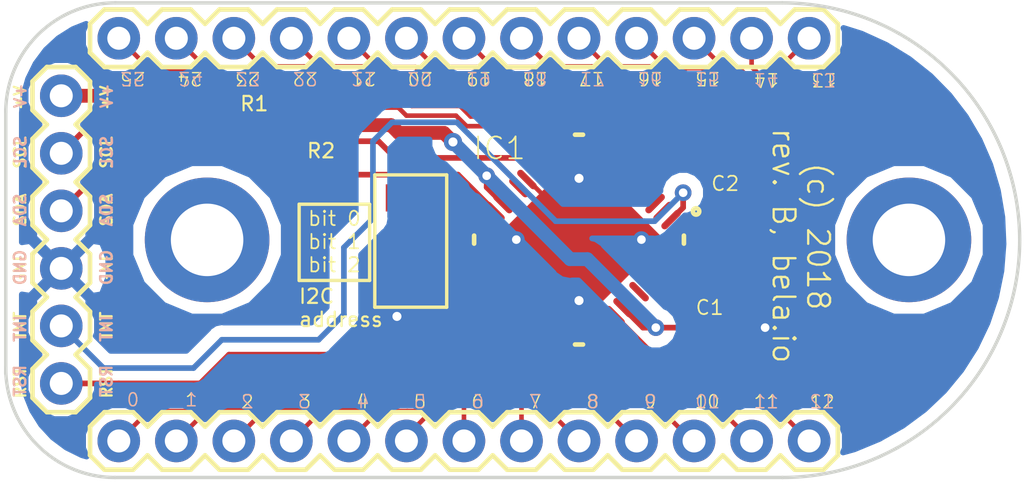
<source format=kicad_pcb>
(kicad_pcb (version 20171130) (host pcbnew "(5.0.0-3-g0214c9d)")

  (general
    (thickness 1.6)
    (drawings 95)
    (tracks 347)
    (zones 0)
    (modules 13)
    (nets 39)
  )

  (page A4)
  (layers
    (0 F.Cu signal)
    (31 B.Cu signal)
    (32 B.Adhes user)
    (33 F.Adhes user)
    (34 B.Paste user)
    (35 F.Paste user)
    (36 B.SilkS user)
    (37 F.SilkS user)
    (38 B.Mask user)
    (39 F.Mask user)
    (40 Dwgs.User user)
    (41 Cmts.User user)
    (42 Eco1.User user)
    (43 Eco2.User user)
    (44 Edge.Cuts user)
    (45 Margin user)
    (46 B.CrtYd user hide)
    (47 F.CrtYd user hide)
    (48 B.Fab user)
    (49 F.Fab user hide)
  )

  (setup
    (last_trace_width 0.25)
    (user_trace_width 0.2032)
    (user_trace_width 0.6096)
    (trace_clearance 0.1778)
    (zone_clearance 0.208)
    (zone_45_only no)
    (trace_min 0.1524)
    (segment_width 0.2)
    (edge_width 0.2)
    (via_size 0.8)
    (via_drill 0.4)
    (via_min_size 0.508)
    (via_min_drill 0.254)
    (uvia_size 0.3)
    (uvia_drill 0.1)
    (uvias_allowed no)
    (uvia_min_size 0.2)
    (uvia_min_drill 0.1)
    (pcb_text_width 0.3)
    (pcb_text_size 1.5 1.5)
    (mod_edge_width 0.15)
    (mod_text_size 1 1)
    (mod_text_width 0.15)
    (pad_size 5.5 5.5)
    (pad_drill 3.2)
    (pad_to_mask_clearance 0.0508)
    (aux_axis_origin 0 0)
    (visible_elements FFFFFF7F)
    (pcbplotparams
      (layerselection 0x010fc_ffffffff)
      (usegerberextensions false)
      (usegerberattributes false)
      (usegerberadvancedattributes false)
      (creategerberjobfile true)
      (excludeedgelayer true)
      (linewidth 0.100000)
      (plotframeref false)
      (viasonmask false)
      (mode 1)
      (useauxorigin false)
      (hpglpennumber 1)
      (hpglpenspeed 20)
      (hpglpendiameter 15.000000)
      (psnegative false)
      (psa4output false)
      (plotreference true)
      (plotvalue true)
      (plotinvisibletext false)
      (padsonsilk false)
      (subtractmaskfromsilk false)
      (outputformat 1)
      (mirror false)
      (drillshape 0)
      (scaleselection 1)
      (outputdirectory ""))
  )

  (net 0 "")
  (net 1 GND)
  (net 2 VCC)
  (net 3 /I2C_SCL)
  (net 4 "Net-(IC1-Pad17)")
  (net 5 /I2C_SDA)
  (net 6 "Net-(IC1-Pad22)")
  (net 7 "Net-(IC1-Pad40)")
  (net 8 "Net-(IC1-Pad39)")
  (net 9 "Net-(IC1-Pad38)")
  (net 10 "Net-(IC1-Pad37)")
  (net 11 "Net-(IC1-Pad28)")
  (net 12 "Net-(IC1-Pad27)")
  (net 13 /XRES)
  (net 14 "Net-(IC1-Pad25)")
  (net 15 "Net-(IC1-Pad24)")
  (net 16 "Net-(IC1-Pad23)")
  (net 17 "Net-(IC1-Pad12)")
  (net 18 "Net-(IC1-Pad11)")
  (net 19 "Net-(IC1-Pad10)")
  (net 20 "Net-(IC1-Pad9)")
  (net 21 "Net-(C2-Pad1)")
  (net 22 "Net-(IC1-Pad46)")
  (net 23 "Net-(IC1-Pad45)")
  (net 24 "Net-(IC1-Pad44)")
  (net 25 "Net-(IC1-Pad36)")
  (net 26 "Net-(IC1-Pad35)")
  (net 27 "Net-(IC1-Pad34)")
  (net 28 "Net-(IC1-Pad33)")
  (net 29 "Net-(IC1-Pad32)")
  (net 30 "Net-(IC1-Pad31)")
  (net 31 "Net-(IC1-Pad30)")
  (net 32 "Net-(IC1-Pad29)")
  (net 33 "Net-(IC1-Pad16)")
  (net 34 "Net-(IC1-Pad13)")
  (net 35 "Net-(IC1-Pad8)")
  (net 36 "Net-(IC1-Pad7)")
  (net 37 "Net-(IC1-Pad6)")
  (net 38 /EVENT)

  (net_class Default "This is the default net class."
    (clearance 0.1778)
    (trace_width 0.25)
    (via_dia 0.8)
    (via_drill 0.4)
    (uvia_dia 0.3)
    (uvia_drill 0.1)
    (add_net /EVENT)
    (add_net /I2C_SCL)
    (add_net /I2C_SDA)
    (add_net /XRES)
    (add_net GND)
    (add_net "Net-(C2-Pad1)")
    (add_net "Net-(IC1-Pad10)")
    (add_net "Net-(IC1-Pad11)")
    (add_net "Net-(IC1-Pad12)")
    (add_net "Net-(IC1-Pad13)")
    (add_net "Net-(IC1-Pad16)")
    (add_net "Net-(IC1-Pad17)")
    (add_net "Net-(IC1-Pad22)")
    (add_net "Net-(IC1-Pad23)")
    (add_net "Net-(IC1-Pad24)")
    (add_net "Net-(IC1-Pad25)")
    (add_net "Net-(IC1-Pad27)")
    (add_net "Net-(IC1-Pad28)")
    (add_net "Net-(IC1-Pad29)")
    (add_net "Net-(IC1-Pad30)")
    (add_net "Net-(IC1-Pad31)")
    (add_net "Net-(IC1-Pad32)")
    (add_net "Net-(IC1-Pad33)")
    (add_net "Net-(IC1-Pad34)")
    (add_net "Net-(IC1-Pad35)")
    (add_net "Net-(IC1-Pad36)")
    (add_net "Net-(IC1-Pad37)")
    (add_net "Net-(IC1-Pad38)")
    (add_net "Net-(IC1-Pad39)")
    (add_net "Net-(IC1-Pad40)")
    (add_net "Net-(IC1-Pad44)")
    (add_net "Net-(IC1-Pad45)")
    (add_net "Net-(IC1-Pad46)")
    (add_net "Net-(IC1-Pad6)")
    (add_net "Net-(IC1-Pad7)")
    (add_net "Net-(IC1-Pad8)")
    (add_net "Net-(IC1-Pad9)")
    (add_net VCC)
  )

  (module Mounting_Holes:MountingHole_3.2mm_M3_ISO14580_Pad (layer F.Cu) (tedit 5C0AA32E) (tstamp 5C10E592)
    (at 168.148 105.156)
    (descr "Mounting Hole 3.2mm, M3, ISO14580")
    (tags "mounting hole 3.2mm m3 iso14580")
    (attr virtual)
    (fp_text reference "" (at 0 -3.75) (layer F.SilkS)
      (effects (font (size 1 1) (thickness 0.15)))
    )
    (fp_text value MountingHole_3.2mm_M3_ISO14580_Pad (at 11.2649 4.0259) (layer F.Fab)
      (effects (font (size 1 1) (thickness 0.15)))
    )
    (fp_circle (center 0 0) (end 3 0) (layer F.CrtYd) (width 0.05))
    (fp_circle (center 0 0) (end 2.75 0) (layer Cmts.User) (width 0.15))
    (fp_text user %R (at 0.3 0) (layer F.Fab)
      (effects (font (size 1 1) (thickness 0.15)))
    )
    (pad 1 thru_hole circle (at 0 -0.0762) (size 5.5 5.5) (drill 3.2) (layers *.Cu *.Mask))
  )

  (module Mounting_Holes:MountingHole_3.2mm_M3_ISO14580_Pad (layer F.Cu) (tedit 5C10DD28) (tstamp 5C0AA482)
    (at 137.16 105.029)
    (descr "Mounting Hole 3.2mm, M3, ISO14580")
    (tags "mounting hole 3.2mm m3 iso14580")
    (attr virtual)
    (fp_text reference "" (at 0 -3.75) (layer F.SilkS)
      (effects (font (size 1 1) (thickness 0.15)))
    )
    (fp_text value MountingHole_3.2mm_M3_ISO14580_Pad (at 0 3.75) (layer F.Fab)
      (effects (font (size 1 1) (thickness 0.15)))
    )
    (fp_text user %R (at 0.3 0) (layer F.Fab)
      (effects (font (size 1 1) (thickness 0.15)))
    )
    (fp_circle (center 0 0) (end 2.75 0) (layer Cmts.User) (width 0.15))
    (fp_circle (center 0 0) (end 3 0) (layer F.CrtYd) (width 0.05))
    (pad 2 thru_hole circle (at 0 0.0508) (size 5.5 5.5) (drill 3.2) (layers *.Cu *.Mask))
  )

  (module cap-touch-breakout:C0603 (layer F.Cu) (tedit 5C092A54) (tstamp 5C0A7C57)
    (at 159.346 109.0803 180)
    (descr <b>CAPACITOR</b>)
    (path /31C5C65F3A37D600)
    (fp_text reference C1 (at -0.674 1.3843) (layer F.SilkS)
      (effects (font (size 0.635 0.635) (thickness 0.077216)) (justify right top))
    )
    (fp_text value C-USC0603 (at -0.635 1.905) (layer F.Fab)
      (effects (font (size 1.2065 1.2065) (thickness 0.09652)) (justify right top))
    )
    (fp_line (start -1.473 -0.983) (end 1.473 -0.983) (layer Dwgs.User) (width 0.0508))
    (fp_line (start 1.473 -0.983) (end 1.473 0.983) (layer Dwgs.User) (width 0.0508))
    (fp_line (start 1.473 0.983) (end -1.473 0.983) (layer Dwgs.User) (width 0.0508))
    (fp_line (start -1.473 0.983) (end -1.473 -0.983) (layer Dwgs.User) (width 0.0508))
    (fp_line (start -0.356 -0.432) (end 0.356 -0.432) (layer F.Fab) (width 0.1016))
    (fp_line (start -0.356 0.419) (end 0.356 0.419) (layer F.Fab) (width 0.1016))
    (fp_poly (pts (xy -0.8382 0.4699) (xy -0.3381 0.4699) (xy -0.3381 -0.4801) (xy -0.8382 -0.4801)) (layer F.Fab) (width 0))
    (fp_poly (pts (xy 0.3302 0.4699) (xy 0.8303 0.4699) (xy 0.8303 -0.4801) (xy 0.3302 -0.4801)) (layer F.Fab) (width 0))
    (fp_poly (pts (xy -0.1999 0.3) (xy 0.1999 0.3) (xy 0.1999 -0.3) (xy -0.1999 -0.3)) (layer F.Adhes) (width 0))
    (pad 1 smd rect (at -0.85 0 180) (size 1.1 1) (layers F.Cu F.Paste F.Mask)
      (net 1 GND) (solder_mask_margin 0.1016))
    (pad 2 smd rect (at 0.85 0 180) (size 1.1 1) (layers F.Cu F.Paste F.Mask)
      (net 2 VCC) (solder_mask_margin 0.1016))
  )

  (module cap-touch-breakout:1X13 (layer F.Cu) (tedit 0) (tstamp 5C07E45F)
    (at 163.7411 96.1771 180)
    (path /9E0F7BB248CD7B62)
    (fp_text reference JP3 (at -1.3462 -1.8288 180) (layer F.SilkS) hide
      (effects (font (size 1.2065 1.2065) (thickness 0.127)) (justify right top))
    )
    (fp_text value M13 (at -5.3467 0.4572) (layer F.Fab)
      (effects (font (size 1.2065 1.2065) (thickness 0.09652)) (justify right top))
    )
    (fp_line (start 14.605 -1.27) (end 15.875 -1.27) (layer F.SilkS) (width 0.2032))
    (fp_line (start 15.875 -1.27) (end 16.51 -0.635) (layer F.SilkS) (width 0.2032))
    (fp_line (start 16.51 0.635) (end 15.875 1.27) (layer F.SilkS) (width 0.2032))
    (fp_line (start 11.43 -0.635) (end 12.065 -1.27) (layer F.SilkS) (width 0.2032))
    (fp_line (start 12.065 -1.27) (end 13.335 -1.27) (layer F.SilkS) (width 0.2032))
    (fp_line (start 13.335 -1.27) (end 13.97 -0.635) (layer F.SilkS) (width 0.2032))
    (fp_line (start 13.97 0.635) (end 13.335 1.27) (layer F.SilkS) (width 0.2032))
    (fp_line (start 13.335 1.27) (end 12.065 1.27) (layer F.SilkS) (width 0.2032))
    (fp_line (start 12.065 1.27) (end 11.43 0.635) (layer F.SilkS) (width 0.2032))
    (fp_line (start 14.605 -1.27) (end 13.97 -0.635) (layer F.SilkS) (width 0.2032))
    (fp_line (start 13.97 0.635) (end 14.605 1.27) (layer F.SilkS) (width 0.2032))
    (fp_line (start 15.875 1.27) (end 14.605 1.27) (layer F.SilkS) (width 0.2032))
    (fp_line (start 6.985 -1.27) (end 8.255 -1.27) (layer F.SilkS) (width 0.2032))
    (fp_line (start 8.255 -1.27) (end 8.89 -0.635) (layer F.SilkS) (width 0.2032))
    (fp_line (start 8.89 0.635) (end 8.255 1.27) (layer F.SilkS) (width 0.2032))
    (fp_line (start 8.89 -0.635) (end 9.525 -1.27) (layer F.SilkS) (width 0.2032))
    (fp_line (start 9.525 -1.27) (end 10.795 -1.27) (layer F.SilkS) (width 0.2032))
    (fp_line (start 10.795 -1.27) (end 11.43 -0.635) (layer F.SilkS) (width 0.2032))
    (fp_line (start 11.43 0.635) (end 10.795 1.27) (layer F.SilkS) (width 0.2032))
    (fp_line (start 10.795 1.27) (end 9.525 1.27) (layer F.SilkS) (width 0.2032))
    (fp_line (start 9.525 1.27) (end 8.89 0.635) (layer F.SilkS) (width 0.2032))
    (fp_line (start 3.81 -0.635) (end 4.445 -1.27) (layer F.SilkS) (width 0.2032))
    (fp_line (start 4.445 -1.27) (end 5.715 -1.27) (layer F.SilkS) (width 0.2032))
    (fp_line (start 5.715 -1.27) (end 6.35 -0.635) (layer F.SilkS) (width 0.2032))
    (fp_line (start 6.35 0.635) (end 5.715 1.27) (layer F.SilkS) (width 0.2032))
    (fp_line (start 5.715 1.27) (end 4.445 1.27) (layer F.SilkS) (width 0.2032))
    (fp_line (start 4.445 1.27) (end 3.81 0.635) (layer F.SilkS) (width 0.2032))
    (fp_line (start 6.985 -1.27) (end 6.35 -0.635) (layer F.SilkS) (width 0.2032))
    (fp_line (start 6.35 0.635) (end 6.985 1.27) (layer F.SilkS) (width 0.2032))
    (fp_line (start 8.255 1.27) (end 6.985 1.27) (layer F.SilkS) (width 0.2032))
    (fp_line (start -0.635 -1.27) (end 0.635 -1.27) (layer F.SilkS) (width 0.2032))
    (fp_line (start 0.635 -1.27) (end 1.27 -0.635) (layer F.SilkS) (width 0.2032))
    (fp_line (start 1.27 0.635) (end 0.635 1.27) (layer F.SilkS) (width 0.2032))
    (fp_line (start 1.27 -0.635) (end 1.905 -1.27) (layer F.SilkS) (width 0.2032))
    (fp_line (start 1.905 -1.27) (end 3.175 -1.27) (layer F.SilkS) (width 0.2032))
    (fp_line (start 3.175 -1.27) (end 3.81 -0.635) (layer F.SilkS) (width 0.2032))
    (fp_line (start 3.81 0.635) (end 3.175 1.27) (layer F.SilkS) (width 0.2032))
    (fp_line (start 3.175 1.27) (end 1.905 1.27) (layer F.SilkS) (width 0.2032))
    (fp_line (start 1.905 1.27) (end 1.27 0.635) (layer F.SilkS) (width 0.2032))
    (fp_line (start -1.27 -0.635) (end -1.27 0.635) (layer F.SilkS) (width 0.2032))
    (fp_line (start -0.635 -1.27) (end -1.27 -0.635) (layer F.SilkS) (width 0.2032))
    (fp_line (start -1.27 0.635) (end -0.635 1.27) (layer F.SilkS) (width 0.2032))
    (fp_line (start 0.635 1.27) (end -0.635 1.27) (layer F.SilkS) (width 0.2032))
    (fp_line (start 29.21 -0.635) (end 29.845 -1.27) (layer F.SilkS) (width 0.2032))
    (fp_line (start 29.845 -1.27) (end 31.115 -1.27) (layer F.SilkS) (width 0.2032))
    (fp_line (start 31.115 -1.27) (end 31.75 -0.635) (layer F.SilkS) (width 0.2032))
    (fp_line (start 31.75 0.635) (end 31.115 1.27) (layer F.SilkS) (width 0.2032))
    (fp_line (start 31.115 1.27) (end 29.845 1.27) (layer F.SilkS) (width 0.2032))
    (fp_line (start 29.845 1.27) (end 29.21 0.635) (layer F.SilkS) (width 0.2032))
    (fp_line (start 31.75 0.635) (end 31.75 -0.635) (layer F.SilkS) (width 0.2032))
    (fp_line (start 24.765 -1.27) (end 26.035 -1.27) (layer F.SilkS) (width 0.2032))
    (fp_line (start 26.035 -1.27) (end 26.67 -0.635) (layer F.SilkS) (width 0.2032))
    (fp_line (start 26.67 0.635) (end 26.035 1.27) (layer F.SilkS) (width 0.2032))
    (fp_line (start 26.67 -0.635) (end 27.305 -1.27) (layer F.SilkS) (width 0.2032))
    (fp_line (start 27.305 -1.27) (end 28.575 -1.27) (layer F.SilkS) (width 0.2032))
    (fp_line (start 28.575 -1.27) (end 29.21 -0.635) (layer F.SilkS) (width 0.2032))
    (fp_line (start 29.21 0.635) (end 28.575 1.27) (layer F.SilkS) (width 0.2032))
    (fp_line (start 28.575 1.27) (end 27.305 1.27) (layer F.SilkS) (width 0.2032))
    (fp_line (start 27.305 1.27) (end 26.67 0.635) (layer F.SilkS) (width 0.2032))
    (fp_line (start 21.59 -0.635) (end 22.225 -1.27) (layer F.SilkS) (width 0.2032))
    (fp_line (start 22.225 -1.27) (end 23.495 -1.27) (layer F.SilkS) (width 0.2032))
    (fp_line (start 23.495 -1.27) (end 24.13 -0.635) (layer F.SilkS) (width 0.2032))
    (fp_line (start 24.13 0.635) (end 23.495 1.27) (layer F.SilkS) (width 0.2032))
    (fp_line (start 23.495 1.27) (end 22.225 1.27) (layer F.SilkS) (width 0.2032))
    (fp_line (start 22.225 1.27) (end 21.59 0.635) (layer F.SilkS) (width 0.2032))
    (fp_line (start 24.765 -1.27) (end 24.13 -0.635) (layer F.SilkS) (width 0.2032))
    (fp_line (start 24.13 0.635) (end 24.765 1.27) (layer F.SilkS) (width 0.2032))
    (fp_line (start 26.035 1.27) (end 24.765 1.27) (layer F.SilkS) (width 0.2032))
    (fp_line (start 17.145 -1.27) (end 18.415 -1.27) (layer F.SilkS) (width 0.2032))
    (fp_line (start 18.415 -1.27) (end 19.05 -0.635) (layer F.SilkS) (width 0.2032))
    (fp_line (start 19.05 0.635) (end 18.415 1.27) (layer F.SilkS) (width 0.2032))
    (fp_line (start 19.05 -0.635) (end 19.685 -1.27) (layer F.SilkS) (width 0.2032))
    (fp_line (start 19.685 -1.27) (end 20.955 -1.27) (layer F.SilkS) (width 0.2032))
    (fp_line (start 20.955 -1.27) (end 21.59 -0.635) (layer F.SilkS) (width 0.2032))
    (fp_line (start 21.59 0.635) (end 20.955 1.27) (layer F.SilkS) (width 0.2032))
    (fp_line (start 20.955 1.27) (end 19.685 1.27) (layer F.SilkS) (width 0.2032))
    (fp_line (start 19.685 1.27) (end 19.05 0.635) (layer F.SilkS) (width 0.2032))
    (fp_line (start 17.145 -1.27) (end 16.51 -0.635) (layer F.SilkS) (width 0.2032))
    (fp_line (start 16.51 0.635) (end 17.145 1.27) (layer F.SilkS) (width 0.2032))
    (fp_line (start 18.415 1.27) (end 17.145 1.27) (layer F.SilkS) (width 0.2032))
    (fp_poly (pts (xy 14.986 0.254) (xy 15.494 0.254) (xy 15.494 -0.254) (xy 14.986 -0.254)) (layer F.Fab) (width 0))
    (fp_poly (pts (xy 12.446 0.254) (xy 12.954 0.254) (xy 12.954 -0.254) (xy 12.446 -0.254)) (layer F.Fab) (width 0))
    (fp_poly (pts (xy 9.906 0.254) (xy 10.414 0.254) (xy 10.414 -0.254) (xy 9.906 -0.254)) (layer F.Fab) (width 0))
    (fp_poly (pts (xy 7.366 0.254) (xy 7.874 0.254) (xy 7.874 -0.254) (xy 7.366 -0.254)) (layer F.Fab) (width 0))
    (fp_poly (pts (xy 4.826 0.254) (xy 5.334 0.254) (xy 5.334 -0.254) (xy 4.826 -0.254)) (layer F.Fab) (width 0))
    (fp_poly (pts (xy 2.286 0.254) (xy 2.794 0.254) (xy 2.794 -0.254) (xy 2.286 -0.254)) (layer F.Fab) (width 0))
    (fp_poly (pts (xy -0.254 0.254) (xy 0.254 0.254) (xy 0.254 -0.254) (xy -0.254 -0.254)) (layer F.Fab) (width 0))
    (fp_poly (pts (xy 30.226 0.254) (xy 30.734 0.254) (xy 30.734 -0.254) (xy 30.226 -0.254)) (layer F.Fab) (width 0))
    (fp_poly (pts (xy 27.686 0.254) (xy 28.194 0.254) (xy 28.194 -0.254) (xy 27.686 -0.254)) (layer F.Fab) (width 0))
    (fp_poly (pts (xy 25.146 0.254) (xy 25.654 0.254) (xy 25.654 -0.254) (xy 25.146 -0.254)) (layer F.Fab) (width 0))
    (fp_poly (pts (xy 22.606 0.254) (xy 23.114 0.254) (xy 23.114 -0.254) (xy 22.606 -0.254)) (layer F.Fab) (width 0))
    (fp_poly (pts (xy 20.066 0.254) (xy 20.574 0.254) (xy 20.574 -0.254) (xy 20.066 -0.254)) (layer F.Fab) (width 0))
    (fp_poly (pts (xy 17.526 0.254) (xy 18.034 0.254) (xy 18.034 -0.254) (xy 17.526 -0.254)) (layer F.Fab) (width 0))
    (pad 1 thru_hole circle (at 0 0 270) (size 1.8796 1.8796) (drill 1.016) (layers *.Cu *.Mask)
      (net 7 "Net-(IC1-Pad40)") (solder_mask_margin 0.1016))
    (pad 2 thru_hole circle (at 2.54 0 270) (size 1.8796 1.8796) (drill 1.016) (layers *.Cu *.Mask)
      (net 24 "Net-(IC1-Pad44)") (solder_mask_margin 0.1016))
    (pad 3 thru_hole circle (at 5.08 0 270) (size 1.8796 1.8796) (drill 1.016) (layers *.Cu *.Mask)
      (net 23 "Net-(IC1-Pad45)") (solder_mask_margin 0.1016))
    (pad 4 thru_hole circle (at 7.62 0 270) (size 1.8796 1.8796) (drill 1.016) (layers *.Cu *.Mask)
      (net 22 "Net-(IC1-Pad46)") (solder_mask_margin 0.1016))
    (pad 5 thru_hole circle (at 10.16 0 270) (size 1.8796 1.8796) (drill 1.016) (layers *.Cu *.Mask)
      (net 37 "Net-(IC1-Pad6)") (solder_mask_margin 0.1016))
    (pad 6 thru_hole circle (at 12.7 0 270) (size 1.8796 1.8796) (drill 1.016) (layers *.Cu *.Mask)
      (net 36 "Net-(IC1-Pad7)") (solder_mask_margin 0.1016))
    (pad 7 thru_hole circle (at 15.24 0 270) (size 1.8796 1.8796) (drill 1.016) (layers *.Cu *.Mask)
      (net 35 "Net-(IC1-Pad8)") (solder_mask_margin 0.1016))
    (pad 8 thru_hole circle (at 17.78 0 270) (size 1.8796 1.8796) (drill 1.016) (layers *.Cu *.Mask)
      (net 20 "Net-(IC1-Pad9)") (solder_mask_margin 0.1016))
    (pad 9 thru_hole circle (at 20.32 0 270) (size 1.8796 1.8796) (drill 1.016) (layers *.Cu *.Mask)
      (net 19 "Net-(IC1-Pad10)") (solder_mask_margin 0.1016))
    (pad 10 thru_hole circle (at 22.86 0 270) (size 1.8796 1.8796) (drill 1.016) (layers *.Cu *.Mask)
      (net 18 "Net-(IC1-Pad11)") (solder_mask_margin 0.1016))
    (pad 11 thru_hole circle (at 25.4 0 270) (size 1.8796 1.8796) (drill 1.016) (layers *.Cu *.Mask)
      (net 17 "Net-(IC1-Pad12)") (solder_mask_margin 0.1016))
    (pad 12 thru_hole circle (at 27.94 0 270) (size 1.8796 1.8796) (drill 1.016) (layers *.Cu *.Mask)
      (net 34 "Net-(IC1-Pad13)") (solder_mask_margin 0.1016))
    (pad 13 thru_hole circle (at 30.48 0 270) (size 1.8796 1.8796) (drill 1.016) (layers *.Cu *.Mask)
      (net 33 "Net-(IC1-Pad16)") (solder_mask_margin 0.1016))
  )

  (module cap-touch-breakout:C0603 (layer F.Cu) (tedit 5C0929E6) (tstamp 5C0909B5)
    (at 160.0708 104.6099 270)
    (descr <b>CAPACITOR</b>)
    (path /8BD603187B1234C5)
    (fp_text reference C2 (at -2.3876 -0.635) (layer F.SilkS)
      (effects (font (size 0.635 0.635) (thickness 0.077216)) (justify right top))
    )
    (fp_text value C-USC0603 (at -0.635 1.905 90) (layer F.Fab)
      (effects (font (size 1.2065 1.2065) (thickness 0.09652)) (justify right top))
    )
    (fp_line (start -1.473 -0.983) (end 1.473 -0.983) (layer Dwgs.User) (width 0.0508))
    (fp_line (start 1.473 -0.983) (end 1.473 0.983) (layer Dwgs.User) (width 0.0508))
    (fp_line (start 1.473 0.983) (end -1.473 0.983) (layer Dwgs.User) (width 0.0508))
    (fp_line (start -1.473 0.983) (end -1.473 -0.983) (layer Dwgs.User) (width 0.0508))
    (fp_line (start -0.356 -0.432) (end 0.356 -0.432) (layer F.Fab) (width 0.1016))
    (fp_line (start -0.356 0.419) (end 0.356 0.419) (layer F.Fab) (width 0.1016))
    (fp_poly (pts (xy -0.8382 0.4699) (xy -0.3381 0.4699) (xy -0.3381 -0.4801) (xy -0.8382 -0.4801)) (layer F.Fab) (width 0))
    (fp_poly (pts (xy 0.3302 0.4699) (xy 0.8303 0.4699) (xy 0.8303 -0.4801) (xy 0.3302 -0.4801)) (layer F.Fab) (width 0))
    (fp_poly (pts (xy -0.1999 0.3) (xy 0.1999 0.3) (xy 0.1999 -0.3) (xy -0.1999 -0.3)) (layer F.Adhes) (width 0))
    (pad 1 smd rect (at -0.85 0 270) (size 1.1 1) (layers F.Cu F.Paste F.Mask)
      (net 21 "Net-(C2-Pad1)") (solder_mask_margin 0.1016))
    (pad 2 smd rect (at 0.85 0 270) (size 1.1 1) (layers F.Cu F.Paste F.Mask)
      (net 1 GND) (solder_mask_margin 0.1016))
  )

  (module cap-touch-breakout:1X13 (layer F.Cu) (tedit 0) (tstamp 5C07E4CC)
    (at 133.2611 113.9571)
    (path /E4B5C9E224D01FBA)
    (fp_text reference JP4 (at -1.3462 -1.8288) (layer F.SilkS) hide
      (effects (font (size 1.2065 1.2065) (thickness 0.127)) (justify left bottom))
    )
    (fp_text value M13 (at 32.7152 0.7239) (layer F.Fab)
      (effects (font (size 1.2065 1.2065) (thickness 0.09652)) (justify left bottom))
    )
    (fp_line (start 14.605 -1.27) (end 15.875 -1.27) (layer F.SilkS) (width 0.2032))
    (fp_line (start 15.875 -1.27) (end 16.51 -0.635) (layer F.SilkS) (width 0.2032))
    (fp_line (start 16.51 0.635) (end 15.875 1.27) (layer F.SilkS) (width 0.2032))
    (fp_line (start 11.43 -0.635) (end 12.065 -1.27) (layer F.SilkS) (width 0.2032))
    (fp_line (start 12.065 -1.27) (end 13.335 -1.27) (layer F.SilkS) (width 0.2032))
    (fp_line (start 13.335 -1.27) (end 13.97 -0.635) (layer F.SilkS) (width 0.2032))
    (fp_line (start 13.97 0.635) (end 13.335 1.27) (layer F.SilkS) (width 0.2032))
    (fp_line (start 13.335 1.27) (end 12.065 1.27) (layer F.SilkS) (width 0.2032))
    (fp_line (start 12.065 1.27) (end 11.43 0.635) (layer F.SilkS) (width 0.2032))
    (fp_line (start 14.605 -1.27) (end 13.97 -0.635) (layer F.SilkS) (width 0.2032))
    (fp_line (start 13.97 0.635) (end 14.605 1.27) (layer F.SilkS) (width 0.2032))
    (fp_line (start 15.875 1.27) (end 14.605 1.27) (layer F.SilkS) (width 0.2032))
    (fp_line (start 6.985 -1.27) (end 8.255 -1.27) (layer F.SilkS) (width 0.2032))
    (fp_line (start 8.255 -1.27) (end 8.89 -0.635) (layer F.SilkS) (width 0.2032))
    (fp_line (start 8.89 0.635) (end 8.255 1.27) (layer F.SilkS) (width 0.2032))
    (fp_line (start 8.89 -0.635) (end 9.525 -1.27) (layer F.SilkS) (width 0.2032))
    (fp_line (start 9.525 -1.27) (end 10.795 -1.27) (layer F.SilkS) (width 0.2032))
    (fp_line (start 10.795 -1.27) (end 11.43 -0.635) (layer F.SilkS) (width 0.2032))
    (fp_line (start 11.43 0.635) (end 10.795 1.27) (layer F.SilkS) (width 0.2032))
    (fp_line (start 10.795 1.27) (end 9.525 1.27) (layer F.SilkS) (width 0.2032))
    (fp_line (start 9.525 1.27) (end 8.89 0.635) (layer F.SilkS) (width 0.2032))
    (fp_line (start 3.81 -0.635) (end 4.445 -1.27) (layer F.SilkS) (width 0.2032))
    (fp_line (start 4.445 -1.27) (end 5.715 -1.27) (layer F.SilkS) (width 0.2032))
    (fp_line (start 5.715 -1.27) (end 6.35 -0.635) (layer F.SilkS) (width 0.2032))
    (fp_line (start 6.35 0.635) (end 5.715 1.27) (layer F.SilkS) (width 0.2032))
    (fp_line (start 5.715 1.27) (end 4.445 1.27) (layer F.SilkS) (width 0.2032))
    (fp_line (start 4.445 1.27) (end 3.81 0.635) (layer F.SilkS) (width 0.2032))
    (fp_line (start 6.985 -1.27) (end 6.35 -0.635) (layer F.SilkS) (width 0.2032))
    (fp_line (start 6.35 0.635) (end 6.985 1.27) (layer F.SilkS) (width 0.2032))
    (fp_line (start 8.255 1.27) (end 6.985 1.27) (layer F.SilkS) (width 0.2032))
    (fp_line (start -0.635 -1.27) (end 0.635 -1.27) (layer F.SilkS) (width 0.2032))
    (fp_line (start 0.635 -1.27) (end 1.27 -0.635) (layer F.SilkS) (width 0.2032))
    (fp_line (start 1.27 0.635) (end 0.635 1.27) (layer F.SilkS) (width 0.2032))
    (fp_line (start 1.27 -0.635) (end 1.905 -1.27) (layer F.SilkS) (width 0.2032))
    (fp_line (start 1.905 -1.27) (end 3.175 -1.27) (layer F.SilkS) (width 0.2032))
    (fp_line (start 3.175 -1.27) (end 3.81 -0.635) (layer F.SilkS) (width 0.2032))
    (fp_line (start 3.81 0.635) (end 3.175 1.27) (layer F.SilkS) (width 0.2032))
    (fp_line (start 3.175 1.27) (end 1.905 1.27) (layer F.SilkS) (width 0.2032))
    (fp_line (start 1.905 1.27) (end 1.27 0.635) (layer F.SilkS) (width 0.2032))
    (fp_line (start -1.27 -0.635) (end -1.27 0.635) (layer F.SilkS) (width 0.2032))
    (fp_line (start -0.635 -1.27) (end -1.27 -0.635) (layer F.SilkS) (width 0.2032))
    (fp_line (start -1.27 0.635) (end -0.635 1.27) (layer F.SilkS) (width 0.2032))
    (fp_line (start 0.635 1.27) (end -0.635 1.27) (layer F.SilkS) (width 0.2032))
    (fp_line (start 29.21 -0.635) (end 29.845 -1.27) (layer F.SilkS) (width 0.2032))
    (fp_line (start 29.845 -1.27) (end 31.115 -1.27) (layer F.SilkS) (width 0.2032))
    (fp_line (start 31.115 -1.27) (end 31.75 -0.635) (layer F.SilkS) (width 0.2032))
    (fp_line (start 31.75 0.635) (end 31.115 1.27) (layer F.SilkS) (width 0.2032))
    (fp_line (start 31.115 1.27) (end 29.845 1.27) (layer F.SilkS) (width 0.2032))
    (fp_line (start 29.845 1.27) (end 29.21 0.635) (layer F.SilkS) (width 0.2032))
    (fp_line (start 31.75 0.635) (end 31.75 -0.635) (layer F.SilkS) (width 0.2032))
    (fp_line (start 24.765 -1.27) (end 26.035 -1.27) (layer F.SilkS) (width 0.2032))
    (fp_line (start 26.035 -1.27) (end 26.67 -0.635) (layer F.SilkS) (width 0.2032))
    (fp_line (start 26.67 0.635) (end 26.035 1.27) (layer F.SilkS) (width 0.2032))
    (fp_line (start 26.67 -0.635) (end 27.305 -1.27) (layer F.SilkS) (width 0.2032))
    (fp_line (start 27.305 -1.27) (end 28.575 -1.27) (layer F.SilkS) (width 0.2032))
    (fp_line (start 28.575 -1.27) (end 29.21 -0.635) (layer F.SilkS) (width 0.2032))
    (fp_line (start 29.21 0.635) (end 28.575 1.27) (layer F.SilkS) (width 0.2032))
    (fp_line (start 28.575 1.27) (end 27.305 1.27) (layer F.SilkS) (width 0.2032))
    (fp_line (start 27.305 1.27) (end 26.67 0.635) (layer F.SilkS) (width 0.2032))
    (fp_line (start 21.59 -0.635) (end 22.225 -1.27) (layer F.SilkS) (width 0.2032))
    (fp_line (start 22.225 -1.27) (end 23.495 -1.27) (layer F.SilkS) (width 0.2032))
    (fp_line (start 23.495 -1.27) (end 24.13 -0.635) (layer F.SilkS) (width 0.2032))
    (fp_line (start 24.13 0.635) (end 23.495 1.27) (layer F.SilkS) (width 0.2032))
    (fp_line (start 23.495 1.27) (end 22.225 1.27) (layer F.SilkS) (width 0.2032))
    (fp_line (start 22.225 1.27) (end 21.59 0.635) (layer F.SilkS) (width 0.2032))
    (fp_line (start 24.765 -1.27) (end 24.13 -0.635) (layer F.SilkS) (width 0.2032))
    (fp_line (start 24.13 0.635) (end 24.765 1.27) (layer F.SilkS) (width 0.2032))
    (fp_line (start 26.035 1.27) (end 24.765 1.27) (layer F.SilkS) (width 0.2032))
    (fp_line (start 17.145 -1.27) (end 18.415 -1.27) (layer F.SilkS) (width 0.2032))
    (fp_line (start 18.415 -1.27) (end 19.05 -0.635) (layer F.SilkS) (width 0.2032))
    (fp_line (start 19.05 0.635) (end 18.415 1.27) (layer F.SilkS) (width 0.2032))
    (fp_line (start 19.05 -0.635) (end 19.685 -1.27) (layer F.SilkS) (width 0.2032))
    (fp_line (start 19.685 -1.27) (end 20.955 -1.27) (layer F.SilkS) (width 0.2032))
    (fp_line (start 20.955 -1.27) (end 21.59 -0.635) (layer F.SilkS) (width 0.2032))
    (fp_line (start 21.59 0.635) (end 20.955 1.27) (layer F.SilkS) (width 0.2032))
    (fp_line (start 20.955 1.27) (end 19.685 1.27) (layer F.SilkS) (width 0.2032))
    (fp_line (start 19.685 1.27) (end 19.05 0.635) (layer F.SilkS) (width 0.2032))
    (fp_line (start 17.145 -1.27) (end 16.51 -0.635) (layer F.SilkS) (width 0.2032))
    (fp_line (start 16.51 0.635) (end 17.145 1.27) (layer F.SilkS) (width 0.2032))
    (fp_line (start 18.415 1.27) (end 17.145 1.27) (layer F.SilkS) (width 0.2032))
    (fp_poly (pts (xy 14.986 0.254) (xy 15.494 0.254) (xy 15.494 -0.254) (xy 14.986 -0.254)) (layer F.Fab) (width 0))
    (fp_poly (pts (xy 12.446 0.254) (xy 12.954 0.254) (xy 12.954 -0.254) (xy 12.446 -0.254)) (layer F.Fab) (width 0))
    (fp_poly (pts (xy 9.906 0.254) (xy 10.414 0.254) (xy 10.414 -0.254) (xy 9.906 -0.254)) (layer F.Fab) (width 0))
    (fp_poly (pts (xy 7.366 0.254) (xy 7.874 0.254) (xy 7.874 -0.254) (xy 7.366 -0.254)) (layer F.Fab) (width 0))
    (fp_poly (pts (xy 4.826 0.254) (xy 5.334 0.254) (xy 5.334 -0.254) (xy 4.826 -0.254)) (layer F.Fab) (width 0))
    (fp_poly (pts (xy 2.286 0.254) (xy 2.794 0.254) (xy 2.794 -0.254) (xy 2.286 -0.254)) (layer F.Fab) (width 0))
    (fp_poly (pts (xy -0.254 0.254) (xy 0.254 0.254) (xy 0.254 -0.254) (xy -0.254 -0.254)) (layer F.Fab) (width 0))
    (fp_poly (pts (xy 30.226 0.254) (xy 30.734 0.254) (xy 30.734 -0.254) (xy 30.226 -0.254)) (layer F.Fab) (width 0))
    (fp_poly (pts (xy 27.686 0.254) (xy 28.194 0.254) (xy 28.194 -0.254) (xy 27.686 -0.254)) (layer F.Fab) (width 0))
    (fp_poly (pts (xy 25.146 0.254) (xy 25.654 0.254) (xy 25.654 -0.254) (xy 25.146 -0.254)) (layer F.Fab) (width 0))
    (fp_poly (pts (xy 22.606 0.254) (xy 23.114 0.254) (xy 23.114 -0.254) (xy 22.606 -0.254)) (layer F.Fab) (width 0))
    (fp_poly (pts (xy 20.066 0.254) (xy 20.574 0.254) (xy 20.574 -0.254) (xy 20.066 -0.254)) (layer F.Fab) (width 0))
    (fp_poly (pts (xy 17.526 0.254) (xy 18.034 0.254) (xy 18.034 -0.254) (xy 17.526 -0.254)) (layer F.Fab) (width 0))
    (pad 1 thru_hole circle (at 0 0 90) (size 1.8796 1.8796) (drill 1.016) (layers *.Cu *.Mask)
      (net 12 "Net-(IC1-Pad27)") (solder_mask_margin 0.1016))
    (pad 2 thru_hole circle (at 2.54 0 90) (size 1.8796 1.8796) (drill 1.016) (layers *.Cu *.Mask)
      (net 11 "Net-(IC1-Pad28)") (solder_mask_margin 0.1016))
    (pad 3 thru_hole circle (at 5.08 0 90) (size 1.8796 1.8796) (drill 1.016) (layers *.Cu *.Mask)
      (net 32 "Net-(IC1-Pad29)") (solder_mask_margin 0.1016))
    (pad 4 thru_hole circle (at 7.62 0 90) (size 1.8796 1.8796) (drill 1.016) (layers *.Cu *.Mask)
      (net 31 "Net-(IC1-Pad30)") (solder_mask_margin 0.1016))
    (pad 5 thru_hole circle (at 10.16 0 90) (size 1.8796 1.8796) (drill 1.016) (layers *.Cu *.Mask)
      (net 30 "Net-(IC1-Pad31)") (solder_mask_margin 0.1016))
    (pad 6 thru_hole circle (at 12.7 0 90) (size 1.8796 1.8796) (drill 1.016) (layers *.Cu *.Mask)
      (net 29 "Net-(IC1-Pad32)") (solder_mask_margin 0.1016))
    (pad 7 thru_hole circle (at 15.24 0 90) (size 1.8796 1.8796) (drill 1.016) (layers *.Cu *.Mask)
      (net 28 "Net-(IC1-Pad33)") (solder_mask_margin 0.1016))
    (pad 8 thru_hole circle (at 17.78 0 90) (size 1.8796 1.8796) (drill 1.016) (layers *.Cu *.Mask)
      (net 27 "Net-(IC1-Pad34)") (solder_mask_margin 0.1016))
    (pad 9 thru_hole circle (at 20.32 0 90) (size 1.8796 1.8796) (drill 1.016) (layers *.Cu *.Mask)
      (net 26 "Net-(IC1-Pad35)") (solder_mask_margin 0.1016))
    (pad 10 thru_hole circle (at 22.86 0 90) (size 1.8796 1.8796) (drill 1.016) (layers *.Cu *.Mask)
      (net 25 "Net-(IC1-Pad36)") (solder_mask_margin 0.1016))
    (pad 11 thru_hole circle (at 25.4 0 90) (size 1.8796 1.8796) (drill 1.016) (layers *.Cu *.Mask)
      (net 10 "Net-(IC1-Pad37)") (solder_mask_margin 0.1016))
    (pad 12 thru_hole circle (at 27.94 0 90) (size 1.8796 1.8796) (drill 1.016) (layers *.Cu *.Mask)
      (net 9 "Net-(IC1-Pad38)") (solder_mask_margin 0.1016))
    (pad 13 thru_hole circle (at 30.48 0 90) (size 1.8796 1.8796) (drill 1.016) (layers *.Cu *.Mask)
      (net 8 "Net-(IC1-Pad39)") (solder_mask_margin 0.1016))
  )

  (module cap-touch-breakout:R0603 (layer F.Cu) (tedit 5C092982) (tstamp 5C10E69E)
    (at 139.192 100.28936 180)
    (descr <b>RESISTOR</b>)
    (path /469CAB24EC893FD4)
    (fp_text reference R1 (at 0.635 0.84836) (layer F.SilkS)
      (effects (font (size 0.635 0.635) (thickness 0.09652)) (justify left bottom))
    )
    (fp_text value R-EU_R0603 (at -0.635 1.905) (layer F.Fab)
      (effects (font (size 1.2065 1.2065) (thickness 0.09652)) (justify right top))
    )
    (fp_poly (pts (xy -0.1999 0.4001) (xy 0.1999 0.4001) (xy 0.1999 -0.4001) (xy -0.1999 -0.4001)) (layer F.Adhes) (width 0))
    (fp_poly (pts (xy -0.8382 0.4318) (xy -0.4318 0.4318) (xy -0.4318 -0.4318) (xy -0.8382 -0.4318)) (layer F.Fab) (width 0))
    (fp_poly (pts (xy 0.4318 0.4318) (xy 0.8382 0.4318) (xy 0.8382 -0.4318) (xy 0.4318 -0.4318)) (layer F.Fab) (width 0))
    (fp_line (start -1.473 0.983) (end -1.473 -0.983) (layer Dwgs.User) (width 0.0508))
    (fp_line (start 1.473 0.983) (end -1.473 0.983) (layer Dwgs.User) (width 0.0508))
    (fp_line (start 1.473 -0.983) (end 1.473 0.983) (layer Dwgs.User) (width 0.0508))
    (fp_line (start -1.473 -0.983) (end 1.473 -0.983) (layer Dwgs.User) (width 0.0508))
    (fp_line (start 0.432 -0.356) (end -0.432 -0.356) (layer F.Fab) (width 0.1524))
    (fp_line (start -0.432 0.356) (end 0.432 0.356) (layer F.Fab) (width 0.1524))
    (pad 2 smd rect (at 0.85 0 180) (size 1 1.1) (layers F.Cu F.Paste F.Mask)
      (net 3 /I2C_SCL) (solder_mask_margin 0.1016))
    (pad 1 smd rect (at -0.85 0 180) (size 1 1.1) (layers F.Cu F.Paste F.Mask)
      (net 4 "Net-(IC1-Pad17)") (solder_mask_margin 0.1016))
  )

  (module cap-touch-breakout:R0603 (layer F.Cu) (tedit 5C092987) (tstamp 5C0906F4)
    (at 142.43812 102.19944 180)
    (descr <b>RESISTOR</b>)
    (path /8943FDCC711A3F32)
    (fp_text reference R2 (at -0.43688 1.42494) (layer F.SilkS)
      (effects (font (size 0.635 0.635) (thickness 0.09652)) (justify right top))
    )
    (fp_text value R-EU_R0603 (at -0.635 1.905) (layer F.Fab)
      (effects (font (size 1.2065 1.2065) (thickness 0.09652)) (justify right top))
    )
    (fp_poly (pts (xy -0.1999 0.4001) (xy 0.1999 0.4001) (xy 0.1999 -0.4001) (xy -0.1999 -0.4001)) (layer F.Adhes) (width 0))
    (fp_poly (pts (xy -0.8382 0.4318) (xy -0.4318 0.4318) (xy -0.4318 -0.4318) (xy -0.8382 -0.4318)) (layer F.Fab) (width 0))
    (fp_poly (pts (xy 0.4318 0.4318) (xy 0.8382 0.4318) (xy 0.8382 -0.4318) (xy 0.4318 -0.4318)) (layer F.Fab) (width 0))
    (fp_line (start -1.473 0.983) (end -1.473 -0.983) (layer Dwgs.User) (width 0.0508))
    (fp_line (start 1.473 0.983) (end -1.473 0.983) (layer Dwgs.User) (width 0.0508))
    (fp_line (start 1.473 -0.983) (end 1.473 0.983) (layer Dwgs.User) (width 0.0508))
    (fp_line (start -1.473 -0.983) (end 1.473 -0.983) (layer Dwgs.User) (width 0.0508))
    (fp_line (start 0.432 -0.356) (end -0.432 -0.356) (layer F.Fab) (width 0.1524))
    (fp_line (start -0.432 0.356) (end 0.432 0.356) (layer F.Fab) (width 0.1524))
    (pad 2 smd rect (at 0.85 0 180) (size 1 1.1) (layers F.Cu F.Paste F.Mask)
      (net 5 /I2C_SDA) (solder_mask_margin 0.1016))
    (pad 1 smd rect (at -0.85 0 180) (size 1 1.1) (layers F.Cu F.Paste F.Mask)
      (net 6 "Net-(IC1-Pad22)") (solder_mask_margin 0.1016))
  )

  (module cap-touch-breakout:QFN48-LEADS (layer F.Cu) (tedit 5C10DD1E) (tstamp 5C0907DF)
    (at 153.5811 105.0671 225)
    (path /40716F7D70C115B1)
    (fp_text reference IC1 (at 0.898026 5.801245) (layer F.SilkS)
      (effects (font (size 0.9652 0.9652) (thickness 0.077216)) (justify left bottom))
    )
    (fp_text value CY8C206X6A (at 8.378579 -1.140493) (layer F.Fab)
      (effects (font (size 1.2065 1.2065) (thickness 0.09652)) (justify left bottom))
    )
    (fp_line (start -3.4 -3.149999) (end -3.149999 -3.4) (layer F.SilkS) (width 0.2032))
    (fp_line (start -3.149999 -3.4) (end 3.149999 -3.4) (layer F.Fab) (width 0.2032))
    (fp_line (start 3.149999 -3.4) (end 3.4 -3.149999) (layer F.SilkS) (width 0.2032))
    (fp_line (start 3.4 -3.149999) (end 3.4 3.149999) (layer F.Fab) (width 0.2032))
    (fp_line (start 3.4 3.149999) (end 3.149999 3.4) (layer F.SilkS) (width 0.2032))
    (fp_line (start 3.149999 3.4) (end -3.149999 3.4) (layer F.Fab) (width 0.2032))
    (fp_line (start -3.149999 3.4) (end -3.4 3.149999) (layer F.SilkS) (width 0.2032))
    (fp_line (start -3.4 3.149999) (end -3.4 -3.149999) (layer F.Fab) (width 0.2032))
    (fp_line (start -3.1 -2.75) (end -3.9 -2.75) (layer F.Mask) (width 0.4))
    (fp_line (start -3.1 -2.75) (end -3.325 -2.75) (layer F.Fab) (width 0.23))
    (fp_line (start -3.1 -2.75) (end -3.9 -2.75) (layer F.Paste) (width 0.25))
    (fp_line (start -3.1 -2.25) (end -3.9 -2.25) (layer F.Mask) (width 0.4))
    (fp_line (start -3.1 -2.25) (end -3.325 -2.25) (layer F.Fab) (width 0.23))
    (fp_line (start -3.1 -2.25) (end -3.9 -2.25) (layer F.Paste) (width 0.25))
    (fp_line (start -3.1 -1.75) (end -3.9 -1.749999) (layer F.Mask) (width 0.4))
    (fp_line (start -3.1 -1.75) (end -3.325 -1.75) (layer F.Fab) (width 0.23))
    (fp_line (start -3.1 -1.75) (end -3.9 -1.749999) (layer F.Paste) (width 0.25))
    (fp_line (start -3.1 -1.249999) (end -3.9 -1.25) (layer F.Mask) (width 0.4))
    (fp_line (start -3.1 -1.249999) (end -3.325001 -1.25) (layer F.Fab) (width 0.23))
    (fp_line (start -3.1 -1.249999) (end -3.9 -1.25) (layer F.Paste) (width 0.25))
    (fp_line (start -3.1 -0.75) (end -3.9 -0.750001) (layer F.Mask) (width 0.4))
    (fp_line (start -3.1 -0.75) (end -3.325 -0.75) (layer F.Fab) (width 0.23))
    (fp_line (start -3.1 -0.75) (end -3.9 -0.750001) (layer F.Paste) (width 0.25))
    (fp_line (start -3.1 -0.25) (end -3.9 -0.25) (layer F.Mask) (width 0.4))
    (fp_line (start -3.1 -0.25) (end -3.325 -0.25) (layer F.Fab) (width 0.23))
    (fp_line (start -3.1 -0.25) (end -3.9 -0.25) (layer F.Paste) (width 0.25))
    (fp_line (start -3.1 0.25) (end -3.9 0.25) (layer F.Mask) (width 0.4))
    (fp_line (start -3.1 0.25) (end -3.325 0.25) (layer F.Fab) (width 0.23))
    (fp_line (start -3.1 0.25) (end -3.9 0.25) (layer F.Paste) (width 0.25))
    (fp_line (start -3.1 0.75) (end -3.9 0.750001) (layer F.Mask) (width 0.4))
    (fp_line (start -3.1 0.75) (end -3.325 0.75) (layer F.Fab) (width 0.23))
    (fp_line (start -3.1 0.75) (end -3.9 0.750001) (layer F.Paste) (width 0.25))
    (fp_line (start -2.75 3.1) (end -2.75 3.9) (layer F.Mask) (width 0.4))
    (fp_line (start -2.75 3.1) (end -2.75 3.325) (layer F.Fab) (width 0.23))
    (fp_line (start -2.75 3.1) (end -2.75 3.9) (layer F.Paste) (width 0.25))
    (fp_line (start -2.25 3.1) (end -2.25 3.9) (layer F.Mask) (width 0.4))
    (fp_line (start -2.25 3.1) (end -2.25 3.325) (layer F.Fab) (width 0.23))
    (fp_line (start -2.25 3.1) (end -2.25 3.9) (layer F.Paste) (width 0.25))
    (fp_line (start -1.75 3.1) (end -1.749999 3.9) (layer F.Mask) (width 0.4))
    (fp_line (start -1.75 3.1) (end -1.75 3.325) (layer F.Fab) (width 0.23))
    (fp_line (start -1.75 3.1) (end -1.749999 3.9) (layer F.Paste) (width 0.25))
    (fp_line (start -1.249999 3.1) (end -1.25 3.9) (layer F.Mask) (width 0.4))
    (fp_line (start -1.249999 3.1) (end -1.25 3.325001) (layer F.Fab) (width 0.23))
    (fp_line (start -1.249999 3.1) (end -1.25 3.9) (layer F.Paste) (width 0.25))
    (fp_line (start -0.75 3.1) (end -0.750001 3.9) (layer F.Mask) (width 0.4))
    (fp_line (start -0.75 3.1) (end -0.75 3.325) (layer F.Fab) (width 0.23))
    (fp_line (start -0.75 3.1) (end -0.750001 3.9) (layer F.Paste) (width 0.25))
    (fp_line (start -0.25 3.1) (end -0.25 3.9) (layer F.Mask) (width 0.4))
    (fp_line (start -0.25 3.1) (end -0.25 3.325) (layer F.Fab) (width 0.23))
    (fp_line (start -0.25 3.1) (end -0.25 3.9) (layer F.Paste) (width 0.25))
    (fp_line (start 0.25 3.1) (end 0.25 3.9) (layer F.Mask) (width 0.4))
    (fp_line (start 0.25 3.1) (end 0.25 3.325) (layer F.Fab) (width 0.23))
    (fp_line (start 0.25 3.1) (end 0.25 3.9) (layer F.Paste) (width 0.25))
    (fp_line (start 0.75 3.1) (end 0.750001 3.9) (layer F.Mask) (width 0.4))
    (fp_line (start 0.75 3.1) (end 0.75 3.325) (layer F.Fab) (width 0.23))
    (fp_line (start 0.75 3.1) (end 0.750001 3.9) (layer F.Paste) (width 0.25))
    (fp_line (start 3.1 0.75) (end 3.9 0.750001) (layer F.Mask) (width 0.4))
    (fp_line (start 3.1 0.75) (end 3.325 0.75) (layer F.Fab) (width 0.23))
    (fp_line (start 3.1 0.75) (end 3.9 0.750001) (layer F.Paste) (width 0.25))
    (fp_line (start 3.1 0.25) (end 3.9 0.25) (layer F.Mask) (width 0.4))
    (fp_line (start 3.1 0.25) (end 3.325 0.25) (layer F.Fab) (width 0.23))
    (fp_line (start 3.1 0.25) (end 3.9 0.25) (layer F.Paste) (width 0.25))
    (fp_line (start 3.1 -0.25) (end 3.9 -0.25) (layer F.Mask) (width 0.4))
    (fp_line (start 3.1 -0.25) (end 3.325 -0.25) (layer F.Fab) (width 0.23))
    (fp_line (start 3.1 -0.25) (end 3.9 -0.25) (layer F.Paste) (width 0.25))
    (fp_line (start 3.1 -0.75) (end 3.9 -0.750001) (layer F.Mask) (width 0.4))
    (fp_line (start 3.1 -0.75) (end 3.325 -0.75) (layer F.Fab) (width 0.23))
    (fp_line (start 3.1 -0.75) (end 3.9 -0.750001) (layer F.Paste) (width 0.25))
    (fp_line (start 3.1 -1.249999) (end 3.9 -1.25) (layer F.Mask) (width 0.4))
    (fp_line (start 3.1 -1.249999) (end 3.325001 -1.25) (layer F.Fab) (width 0.23))
    (fp_line (start 3.1 -1.249999) (end 3.9 -1.25) (layer F.Paste) (width 0.25))
    (fp_line (start 3.1 -1.75) (end 3.9 -1.749999) (layer F.Mask) (width 0.4))
    (fp_line (start 3.1 -1.75) (end 3.325 -1.75) (layer F.Fab) (width 0.23))
    (fp_line (start 3.1 -1.75) (end 3.9 -1.749999) (layer F.Paste) (width 0.25))
    (fp_line (start 3.1 -2.25) (end 3.9 -2.25) (layer F.Mask) (width 0.4))
    (fp_line (start 3.1 -2.25) (end 3.325 -2.25) (layer F.Fab) (width 0.23))
    (fp_line (start 3.1 -2.25) (end 3.9 -2.25) (layer F.Paste) (width 0.25))
    (fp_line (start 3.1 -2.75) (end 3.9 -2.75) (layer F.Mask) (width 0.4))
    (fp_line (start 3.1 -2.75) (end 3.325 -2.75) (layer F.Fab) (width 0.23))
    (fp_line (start 3.1 -2.75) (end 3.9 -2.75) (layer F.Paste) (width 0.25))
    (fp_line (start 0.75 -3.1) (end 0.750001 -3.9) (layer F.Mask) (width 0.4))
    (fp_line (start 0.75 -3.1) (end 0.75 -3.325) (layer F.Fab) (width 0.23))
    (fp_line (start 0.75 -3.1) (end 0.750001 -3.9) (layer F.Paste) (width 0.25))
    (fp_line (start 0.25 -3.1) (end 0.25 -3.9) (layer F.Mask) (width 0.4))
    (fp_line (start 0.25 -3.1) (end 0.25 -3.325) (layer F.Fab) (width 0.23))
    (fp_line (start 0.25 -3.1) (end 0.25 -3.9) (layer F.Paste) (width 0.25))
    (fp_line (start -0.25 -3.1) (end -0.25 -3.9) (layer F.Mask) (width 0.4))
    (fp_line (start -0.25 -3.1) (end -0.25 -3.325) (layer F.Fab) (width 0.23))
    (fp_line (start -0.25 -3.1) (end -0.25 -3.9) (layer F.Paste) (width 0.25))
    (fp_line (start -0.75 -3.1) (end -0.750001 -3.9) (layer F.Mask) (width 0.4))
    (fp_line (start -0.75 -3.1) (end -0.75 -3.325) (layer F.Fab) (width 0.23))
    (fp_line (start -0.75 -3.1) (end -0.750001 -3.9) (layer F.Paste) (width 0.25))
    (fp_line (start -1.249999 -3.1) (end -1.25 -3.9) (layer F.Mask) (width 0.4))
    (fp_line (start -1.249999 -3.1) (end -1.25 -3.325001) (layer F.Fab) (width 0.23))
    (fp_line (start -1.249999 -3.1) (end -1.25 -3.9) (layer F.Paste) (width 0.25))
    (fp_line (start -1.75 -3.1) (end -1.749999 -3.9) (layer F.Mask) (width 0.4))
    (fp_line (start -1.75 -3.1) (end -1.75 -3.325) (layer F.Fab) (width 0.23))
    (fp_line (start -1.75 -3.1) (end -1.749999 -3.9) (layer F.Paste) (width 0.25))
    (fp_line (start -2.25 -3.1) (end -2.25 -3.9) (layer F.Mask) (width 0.4))
    (fp_line (start -2.25 -3.1) (end -2.25 -3.325) (layer F.Fab) (width 0.23))
    (fp_line (start -2.25 -3.1) (end -2.25 -3.9) (layer F.Paste) (width 0.25))
    (fp_line (start -2.75 -3.1) (end -2.75 -3.9) (layer F.Mask) (width 0.4))
    (fp_line (start -2.75 -3.1) (end -2.75 -3.325) (layer F.Fab) (width 0.23))
    (fp_line (start -2.75 -3.1) (end -2.75 -3.9) (layer F.Paste) (width 0.25))
    (fp_circle (center -2.5 -2.5) (end -2.25 -2.5) (layer F.Fab) (width 0))
    (fp_poly (pts (xy -2.7 2.7) (xy 2.7 2.7) (xy 2.7 -2.7) (xy -2.7 -2.7)) (layer F.Mask) (width 0))
    (fp_poly (pts (xy -2.55 2.55) (xy 2.55 2.55) (xy 2.55 -2.55) (xy -2.55 -2.55)) (layer F.Paste) (width 0))
    (fp_line (start -3.1 1.249999) (end -3.9 1.25) (layer F.Mask) (width 0.4))
    (fp_line (start -3.1 1.249999) (end -3.325001 1.25) (layer F.Fab) (width 0.23))
    (fp_line (start -3.1 1.249999) (end -3.9 1.25) (layer F.Paste) (width 0.25))
    (fp_line (start -3.1 1.75) (end -3.9 1.749999) (layer F.Mask) (width 0.4))
    (fp_line (start -3.1 1.75) (end -3.325 1.75) (layer F.Fab) (width 0.23))
    (fp_line (start -3.1 1.75) (end -3.9 1.749999) (layer F.Paste) (width 0.25))
    (fp_line (start -3.1 2.25) (end -3.9 2.25) (layer F.Mask) (width 0.4))
    (fp_line (start -3.1 2.25) (end -3.325 2.25) (layer F.Fab) (width 0.23))
    (fp_line (start -3.1 2.25) (end -3.9 2.25) (layer F.Paste) (width 0.25))
    (fp_line (start -3.1 2.75) (end -3.9 2.75) (layer F.Mask) (width 0.4))
    (fp_line (start -3.1 2.75) (end -3.325 2.75) (layer F.Fab) (width 0.23))
    (fp_line (start -3.1 2.75) (end -3.9 2.75) (layer F.Paste) (width 0.25))
    (fp_line (start 1.249999 3.1) (end 1.25 3.9) (layer F.Mask) (width 0.4))
    (fp_line (start 1.249999 3.1) (end 1.25 3.325001) (layer F.Fab) (width 0.23))
    (fp_line (start 1.249999 3.1) (end 1.25 3.9) (layer F.Paste) (width 0.25))
    (fp_line (start 1.75 3.1) (end 1.749999 3.9) (layer F.Mask) (width 0.4))
    (fp_line (start 1.75 3.1) (end 1.75 3.325) (layer F.Fab) (width 0.23))
    (fp_line (start 1.75 3.1) (end 1.749999 3.9) (layer F.Paste) (width 0.25))
    (fp_line (start 2.25 3.1) (end 2.25 3.9) (layer F.Mask) (width 0.4))
    (fp_line (start 2.25 3.1) (end 2.25 3.325) (layer F.Fab) (width 0.23))
    (fp_line (start 2.25 3.1) (end 2.25 3.9) (layer F.Paste) (width 0.25))
    (fp_line (start 2.75 3.1) (end 2.75 3.9) (layer F.Mask) (width 0.4))
    (fp_line (start 2.75 3.1) (end 2.75 3.325) (layer F.Fab) (width 0.23))
    (fp_line (start 2.75 3.1) (end 2.75 3.9) (layer F.Paste) (width 0.25))
    (fp_line (start 3.1 2.75) (end 3.9 2.75) (layer F.Mask) (width 0.4))
    (fp_line (start 3.1 2.75) (end 3.325 2.75) (layer F.Fab) (width 0.23))
    (fp_line (start 3.1 2.75) (end 3.9 2.75) (layer F.Paste) (width 0.25))
    (fp_line (start 3.1 2.25) (end 3.9 2.25) (layer F.Mask) (width 0.4))
    (fp_line (start 3.1 2.25) (end 3.325 2.25) (layer F.Fab) (width 0.23))
    (fp_line (start 3.1 2.25) (end 3.9 2.25) (layer F.Paste) (width 0.25))
    (fp_line (start 3.1 1.75) (end 3.9 1.749999) (layer F.Mask) (width 0.4))
    (fp_line (start 3.1 1.75) (end 3.325 1.75) (layer F.Fab) (width 0.23))
    (fp_line (start 3.1 1.75) (end 3.9 1.749999) (layer F.Paste) (width 0.25))
    (fp_line (start 3.1 1.249999) (end 3.9 1.25) (layer F.Mask) (width 0.4))
    (fp_line (start 3.1 1.249999) (end 3.325001 1.25) (layer F.Fab) (width 0.23))
    (fp_line (start 3.1 1.249999) (end 3.9 1.25) (layer F.Paste) (width 0.25))
    (fp_line (start 2.75 -3.1) (end 2.75 -3.9) (layer F.Mask) (width 0.4))
    (fp_line (start 2.75 -3.1) (end 2.75 -3.325) (layer F.Fab) (width 0.23))
    (fp_line (start 2.75 -3.1) (end 2.75 -3.9) (layer F.Paste) (width 0.25))
    (fp_line (start 2.25 -3.1) (end 2.25 -3.9) (layer F.Mask) (width 0.4))
    (fp_line (start 2.25 -3.1) (end 2.25 -3.325) (layer F.Fab) (width 0.23))
    (fp_line (start 2.25 -3.1) (end 2.25 -3.9) (layer F.Paste) (width 0.25))
    (fp_line (start 1.75 -3.1) (end 1.749999 -3.9) (layer F.Mask) (width 0.4))
    (fp_line (start 1.75 -3.1) (end 1.75 -3.325) (layer F.Fab) (width 0.23))
    (fp_line (start 1.75 -3.1) (end 1.749999 -3.9) (layer F.Paste) (width 0.25))
    (fp_line (start 1.249999 -3.1) (end 1.25 -3.9) (layer F.Mask) (width 0.4))
    (fp_line (start 1.249999 -3.1) (end 1.25 -3.325001) (layer F.Fab) (width 0.23))
    (fp_line (start 1.249999 -3.1) (end 1.25 -3.9) (layer F.Paste) (width 0.25))
    (pad 1 smd roundrect (at -3.5 -2.75 225) (size 1.1 0.3) (layers F.Cu F.Mask) (roundrect_rratio 0.5)
      (solder_mask_margin 0.1016))
    (pad 2 smd roundrect (at -3.5 -2.25 225) (size 1.1 0.3) (layers F.Cu F.Mask) (roundrect_rratio 0.5)
      (net 38 /EVENT) (solder_mask_margin 0.1016))
    (pad 3 smd roundrect (at -3.5 -1.75 225) (size 1.1 0.3) (layers F.Cu F.Mask) (roundrect_rratio 0.5)
      (solder_mask_margin 0.1016))
    (pad 4 smd roundrect (at -3.5 -1.25 225) (size 1.1 0.3) (layers F.Cu F.Mask) (roundrect_rratio 0.5)
      (solder_mask_margin 0.1016))
    (pad 5 smd roundrect (at -3.5 -0.75 225) (size 1.1 0.3) (layers F.Cu F.Mask) (roundrect_rratio 0.5)
      (solder_mask_margin 0.1016))
    (pad 6 smd roundrect (at -3.5 -0.25 225) (size 1.1 0.3) (layers F.Cu F.Mask) (roundrect_rratio 0.5)
      (net 37 "Net-(IC1-Pad6)") (solder_mask_margin 0.1016))
    (pad 7 smd roundrect (at -3.5 0.25 225) (size 1.1 0.3) (layers F.Cu F.Mask) (roundrect_rratio 0.5)
      (net 36 "Net-(IC1-Pad7)") (solder_mask_margin 0.1016))
    (pad 8 smd roundrect (at -3.5 0.75 225) (size 1.1 0.3) (layers F.Cu F.Mask) (roundrect_rratio 0.5)
      (net 35 "Net-(IC1-Pad8)") (solder_mask_margin 0.1016))
    (pad 13 smd roundrect (at -2.75 3.5 315) (size 1.1 0.3) (layers F.Cu F.Mask) (roundrect_rratio 0.5)
      (net 34 "Net-(IC1-Pad13)") (solder_mask_margin 0.1016))
    (pad 14 smd roundrect (at -2.25 3.5 315) (size 1.1 0.3) (layers F.Cu F.Mask) (roundrect_rratio 0.5)
      (solder_mask_margin 0.1016))
    (pad 15 smd roundrect (at -1.75 3.5 315) (size 1.1 0.3) (layers F.Cu F.Mask) (roundrect_rratio 0.5)
      (solder_mask_margin 0.1016))
    (pad 16 smd roundrect (at -1.25 3.5 315) (size 1.1 0.3) (layers F.Cu F.Mask) (roundrect_rratio 0.5)
      (net 33 "Net-(IC1-Pad16)") (solder_mask_margin 0.1016))
    (pad 17 smd roundrect (at -0.75 3.5 315) (size 1.1 0.3) (layers F.Cu F.Mask) (roundrect_rratio 0.5)
      (net 4 "Net-(IC1-Pad17)") (solder_mask_margin 0.1016))
    (pad 18 smd roundrect (at -0.25 3.5 315) (size 1.1 0.3) (layers F.Cu F.Mask) (roundrect_rratio 0.5)
      (net 1 GND) (solder_mask_margin 0.1016))
    (pad 19 smd roundrect (at 0.25 3.5 315) (size 1.1 0.3) (layers F.Cu F.Mask) (roundrect_rratio 0.5)
      (solder_mask_margin 0.1016))
    (pad 20 smd roundrect (at 0.75 3.5 315) (size 1.1 0.3) (layers F.Cu F.Mask) (roundrect_rratio 0.5)
      (solder_mask_margin 0.1016))
    (pad 29 smd roundrect (at 3.5 0.75 45) (size 1.1 0.3) (layers F.Cu F.Mask) (roundrect_rratio 0.5)
      (net 32 "Net-(IC1-Pad29)") (solder_mask_margin 0.1016))
    (pad 30 smd roundrect (at 3.5 0.25 45) (size 1.1 0.3) (layers F.Cu F.Mask) (roundrect_rratio 0.5)
      (net 31 "Net-(IC1-Pad30)") (solder_mask_margin 0.1016))
    (pad 31 smd roundrect (at 3.5 -0.25 45) (size 1.1 0.3) (layers F.Cu F.Mask) (roundrect_rratio 0.5)
      (net 30 "Net-(IC1-Pad31)") (solder_mask_margin 0.1016))
    (pad 32 smd roundrect (at 3.5 -0.75 45) (size 1.1 0.3) (layers F.Cu F.Mask) (roundrect_rratio 0.5)
      (net 29 "Net-(IC1-Pad32)") (solder_mask_margin 0.1016))
    (pad 33 smd roundrect (at 3.5 -1.25 45) (size 1.1 0.3) (layers F.Cu F.Mask) (roundrect_rratio 0.5)
      (net 28 "Net-(IC1-Pad33)") (solder_mask_margin 0.1016))
    (pad 34 smd roundrect (at 3.5 -1.75 45) (size 1.1 0.3) (layers F.Cu F.Mask) (roundrect_rratio 0.5)
      (net 27 "Net-(IC1-Pad34)") (solder_mask_margin 0.1016))
    (pad 35 smd roundrect (at 3.5 -2.25 45) (size 1.1 0.3) (layers F.Cu F.Mask) (roundrect_rratio 0.5)
      (net 26 "Net-(IC1-Pad35)") (solder_mask_margin 0.1016))
    (pad 36 smd roundrect (at 3.5 -2.75 45) (size 1.1 0.3) (layers F.Cu F.Mask) (roundrect_rratio 0.5)
      (net 25 "Net-(IC1-Pad36)") (solder_mask_margin 0.1016))
    (pad 41 smd roundrect (at 0.75 -3.5 135) (size 1.1 0.3) (layers F.Cu F.Mask) (roundrect_rratio 0.5)
      (net 2 VCC) (solder_mask_margin 0.1016))
    (pad 42 smd roundrect (at 0.25 -3.5 135) (size 1.1 0.3) (layers F.Cu F.Mask) (roundrect_rratio 0.5)
      (solder_mask_margin 0.1016))
    (pad 43 smd roundrect (at -0.25 -3.5 135) (size 1.1 0.3) (layers F.Cu F.Mask) (roundrect_rratio 0.5)
      (solder_mask_margin 0.1016))
    (pad 44 smd roundrect (at -0.75 -3.5 135) (size 1.1 0.3) (layers F.Cu F.Mask) (roundrect_rratio 0.5)
      (net 24 "Net-(IC1-Pad44)") (solder_mask_margin 0.1016))
    (pad 45 smd roundrect (at -1.25 -3.5 135) (size 1.1 0.3) (layers F.Cu F.Mask) (roundrect_rratio 0.5)
      (net 23 "Net-(IC1-Pad45)") (solder_mask_margin 0.1016))
    (pad 46 smd roundrect (at -1.75 -3.5 135) (size 1.1 0.3) (layers F.Cu F.Mask) (roundrect_rratio 0.5)
      (net 22 "Net-(IC1-Pad46)") (solder_mask_margin 0.1016))
    (pad 47 smd roundrect (at -2.25 -3.5 135) (size 1.1 0.3) (layers F.Cu F.Mask) (roundrect_rratio 0.5)
      (net 1 GND) (solder_mask_margin 0.1016))
    (pad 48 smd roundrect (at -2.75 -3.5 135) (size 1.1 0.3) (layers F.Cu F.Mask) (roundrect_rratio 0.5)
      (net 21 "Net-(C2-Pad1)") (solder_mask_margin 0.1016))
    (pad EXP smd rect (at 0 0 225) (size 5.33 5.33) (layers F.Cu F.Mask)
      (net 1 GND) (solder_mask_margin 0.1016))
    (pad 9 smd roundrect (at -3.5 1.25 225) (size 1.1 0.3) (layers F.Cu F.Mask) (roundrect_rratio 0.5)
      (net 20 "Net-(IC1-Pad9)") (solder_mask_margin 0.1016))
    (pad 10 smd roundrect (at -3.5 1.75 225) (size 1.1 0.3) (layers F.Cu F.Mask) (roundrect_rratio 0.5)
      (net 19 "Net-(IC1-Pad10)") (solder_mask_margin 0.1016))
    (pad 11 smd roundrect (at -3.5 2.25 225) (size 1.1 0.3) (layers F.Cu F.Mask) (roundrect_rratio 0.5)
      (net 18 "Net-(IC1-Pad11)") (solder_mask_margin 0.1016))
    (pad 12 smd roundrect (at -3.5 2.75 225) (size 1.1 0.3) (layers F.Cu F.Mask) (roundrect_rratio 0.5)
      (net 17 "Net-(IC1-Pad12)") (solder_mask_margin 0.1016))
    (pad 21 smd roundrect (at 1.25 3.5 315) (size 1.1 0.3) (layers F.Cu F.Mask) (roundrect_rratio 0.5)
      (net 2 VCC) (solder_mask_margin 0.1016))
    (pad 22 smd roundrect (at 1.75 3.5 315) (size 1.1 0.3) (layers F.Cu F.Mask) (roundrect_rratio 0.5)
      (net 6 "Net-(IC1-Pad22)") (solder_mask_margin 0.1016))
    (pad 23 smd roundrect (at 2.25 3.5 315) (size 1.1 0.3) (layers F.Cu F.Mask) (roundrect_rratio 0.5)
      (net 16 "Net-(IC1-Pad23)") (solder_mask_margin 0.1016))
    (pad 24 smd roundrect (at 2.75 3.5 315) (size 1.1 0.3) (layers F.Cu F.Mask) (roundrect_rratio 0.5)
      (net 15 "Net-(IC1-Pad24)") (solder_mask_margin 0.1016))
    (pad 25 smd roundrect (at 3.5 2.75 45) (size 1.1 0.3) (layers F.Cu F.Mask) (roundrect_rratio 0.5)
      (net 14 "Net-(IC1-Pad25)") (solder_mask_margin 0.1016))
    (pad 26 smd roundrect (at 3.5 2.25 45) (size 1.1 0.3) (layers F.Cu F.Mask) (roundrect_rratio 0.5)
      (net 13 /XRES) (solder_mask_margin 0.1016))
    (pad 27 smd roundrect (at 3.5 1.75 45) (size 1.1 0.3) (layers F.Cu F.Mask) (roundrect_rratio 0.5)
      (net 12 "Net-(IC1-Pad27)") (solder_mask_margin 0.1016))
    (pad 28 smd roundrect (at 3.5 1.25 45) (size 1.1 0.3) (layers F.Cu F.Mask) (roundrect_rratio 0.5)
      (net 11 "Net-(IC1-Pad28)") (solder_mask_margin 0.1016))
    (pad 37 smd roundrect (at 2.75 -3.5 135) (size 1.1 0.3) (layers F.Cu F.Mask) (roundrect_rratio 0.5)
      (net 10 "Net-(IC1-Pad37)") (solder_mask_margin 0.1016))
    (pad 38 smd roundrect (at 2.25 -3.5 135) (size 1.1 0.3) (layers F.Cu F.Mask) (roundrect_rratio 0.5)
      (net 9 "Net-(IC1-Pad38)") (solder_mask_margin 0.1016))
    (pad 39 smd roundrect (at 1.75 -3.5 135) (size 1.1 0.3) (layers F.Cu F.Mask) (roundrect_rratio 0.5)
      (net 8 "Net-(IC1-Pad39)") (solder_mask_margin 0.1016))
    (pad 40 smd roundrect (at 1.25 -3.5 135) (size 1.1 0.3) (layers F.Cu F.Mask) (roundrect_rratio 0.5)
      (net 7 "Net-(IC1-Pad40)") (solder_mask_margin 0.1016))
  )

  (module cap-touch-breakout:SOLDER_JUMPER (layer F.Cu) (tedit 0) (tstamp 5C0909D6)
    (at 146.7485 103.2256 180)
    (path /803D2E8F6197D135)
    (fp_text reference U$2 (at 0 0 180) (layer F.SilkS) hide
      (effects (font (size 1.27 1.27) (thickness 0.15)) (justify right top))
    )
    (fp_text value SOLDER_JUMPER (at 0 0 180) (layer F.SilkS) hide
      (effects (font (size 1.27 1.27) (thickness 0.15)) (justify right top))
    )
    (pad P$1 smd rect (at 0 0 180) (size 1 1.2) (layers F.Cu F.Paste F.Mask)
      (net 16 "Net-(IC1-Pad23)") (solder_mask_margin 0.1016))
    (pad P$2 smd rect (at 1.2 0 180) (size 1 1.2) (layers F.Cu F.Paste F.Mask)
      (net 1 GND) (solder_mask_margin 0.1016))
  )

  (module cap-touch-breakout:SOLDER_JUMPER (layer F.Cu) (tedit 0) (tstamp 5C0909E5)
    (at 146.7485 105.1306 180)
    (path /F3C0F9832AECCF64)
    (fp_text reference U$3 (at 0 0 180) (layer F.SilkS) hide
      (effects (font (size 1.27 1.27) (thickness 0.15)) (justify right top))
    )
    (fp_text value SOLDER_JUMPER (at 0 0 180) (layer F.SilkS) hide
      (effects (font (size 1.27 1.27) (thickness 0.15)) (justify right top))
    )
    (pad P$1 smd rect (at 0 0 180) (size 1 1.2) (layers F.Cu F.Paste F.Mask)
      (net 15 "Net-(IC1-Pad24)") (solder_mask_margin 0.1016))
    (pad P$2 smd rect (at 1.2 0 180) (size 1 1.2) (layers F.Cu F.Paste F.Mask)
      (net 1 GND) (solder_mask_margin 0.1016))
  )

  (module cap-touch-breakout:SOLDER_JUMPER (layer F.Cu) (tedit 0) (tstamp 5C0909F4)
    (at 146.7485 107.0356 180)
    (path /C4F885289A709B56)
    (fp_text reference U$4 (at 0 0 180) (layer F.SilkS) hide
      (effects (font (size 1.27 1.27) (thickness 0.15)) (justify right top))
    )
    (fp_text value SOLDER_JUMPER (at 0 0 180) (layer F.SilkS) hide
      (effects (font (size 1.27 1.27) (thickness 0.15)) (justify right top))
    )
    (pad P$1 smd rect (at 0 0 180) (size 1 1.2) (layers F.Cu F.Paste F.Mask)
      (net 14 "Net-(IC1-Pad25)") (solder_mask_margin 0.1016))
    (pad P$2 smd rect (at 1.2 0 180) (size 1 1.2) (layers F.Cu F.Paste F.Mask)
      (net 1 GND) (solder_mask_margin 0.1016))
  )

  (module cap-touch-breakout:1X06 (layer F.Cu) (tedit 0) (tstamp 5C07E539)
    (at 130.7211 98.7171 270)
    (path /E5C11E09A75A2B47)
    (fp_text reference JP1 (at -1.3462 -1.8288 270) (layer F.SilkS) hide
      (effects (font (size 1.2065 1.2065) (thickness 0.127)) (justify right top))
    )
    (fp_text value M06SILK_FEMALE_PTH (at -3.3147 4.1148 90) (layer F.Fab)
      (effects (font (size 1.2065 1.2065) (thickness 0.09652)) (justify right top))
    )
    (fp_line (start 11.43 -0.635) (end 12.065 -1.27) (layer F.SilkS) (width 0.2032))
    (fp_line (start 12.065 -1.27) (end 13.335 -1.27) (layer F.SilkS) (width 0.2032))
    (fp_line (start 13.335 -1.27) (end 13.97 -0.635) (layer F.SilkS) (width 0.2032))
    (fp_line (start 13.97 0.635) (end 13.335 1.27) (layer F.SilkS) (width 0.2032))
    (fp_line (start 13.335 1.27) (end 12.065 1.27) (layer F.SilkS) (width 0.2032))
    (fp_line (start 12.065 1.27) (end 11.43 0.635) (layer F.SilkS) (width 0.2032))
    (fp_line (start 6.985 -1.27) (end 8.255 -1.27) (layer F.SilkS) (width 0.2032))
    (fp_line (start 8.255 -1.27) (end 8.89 -0.635) (layer F.SilkS) (width 0.2032))
    (fp_line (start 8.89 0.635) (end 8.255 1.27) (layer F.SilkS) (width 0.2032))
    (fp_line (start 8.89 -0.635) (end 9.525 -1.27) (layer F.SilkS) (width 0.2032))
    (fp_line (start 9.525 -1.27) (end 10.795 -1.27) (layer F.SilkS) (width 0.2032))
    (fp_line (start 10.795 -1.27) (end 11.43 -0.635) (layer F.SilkS) (width 0.2032))
    (fp_line (start 11.43 0.635) (end 10.795 1.27) (layer F.SilkS) (width 0.2032))
    (fp_line (start 10.795 1.27) (end 9.525 1.27) (layer F.SilkS) (width 0.2032))
    (fp_line (start 9.525 1.27) (end 8.89 0.635) (layer F.SilkS) (width 0.2032))
    (fp_line (start 3.81 -0.635) (end 4.445 -1.27) (layer F.SilkS) (width 0.2032))
    (fp_line (start 4.445 -1.27) (end 5.715 -1.27) (layer F.SilkS) (width 0.2032))
    (fp_line (start 5.715 -1.27) (end 6.35 -0.635) (layer F.SilkS) (width 0.2032))
    (fp_line (start 6.35 0.635) (end 5.715 1.27) (layer F.SilkS) (width 0.2032))
    (fp_line (start 5.715 1.27) (end 4.445 1.27) (layer F.SilkS) (width 0.2032))
    (fp_line (start 4.445 1.27) (end 3.81 0.635) (layer F.SilkS) (width 0.2032))
    (fp_line (start 6.985 -1.27) (end 6.35 -0.635) (layer F.SilkS) (width 0.2032))
    (fp_line (start 6.35 0.635) (end 6.985 1.27) (layer F.SilkS) (width 0.2032))
    (fp_line (start 8.255 1.27) (end 6.985 1.27) (layer F.SilkS) (width 0.2032))
    (fp_line (start -0.635 -1.27) (end 0.635 -1.27) (layer F.SilkS) (width 0.2032))
    (fp_line (start 0.635 -1.27) (end 1.27 -0.635) (layer F.SilkS) (width 0.2032))
    (fp_line (start 1.27 0.635) (end 0.635 1.27) (layer F.SilkS) (width 0.2032))
    (fp_line (start 1.27 -0.635) (end 1.905 -1.27) (layer F.SilkS) (width 0.2032))
    (fp_line (start 1.905 -1.27) (end 3.175 -1.27) (layer F.SilkS) (width 0.2032))
    (fp_line (start 3.175 -1.27) (end 3.81 -0.635) (layer F.SilkS) (width 0.2032))
    (fp_line (start 3.81 0.635) (end 3.175 1.27) (layer F.SilkS) (width 0.2032))
    (fp_line (start 3.175 1.27) (end 1.905 1.27) (layer F.SilkS) (width 0.2032))
    (fp_line (start 1.905 1.27) (end 1.27 0.635) (layer F.SilkS) (width 0.2032))
    (fp_line (start -1.27 -0.635) (end -1.27 0.635) (layer F.SilkS) (width 0.2032))
    (fp_line (start -0.635 -1.27) (end -1.27 -0.635) (layer F.SilkS) (width 0.2032))
    (fp_line (start -1.27 0.635) (end -0.635 1.27) (layer F.SilkS) (width 0.2032))
    (fp_line (start 0.635 1.27) (end -0.635 1.27) (layer F.SilkS) (width 0.2032))
    (fp_line (start 13.97 -0.635) (end 13.97 0.635) (layer F.SilkS) (width 0.2032))
    (fp_poly (pts (xy 12.446 0.254) (xy 12.954 0.254) (xy 12.954 -0.254) (xy 12.446 -0.254)) (layer F.Fab) (width 0))
    (fp_poly (pts (xy 9.906 0.254) (xy 10.414 0.254) (xy 10.414 -0.254) (xy 9.906 -0.254)) (layer F.Fab) (width 0))
    (fp_poly (pts (xy 7.366 0.254) (xy 7.874 0.254) (xy 7.874 -0.254) (xy 7.366 -0.254)) (layer F.Fab) (width 0))
    (fp_poly (pts (xy 4.826 0.254) (xy 5.334 0.254) (xy 5.334 -0.254) (xy 4.826 -0.254)) (layer F.Fab) (width 0))
    (fp_poly (pts (xy 2.286 0.254) (xy 2.794 0.254) (xy 2.794 -0.254) (xy 2.286 -0.254)) (layer F.Fab) (width 0))
    (fp_poly (pts (xy -0.254 0.254) (xy 0.254 0.254) (xy 0.254 -0.254) (xy -0.254 -0.254)) (layer F.Fab) (width 0))
    (pad 1 thru_hole circle (at 0 0) (size 1.8796 1.8796) (drill 1.016) (layers *.Cu *.Mask)
      (net 2 VCC) (solder_mask_margin 0.1016))
    (pad 2 thru_hole circle (at 2.54 0) (size 1.8796 1.8796) (drill 1.016) (layers *.Cu *.Mask)
      (net 3 /I2C_SCL) (solder_mask_margin 0.1016))
    (pad 3 thru_hole circle (at 5.08 0) (size 1.8796 1.8796) (drill 1.016) (layers *.Cu *.Mask)
      (net 5 /I2C_SDA) (solder_mask_margin 0.1016))
    (pad 4 thru_hole circle (at 7.62 0) (size 1.8796 1.8796) (drill 1.016) (layers *.Cu *.Mask)
      (net 1 GND) (solder_mask_margin 0.1016))
    (pad 5 thru_hole circle (at 10.16 0) (size 1.8796 1.8796) (drill 1.016) (layers *.Cu *.Mask)
      (net 38 /EVENT) (solder_mask_margin 0.1016))
    (pad 6 thru_hole circle (at 12.7 0) (size 1.8796 1.8796) (drill 1.016) (layers *.Cu *.Mask)
      (net 13 /XRES) (solder_mask_margin 0.1016))
  )

  (gr_text RST (at 132.715 111.3028 90) (layer B.SilkS) (tstamp 5C0FD711)
    (effects (font (size 0.508 0.508) (thickness 0.1016)) (justify mirror))
  )
  (gr_text SCL (at 132.7277 101.1936 90) (layer B.SilkS) (tstamp 5C0FD710)
    (effects (font (size 0.508 0.508) (thickness 0.1016)) (justify mirror))
  )
  (gr_text INT (at 132.715 108.9914 90) (layer B.SilkS) (tstamp 5C0FD70F)
    (effects (font (size 0.508 0.508) (thickness 0.1016)) (justify mirror))
  )
  (gr_text SCL (at 132.715 101.219 90) (layer F.SilkS) (tstamp 5C0FD70E)
    (effects (font (size 0.508 0.508) (thickness 0.1016)))
  )
  (gr_text RST (at 132.715 111.379 90) (layer F.SilkS) (tstamp 5C0FD70D)
    (effects (font (size 0.508 0.508) (thickness 0.1016)))
  )
  (gr_text INT (at 132.715 108.839 90) (layer F.SilkS) (tstamp 5C0FD70C)
    (effects (font (size 0.508 0.508) (thickness 0.1016)))
  )
  (gr_text SDA (at 132.715 103.759 90) (layer F.SilkS) (tstamp 5C0FD70B)
    (effects (font (size 0.508 0.508) (thickness 0.1016)))
  )
  (gr_text +V (at 132.715 98.806 90) (layer F.SilkS) (tstamp 5C0FD70A)
    (effects (font (size 0.508 0.508) (thickness 0.1016)))
  )
  (gr_text GND (at 132.715 106.299 90) (layer F.SilkS) (tstamp 5C0FD709)
    (effects (font (size 0.508 0.508) (thickness 0.1016)))
  )
  (gr_text GND (at 132.715 106.299 90) (layer B.SilkS) (tstamp 5C0FD708)
    (effects (font (size 0.508 0.508) (thickness 0.1016)) (justify mirror))
  )
  (gr_text +V (at 132.7277 98.7171 90) (layer B.SilkS) (tstamp 5C0FD707)
    (effects (font (size 0.508 0.508) (thickness 0.1016)) (justify mirror))
  )
  (gr_text SDA (at 132.715 103.759 90) (layer B.SilkS) (tstamp 5C0FD706)
    (effects (font (size 0.508 0.508) (thickness 0.1016)) (justify mirror))
  )
  (gr_text RST (at 128.905 111.3028 90) (layer B.SilkS) (tstamp 5C0FD4BD)
    (effects (font (size 0.508 0.508) (thickness 0.1016)) (justify mirror))
  )
  (gr_text INT (at 128.905 108.9914 90) (layer B.SilkS) (tstamp 5C0FD4B9)
    (effects (font (size 0.508 0.508) (thickness 0.1016)) (justify mirror))
  )
  (gr_text GND (at 128.905 106.299 90) (layer B.SilkS) (tstamp 5C0FD4B5)
    (effects (font (size 0.508 0.508) (thickness 0.1016)) (justify mirror))
  )
  (gr_text SDA (at 128.905 103.759 90) (layer B.SilkS) (tstamp 5C0FD4B1)
    (effects (font (size 0.508 0.508) (thickness 0.1016)) (justify mirror))
  )
  (gr_text SCL (at 128.9177 101.1936 90) (layer B.SilkS) (tstamp 5C0FD4A7)
    (effects (font (size 0.508 0.508) (thickness 0.1016)) (justify mirror))
  )
  (gr_text +V (at 128.9177 98.7171 90) (layer B.SilkS) (tstamp 5C0FD4A2)
    (effects (font (size 0.508 0.508) (thickness 0.1016)) (justify mirror))
  )
  (gr_text 13 (at 164.973 98.3488 180) (layer B.SilkS) (tstamp 5C0FD5C9)
    (effects (font (size 0.57912 0.57912) (thickness 0.06096)) (justify right top mirror))
  )
  (gr_text 14 (at 162.433 98.3488 180) (layer B.SilkS) (tstamp 5C0FD5C6)
    (effects (font (size 0.57912 0.57912) (thickness 0.06096)) (justify right top mirror))
  )
  (gr_text 15 (at 159.8422 98.298 180) (layer B.SilkS) (tstamp 5C0FD59C)
    (effects (font (size 0.57912 0.57912) (thickness 0.06096)) (justify right top mirror))
  )
  (gr_text 16 (at 157.3022 98.298 180) (layer B.SilkS) (tstamp 5C0FD593)
    (effects (font (size 0.57912 0.57912) (thickness 0.06096)) (justify right top mirror))
  )
  (gr_text 17 (at 154.7622 98.298 180) (layer B.SilkS) (tstamp 5C0FD590)
    (effects (font (size 0.57912 0.57912) (thickness 0.06096)) (justify right top mirror))
  )
  (gr_text 18 (at 152.2222 98.298 180) (layer B.SilkS) (tstamp 5C0FD5CC)
    (effects (font (size 0.57912 0.57912) (thickness 0.06096)) (justify right top mirror))
  )
  (gr_text 19 (at 149.733 98.298 180) (layer B.SilkS) (tstamp 5C0FD599)
    (effects (font (size 0.57912 0.57912) (thickness 0.06096)) (justify right top mirror))
  )
  (gr_text 20 (at 147.1422 98.298 180) (layer B.SilkS) (tstamp 5C0FD596)
    (effects (font (size 0.57912 0.57912) (thickness 0.06096)) (justify right top mirror))
  )
  (gr_text 21 (at 144.653 98.298 180) (layer B.SilkS) (tstamp 5C0FD59F)
    (effects (font (size 0.57912 0.57912) (thickness 0.06096)) (justify right top mirror))
  )
  (gr_text 22 (at 142.0876 98.298 180) (layer B.SilkS) (tstamp 5C0FD584)
    (effects (font (size 0.57912 0.57912) (thickness 0.06096)) (justify right top mirror))
  )
  (gr_text 23 (at 139.5603 98.298 180) (layer B.SilkS) (tstamp 5C0FD587)
    (effects (font (size 0.57912 0.57912) (thickness 0.06096)) (justify right top mirror))
  )
  (gr_text 24 (at 137.033 98.298 180) (layer B.SilkS) (tstamp 5C0FD58D)
    (effects (font (size 0.57912 0.57912) (thickness 0.06096)) (justify right top mirror))
  )
  (gr_text 25 (at 134.4676 98.298 180) (layer B.SilkS) (tstamp 5C0FD58A)
    (effects (font (size 0.57912 0.57912) (thickness 0.06096)) (justify right top mirror))
  )
  (gr_text "12\n" (at 163.7157 111.887) (layer B.SilkS) (tstamp 5C0FD433)
    (effects (font (size 0.57912 0.57912) (thickness 0.06096)) (justify right top mirror))
  )
  (gr_text "11\n" (at 161.2646 111.887) (layer B.SilkS) (tstamp 5C0FD42F)
    (effects (font (size 0.57912 0.57912) (thickness 0.06096)) (justify right top mirror))
  )
  (gr_text 10 (at 158.6738 111.887) (layer B.SilkS) (tstamp 5C0FD42B)
    (effects (font (size 0.57912 0.57912) (thickness 0.06096)) (justify right top mirror))
  )
  (gr_text 9 (at 156.4259 111.887) (layer B.SilkS) (tstamp 5C0FD427)
    (effects (font (size 0.57912 0.57912) (thickness 0.06096)) (justify right top mirror))
  )
  (gr_text 8 (at 153.8859 111.887) (layer B.SilkS) (tstamp 5C0FD423)
    (effects (font (size 0.57912 0.57912) (thickness 0.06096)) (justify right top mirror))
  )
  (gr_text 7 (at 151.3459 111.887) (layer B.SilkS) (tstamp 5C0FD41F)
    (effects (font (size 0.57912 0.57912) (thickness 0.06096)) (justify right top mirror))
  )
  (gr_text 6 (at 148.8059 111.887) (layer B.SilkS) (tstamp 5C0FD41B)
    (effects (font (size 0.57912 0.57912) (thickness 0.06096)) (justify right top mirror))
  )
  (gr_text 5 (at 146.2405 111.887) (layer B.SilkS) (tstamp 5C0FD417)
    (effects (font (size 0.57912 0.57912) (thickness 0.06096)) (justify right top mirror))
  )
  (gr_text 4 (at 143.7513 111.887) (layer B.SilkS) (tstamp 5C0FD413)
    (effects (font (size 0.57912 0.57912) (thickness 0.06096)) (justify right top mirror))
  )
  (gr_text 3 (at 141.1224 111.887) (layer B.SilkS) (tstamp 5C0FD40F)
    (effects (font (size 0.57912 0.57912) (thickness 0.06096)) (justify right top mirror))
  )
  (gr_text 2 (at 138.6205 111.887) (layer B.SilkS) (tstamp 5C0FD40B)
    (effects (font (size 0.57912 0.57912) (thickness 0.06096)) (justify right top mirror))
  )
  (gr_text 1 (at 136.4615 112.141) (layer B.SilkS) (tstamp 5C0FD407)
    (effects (font (size 0.57912 0.57912) (thickness 0.06096)) (justify mirror))
  )
  (gr_text 0 (at 133.8834 112.141) (layer B.SilkS) (tstamp 5C0FD403)
    (effects (font (size 0.57912 0.57912) (thickness 0.06096)) (justify mirror))
  )
  (gr_text "rev. B, bela.io" (at 162.052 100.076 270) (layer F.SilkS) (tstamp 5C0B0344)
    (effects (font (size 0.9652 0.9652) (thickness 0.1016)) (justify left bottom))
  )
  (gr_text 13 (at 163.8046 98.3488 180) (layer F.SilkS) (tstamp 5C0FD5AE)
    (effects (font (size 0.57912 0.57912) (thickness 0.06096)) (justify right top))
  )
  (gr_text 14 (at 161.2646 98.3488 180) (layer F.SilkS) (tstamp 5C0FD5AB)
    (effects (font (size 0.57912 0.57912) (thickness 0.06096)) (justify right top))
  )
  (gr_text 15 (at 158.6738 98.298 180) (layer F.SilkS) (tstamp 5C0FD5A8)
    (effects (font (size 0.57912 0.57912) (thickness 0.06096)) (justify right top))
  )
  (gr_text 16 (at 156.1338 98.298 180) (layer F.SilkS) (tstamp 5C0FD5A5)
    (effects (font (size 0.57912 0.57912) (thickness 0.06096)) (justify right top))
  )
  (gr_text 17 (at 153.543 98.298 180) (layer F.SilkS) (tstamp 5C0FD5A2)
    (effects (font (size 0.57912 0.57912) (thickness 0.06096)) (justify right top))
  )
  (gr_text 18 (at 151.0538 98.298 180) (layer F.SilkS) (tstamp 5C0FD5C0)
    (effects (font (size 0.57912 0.57912) (thickness 0.06096)) (justify right top))
  )
  (gr_text 19 (at 148.5646 98.298 180) (layer F.SilkS) (tstamp 5C0FD5BD)
    (effects (font (size 0.57912 0.57912) (thickness 0.06096)) (justify right top))
  )
  (gr_text 20 (at 145.9738 98.298 180) (layer F.SilkS) (tstamp 5C0FD5BA)
    (effects (font (size 0.57912 0.57912) (thickness 0.06096)) (justify right top))
  )
  (gr_text 21 (at 143.4846 98.298 180) (layer F.SilkS) (tstamp 5C0FD5B7)
    (effects (font (size 0.57912 0.57912) (thickness 0.06096)) (justify right top))
  )
  (gr_text 22 (at 140.8938 98.298 180) (layer F.SilkS) (tstamp 5C0FD5B4)
    (effects (font (size 0.57912 0.57912) (thickness 0.06096)) (justify right top))
  )
  (gr_text 23 (at 138.3538 98.298 180) (layer F.SilkS) (tstamp 5C0FD5B1)
    (effects (font (size 0.57912 0.57912) (thickness 0.06096)) (justify right top))
  )
  (gr_text 25 (at 133.2865 98.298 180) (layer F.SilkS) (tstamp 5C0B02BF)
    (effects (font (size 0.57912 0.57912) (thickness 0.06096)) (justify right top))
  )
  (gr_line (start 128.27 99.314) (end 128.27 110.998) (layer Edge.Cuts) (width 0.15))
  (gr_arc (start 133.096 110.743933) (end 128.27 110.718533) (angle -90.3) (layer Edge.Cuts) (width 0.15) (tstamp 5C0B0242))
  (gr_arc (start 133.096067 99.441) (end 133.121467 94.615) (angle -90.30155395) (layer Edge.Cuts) (width 0.15) (tstamp 5C0B01B6))
  (gr_circle (center 158.75 103.8225) (end 158.8135 103.9495) (layer F.SilkS) (width 0.2))
  (gr_arc (start 162.56 105.0925) (end 162.56 115.57) (angle -180) (layer Edge.Cuts) (width 0.15) (tstamp 5C0B03EE))
  (gr_line (start 133.096 115.57) (end 162.56 115.57) (layer Edge.Cuts) (width 0.15) (tstamp 5C094675))
  (gr_text SCL (at 128.905 101.219 90) (layer F.SilkS) (tstamp 5C0AA897)
    (effects (font (size 0.508 0.508) (thickness 0.1016)))
  )
  (gr_text 0 (at 133.8834 112.141) (layer F.SilkS) (tstamp 5C0AA392)
    (effects (font (size 0.57912 0.57912) (thickness 0.06096)))
  )
  (gr_text "12\n" (at 164.9095 111.887) (layer F.SilkS) (tstamp 5C0A7E2D)
    (effects (font (size 0.57912 0.57912) (thickness 0.06096)) (justify right top))
  )
  (gr_text "11\n" (at 162.433 111.887) (layer F.SilkS) (tstamp 5C0A7E26)
    (effects (font (size 0.57912 0.57912) (thickness 0.06096)) (justify right top))
  )
  (gr_line (start 162.56 94.615) (end 133.096 94.615) (layer Edge.Cuts) (width 0.15) (tstamp 5C094672))
  (gr_line (start 144.5641 108.0516) (end 147.7391 108.0516) (layer F.SilkS) (width 0.15) (tstamp 7FA23D9A1BD0))
  (gr_line (start 147.7391 108.0516) (end 147.7391 102.2096) (layer F.SilkS) (width 0.15) (tstamp 7FA23D9A1FF0))
  (gr_line (start 147.7391 102.2096) (end 144.5641 102.2096) (layer F.SilkS) (width 0.15) (tstamp 7FA23D9A2410))
  (gr_line (start 144.5641 102.2096) (end 144.5641 108.0516) (layer F.SilkS) (width 0.15) (tstamp 7FA23D9A2830))
  (gr_text "I2C\naddress" (at 141.1605 108.966) (layer F.SilkS) (tstamp 7FA23D9A4930)
    (effects (font (size 0.635 0.635) (thickness 0.09652)) (justify left bottom))
  )
  (gr_text "bit 0\nbit 1\nbit 2" (at 141.5669 106.553) (layer F.SilkS) (tstamp 5C0AAB4B)
    (effects (font (size 0.635 0.635) (thickness 0.0762)) (justify left bottom))
  )
  (gr_line (start 141.224 103.505) (end 144.3355 103.505) (layer F.SilkS) (width 0.15) (tstamp 7FA23D9A52F0))
  (gr_line (start 144.3355 103.505) (end 144.3355 106.8705) (layer F.SilkS) (width 0.15) (tstamp 7FA23D9A5710))
  (gr_line (start 144.3355 106.8705) (end 141.224 106.8705) (layer F.SilkS) (width 0.15) (tstamp 7FA23D9A5B30))
  (gr_line (start 141.224 106.8705) (end 141.224 103.505) (layer F.SilkS) (width 0.15) (tstamp 7FA23D9A5F50))
  (gr_text "(c) 2018" (at 163.576 101.6 270) (layer F.SilkS) (tstamp 7FA23D9A6370)
    (effects (font (size 0.9652 0.9652) (thickness 0.1016)) (justify left bottom))
  )
  (gr_text GND (at 128.905 106.299 90) (layer F.SilkS) (tstamp 7FA23D9A6850)
    (effects (font (size 0.508 0.508) (thickness 0.1016)))
  )
  (gr_text +V (at 128.905 98.806 90) (layer F.SilkS) (tstamp 5C08F98A)
    (effects (font (size 0.508 0.508) (thickness 0.1016)))
  )
  (gr_text SDA (at 128.905 103.759 90) (layer F.SilkS) (tstamp 5C08F984)
    (effects (font (size 0.508 0.508) (thickness 0.1016)))
  )
  (gr_text INT (at 128.905 108.839 90) (layer F.SilkS) (tstamp 7FA23D9A7E10)
    (effects (font (size 0.508 0.508) (thickness 0.1016)))
  )
  (gr_text RST (at 128.905 111.379 90) (layer F.SilkS) (tstamp 7FA23D9A8380)
    (effects (font (size 0.508 0.508) (thickness 0.1016)))
  )
  (gr_text 1 (at 136.4615 112.141) (layer F.SilkS) (tstamp 7FA23D9A8D10)
    (effects (font (size 0.57912 0.57912) (thickness 0.06096)))
  )
  (gr_text 2 (at 139.2555 111.887) (layer F.SilkS) (tstamp 5C0A7D04)
    (effects (font (size 0.57912 0.57912) (thickness 0.06096)) (justify right top))
  )
  (gr_text 3 (at 141.7955 111.887) (layer F.SilkS) (tstamp 7FA23D9A9880)
    (effects (font (size 0.57912 0.57912) (thickness 0.06096)) (justify right top))
  )
  (gr_text 4 (at 144.3355 111.887) (layer F.SilkS) (tstamp 7FA23D9A9E80)
    (effects (font (size 0.57912 0.57912) (thickness 0.06096)) (justify right top))
  )
  (gr_text 5 (at 146.8755 111.887) (layer F.SilkS) (tstamp 5C0A7E0F)
    (effects (font (size 0.57912 0.57912) (thickness 0.06096)) (justify right top))
  )
  (gr_text 6 (at 149.4155 111.887) (layer F.SilkS) (tstamp 7FA23D9AAA80)
    (effects (font (size 0.57912 0.57912) (thickness 0.06096)) (justify right top))
  )
  (gr_text 7 (at 151.9555 111.887) (layer F.SilkS) (tstamp 7FA23D9AB080)
    (effects (font (size 0.57912 0.57912) (thickness 0.06096)) (justify right top))
  )
  (gr_text 8 (at 154.4955 111.887) (layer F.SilkS) (tstamp 7FA23D9AB680)
    (effects (font (size 0.57912 0.57912) (thickness 0.06096)) (justify right top))
  )
  (gr_text 9 (at 157.0355 111.887) (layer F.SilkS) (tstamp 7FA23D9ABC80)
    (effects (font (size 0.57912 0.57912) (thickness 0.06096)) (justify right top))
  )
  (gr_text 10 (at 159.8295 111.887) (layer F.SilkS) (tstamp 7FA23D9AC280)
    (effects (font (size 0.57912 0.57912) (thickness 0.06096)) (justify right top))
  )
  (gr_text 24 (at 135.8138 98.298 180) (layer F.SilkS) (tstamp 5C0FD5C3)
    (effects (font (size 0.57912 0.57912) (thickness 0.06096)) (justify right top))
  )

  (via (at 145.542 108.458) (size 0.8) (drill 0.4) (layers F.Cu B.Cu) (net 1))
  (segment (start 151.283 102.41545) (end 151.31045 102.41545) (width 0.2032) (layer F.Cu) (net 1) (tstamp 7FA214076960))
  (segment (start 151.31045 102.41545) (end 152.5651 103.6701) (width 0.2032) (layer F.Cu) (net 1) (tstamp 7FA214076D80))
  (segment (start 152.5651 103.6701) (end 152.5651 104.0511) (width 0.2032) (layer F.Cu) (net 1) (tstamp 7FA2140771A0))
  (segment (start 152.5651 104.0511) (end 152.7556 104.2416) (width 0.2032) (layer F.Cu) (net 1) (tstamp 7FA2140775C0))
  (segment (start 152.7556 104.2416) (end 153.5811 105.0671) (width 0.2032) (layer F.Cu) (net 1) (tstamp 7FA2140779E0))
  (via (at 161.798 108.9533) (size 0.7366) (drill 0.381) (layers F.Cu B.Cu) (net 1) (tstamp 7FA214078E80))
  (via (at 156.337 105.0671) (size 0.7366) (drill 0.381) (layers F.Cu B.Cu) (net 1) (tstamp 5C0B03DD))
  (segment (start 151.9301 105.0671) (end 152.7556 104.2416) (width 0.2032) (layer F.Cu) (net 1) (tstamp 7FA21407A920))
  (via (at 150.8125 105.0671) (size 0.7366) (drill 0.381) (layers F.Cu B.Cu) (net 1) (tstamp 5C0B03E2))
  (segment (start 156.1211 105.0671) (end 151.9301 105.0671) (width 0.2032) (layer F.Cu) (net 1) (tstamp 7FA21407A500))
  (segment (start 160.196 108.9533) (end 161.798 108.9533) (width 0.25) (layer F.Cu) (net 1))
  (segment (start 157.646962 105.950985) (end 157.646962 105.957963) (width 0.2032) (layer F.Cu) (net 1) (tstamp 7FA214077E00))
  (segment (start 156.7561 105.0671) (end 153.5811 105.0671) (width 0.2032) (layer F.Cu) (net 1) (tstamp 7FA2140795A0))
  (segment (start 157.646962 105.957963) (end 156.7561 105.0671) (width 0.2032) (layer F.Cu) (net 1) (tstamp 7FA214079180))
  (segment (start 160.0708 105.5099) (end 160.0708 105.4599) (width 0.25) (layer F.Cu) (net 1))
  (segment (start 159.170099 106.410601) (end 160.0708 105.5099) (width 0.25) (layer F.Cu) (net 1))
  (segment (start 158.106582 106.410601) (end 159.170099 106.410601) (width 0.25) (layer F.Cu) (net 1))
  (segment (start 157.646964 105.950983) (end 158.106582 106.410601) (width 0.25) (layer F.Cu) (net 1))
  (segment (start 153.5811 105.0671) (end 153.5811 105.0671) (width 0.2032) (layer F.Cu) (net 1) (tstamp 5C0A750F))
  (via (at 153.5811 107.7595) (size 0.8) (drill 0.4) (layers F.Cu B.Cu) (net 1) (tstamp 5C0B03D2))
  (via (at 153.5811 102.362) (size 0.8) (drill 0.4) (layers F.Cu B.Cu) (net 1) (tstamp 5C0B03D7))
  (segment (start 145.5485 103.2256) (end 145.5485 105.1306) (width 0.25) (layer F.Cu) (net 1))
  (segment (start 145.5485 105.1306) (end 145.5485 106.045) (width 0.25) (layer F.Cu) (net 1))
  (segment (start 145.5485 106.045) (end 145.5485 107.0356) (width 0.25) (layer F.Cu) (net 1))
  (segment (start 145.5485 108.4515) (end 145.542 108.458) (width 0.25) (layer F.Cu) (net 1))
  (segment (start 145.5485 107.0356) (end 145.5485 108.4515) (width 0.25) (layer F.Cu) (net 1))
  (segment (start 150.22234 103.476113) (end 150.212112 103.476113) (width 0.2032) (layer F.Cu) (net 2) (tstamp 7FA214081880))
  (via (at 149.5044 102.2477) (size 0.7366) (drill 0.381) (layers F.Cu B.Cu) (net 2) (tstamp 7FA2140824E0))
  (via (at 156.972 108.9533) (size 0.7366) (drill 0.381) (layers F.Cu B.Cu) (net 2) (tstamp 7FA214083860))
  (segment (start 155.52564 108.072307) (end 155.543559 108.091413) (width 0.2032) (layer F.Cu) (net 2) (tstamp 7FA2140827E0))
  (segment (start 156.972 108.9533) (end 158.496 108.9533) (width 0.25) (layer F.Cu) (net 2))
  (segment (start 156.40664 108.9533) (end 156.972 108.9533) (width 0.25) (layer F.Cu) (net 2))
  (segment (start 155.525644 108.072304) (end 156.40664 108.9533) (width 0.25) (layer F.Cu) (net 2))
  (segment (start 150.222343 103.47611) (end 150.19941 103.47611) (width 0.25) (layer F.Cu) (net 2))
  (segment (start 149.5044 102.758167) (end 149.5044 102.2477) (width 0.25) (layer F.Cu) (net 2))
  (segment (start 150.222343 103.47611) (end 149.5044 102.758167) (width 0.25) (layer F.Cu) (net 2))
  (via (at 148.01596 100.75672) (size 0.8) (drill 0.4) (layers F.Cu B.Cu) (net 2) (tstamp 5C0AAED7))
  (segment (start 156.972 108.9533) (end 153.9494 105.9307) (width 0.6096) (layer B.Cu) (net 2))
  (segment (start 153.1874 105.9307) (end 149.5044 102.2477) (width 0.6096) (layer B.Cu) (net 2))
  (segment (start 153.9494 105.9307) (end 153.1874 105.9307) (width 0.6096) (layer B.Cu) (net 2))
  (segment (start 140.8557 99.0346) (end 136.4234 99.0346) (width 0.6096) (layer F.Cu) (net 2))
  (segment (start 136.1059 98.7171) (end 130.7211 98.7171) (width 0.6096) (layer F.Cu) (net 2))
  (segment (start 141.3383 99.5172) (end 140.8557 99.0346) (width 0.6096) (layer F.Cu) (net 2))
  (segment (start 143.1544 99.5172) (end 141.3383 99.5172) (width 0.6096) (layer F.Cu) (net 2))
  (segment (start 143.6497 100.0125) (end 143.1544 99.5172) (width 0.6096) (layer F.Cu) (net 2))
  (segment (start 145.6182 100.3554) (end 145.2753 100.0125) (width 0.6096) (layer F.Cu) (net 2))
  (segment (start 145.2753 100.0125) (end 143.6497 100.0125) (width 0.6096) (layer F.Cu) (net 2))
  (segment (start 147.61464 100.3554) (end 145.6182 100.3554) (width 0.6096) (layer F.Cu) (net 2))
  (segment (start 136.4234 99.0346) (end 136.1059 98.7171) (width 0.6096) (layer F.Cu) (net 2))
  (segment (start 148.01596 100.75672) (end 147.61464 100.3554) (width 0.6096) (layer F.Cu) (net 2))
  (segment (start 149.5044 102.24516) (end 148.01596 100.75672) (width 0.6096) (layer B.Cu) (net 2))
  (segment (start 149.5044 102.2477) (end 149.5044 102.24516) (width 0.6096) (layer B.Cu) (net 2))
  (segment (start 131.3053 100.6729) (end 130.7211 101.2571) (width 0.25) (layer F.Cu) (net 3))
  (segment (start 131.68884 100.28936) (end 130.7211 101.2571) (width 0.25) (layer F.Cu) (net 3))
  (segment (start 138.342 100.28936) (end 131.68884 100.28936) (width 0.25) (layer F.Cu) (net 3))
  (segment (start 151.636556 102.061897) (end 151.591896 101.998397) (width 0.2032) (layer F.Cu) (net 4) (tstamp 7FA214069EC0))
  (segment (start 145.465021 101.459521) (end 144.7292 100.7237) (width 0.25) (layer F.Cu) (net 4))
  (segment (start 151.100914 101.459521) (end 145.465021 101.459521) (width 0.25) (layer F.Cu) (net 4))
  (segment (start 144.7292 100.7237) (end 143.3322 100.7237) (width 0.25) (layer F.Cu) (net 4))
  (segment (start 151.636556 101.995163) (end 151.100914 101.459521) (width 0.25) (layer F.Cu) (net 4))
  (segment (start 151.636556 102.061896) (end 151.636556 101.995163) (width 0.25) (layer F.Cu) (net 4))
  (segment (start 140.792 100.28936) (end 140.042 100.28936) (width 0.25) (layer F.Cu) (net 4))
  (segment (start 142.89786 100.28936) (end 140.792 100.28936) (width 0.25) (layer F.Cu) (net 4))
  (segment (start 143.3322 100.7237) (end 142.89786 100.28936) (width 0.25) (layer F.Cu) (net 4))
  (segment (start 141.58812 102.19944) (end 140.52296 102.19944) (width 0.25) (layer F.Cu) (net 5))
  (segment (start 140.52296 102.19944) (end 139.6492 101.32568) (width 0.25) (layer F.Cu) (net 5))
  (segment (start 133.19252 101.32568) (end 130.7211 103.7971) (width 0.25) (layer F.Cu) (net 5))
  (segment (start 139.6492 101.32568) (end 133.19252 101.32568) (width 0.25) (layer F.Cu) (net 5))
  (segment (start 149.868789 103.829663) (end 148.238566 102.19944) (width 0.25) (layer F.Cu) (net 6))
  (segment (start 148.238566 102.19944) (end 143.28812 102.19944) (width 0.25) (layer F.Cu) (net 6))
  (segment (start 155.172087 108.42586) (end 155.225359 108.48936) (width 0.2032) (layer F.Cu) (net 7) (tstamp 7FA214046B80))
  (segment (start 162.83541 108.90912) (end 162.83541 97.13359) (width 0.2032) (layer F.Cu) (net 7))
  (segment (start 155.17209 108.425857) (end 156.918733 110.1725) (width 0.2032) (layer F.Cu) (net 7))
  (segment (start 161.57203 110.1725) (end 162.83541 108.90912) (width 0.2032) (layer F.Cu) (net 7))
  (segment (start 156.918733 110.1725) (end 161.57203 110.1725) (width 0.2032) (layer F.Cu) (net 7))
  (segment (start 162.83541 97.08279) (end 163.7411 96.1771) (width 0.2032) (layer F.Cu) (net 7))
  (segment (start 162.83541 97.13359) (end 162.83541 97.08279) (width 0.2032) (layer F.Cu) (net 7))
  (segment (start 156.639436 110.60031) (end 160.38431 110.60031) (width 0.2032) (layer F.Cu) (net 8))
  (segment (start 160.38431 110.60031) (end 163.7411 113.9571) (width 0.2032) (layer F.Cu) (net 8))
  (segment (start 154.818537 108.779411) (end 156.639436 110.60031) (width 0.2032) (layer F.Cu) (net 8))
  (segment (start 154.818534 108.779413) (end 154.880412 108.779413) (width 0.2032) (layer F.Cu) (net 8) (tstamp 7FA21408FA70))
  (segment (start 154.464981 109.132966) (end 154.471965 109.132966) (width 0.2032) (layer F.Cu) (net 9) (tstamp 7FA21405AC20))
  (segment (start 158.4325 111.1885) (end 161.2011 113.9571) (width 0.2032) (layer F.Cu) (net 9))
  (segment (start 154.464983 109.132964) (end 156.520519 111.1885) (width 0.2032) (layer F.Cu) (net 9))
  (segment (start 156.520519 111.1885) (end 158.4325 111.1885) (width 0.2032) (layer F.Cu) (net 9))
  (segment (start 154.11143 109.486517) (end 158.582013 113.9571) (width 0.2032) (layer F.Cu) (net 10))
  (segment (start 158.582013 113.9571) (end 158.6611 113.9571) (width 0.2032) (layer F.Cu) (net 10))
  (segment (start 144.12217 111.21133) (end 143.6624 111.6711) (width 0.2032) (layer F.Cu) (net 11))
  (segment (start 143.6624 111.6711) (end 141.838186 111.6711) (width 0.2032) (layer F.Cu) (net 11))
  (segment (start 141.838186 111.6711) (end 141.351596 112.15769) (width 0.2032) (layer F.Cu) (net 11))
  (segment (start 141.351596 112.15769) (end 139.46741 112.15769) (width 0.2032) (layer F.Cu) (net 11))
  (segment (start 139.0396 112.5855) (end 137.1727 112.5855) (width 0.2032) (layer F.Cu) (net 11))
  (segment (start 139.46741 112.15769) (end 139.0396 112.5855) (width 0.2032) (layer F.Cu) (net 11))
  (segment (start 137.1727 112.5855) (end 135.8011 113.9571) (width 0.2032) (layer F.Cu) (net 11))
  (segment (start 150.222343 106.65809) (end 145.669103 111.21133) (width 0.2032) (layer F.Cu) (net 11))
  (segment (start 145.669103 111.21133) (end 145.5166 111.21133) (width 0.2032) (layer F.Cu) (net 11))
  (segment (start 145.5166 111.21133) (end 144.12217 111.21133) (width 0.2032) (layer F.Cu) (net 11))
  (segment (start 145.64617 111.21133) (end 145.5166 111.21133) (width 0.2032) (layer F.Cu) (net 11))
  (segment (start 134.5819 112.6363) (end 133.2611 113.9571) (width 0.2032) (layer F.Cu) (net 12))
  (segment (start 136.2964 112.6363) (end 134.5819 112.6363) (width 0.2032) (layer F.Cu) (net 12))
  (segment (start 141.174392 111.72988) (end 141.166412 111.7219) (width 0.2032) (layer F.Cu) (net 12))
  (segment (start 143.4592 111.2139) (end 141.690372 111.2139) (width 0.2032) (layer F.Cu) (net 12))
  (segment (start 138.8364 112.1283) (end 136.8044 112.1283) (width 0.2032) (layer F.Cu) (net 12))
  (segment (start 141.690372 111.2139) (end 141.174392 111.72988) (width 0.2032) (layer F.Cu) (net 12))
  (segment (start 139.2428 111.7219) (end 138.8364 112.1283) (width 0.2032) (layer F.Cu) (net 12))
  (segment (start 141.166412 111.7219) (end 139.2428 111.7219) (width 0.2032) (layer F.Cu) (net 12))
  (segment (start 136.8044 112.1283) (end 136.2964 112.6363) (width 0.2032) (layer F.Cu) (net 12))
  (segment (start 143.88958 110.78352) (end 143.4592 111.2139) (width 0.2032) (layer F.Cu) (net 12))
  (segment (start 144.3228 110.78352) (end 143.88958 110.78352) (width 0.2032) (layer F.Cu) (net 12))
  (segment (start 149.868789 106.304537) (end 145.389806 110.78352) (width 0.2032) (layer F.Cu) (net 12))
  (segment (start 145.0848 110.78352) (end 144.3228 110.78352) (width 0.2032) (layer F.Cu) (net 12))
  (segment (start 145.289979 110.78352) (end 145.0848 110.78352) (width 0.2032) (layer F.Cu) (net 12))
  (segment (start 149.515234 105.950985) (end 149.515234 105.957966) (width 0.2032) (layer F.Cu) (net 13) (tstamp 7FA214087910))
  (segment (start 145.319119 110.1471) (end 149.515236 105.950983) (width 0.25) (layer F.Cu) (net 13))
  (segment (start 138.1252 110.1471) (end 145.319119 110.1471) (width 0.25) (layer F.Cu) (net 13))
  (segment (start 136.8552 111.4171) (end 138.1252 110.1471) (width 0.25) (layer F.Cu) (net 13))
  (segment (start 133.2611 111.4171) (end 136.8552 111.4171) (width 0.25) (layer F.Cu) (net 13))
  (segment (start 133.2611 111.4171) (end 130.7211 111.4171) (width 0.25) (layer F.Cu) (net 13))
  (segment (start 149.161681 105.597432) (end 149.142343 105.597432) (width 0.2032) (layer F.Cu) (net 14) (tstamp 7FA21407F4B0))
  (segment (start 149.142343 105.597432) (end 148.866012 105.873763) (width 0.2032) (layer F.Cu) (net 14) (tstamp 7FA21407F8D0))
  (segment (start 149.161683 105.59743) (end 147.723513 107.0356) (width 0.25) (layer F.Cu) (net 14))
  (segment (start 147.723513 107.0356) (end 147.456813 107.0356) (width 0.25) (layer F.Cu) (net 14))
  (segment (start 147.456813 107.0356) (end 146.7485 107.0356) (width 0.25) (layer F.Cu) (net 14))
  (segment (start 148.567853 105.1306) (end 149.161683 104.53677) (width 0.25) (layer F.Cu) (net 15))
  (segment (start 148.567853 105.1306) (end 146.7485 105.1306) (width 0.25) (layer F.Cu) (net 15))
  (segment (start 149.515234 104.183219) (end 149.515234 104.176235) (width 0.2032) (layer F.Cu) (net 16) (tstamp 7FA21407D1D0))
  (segment (start 149.515236 104.183217) (end 148.557619 103.2256) (width 0.25) (layer F.Cu) (net 16))
  (segment (start 148.557619 103.2256) (end 146.7485 103.2256) (width 0.25) (layer F.Cu) (net 16))
  (segment (start 154.111428 100.647685) (end 154.111428 100.599772) (width 0.2032) (layer F.Cu) (net 17) (tstamp 7FA214091000))
  (segment (start 139.583701 97.419701) (end 138.3411 96.1771) (width 0.2032) (layer F.Cu) (net 17))
  (segment (start 141.450601 97.419701) (end 139.583701 97.419701) (width 0.2032) (layer F.Cu) (net 17))
  (segment (start 146.02061 98.38291) (end 144.39501 98.38291) (width 0.2032) (layer F.Cu) (net 17))
  (segment (start 141.878411 97.847511) (end 141.450601 97.419701) (width 0.2032) (layer F.Cu) (net 17))
  (segment (start 144.39501 98.38291) (end 143.859611 97.847511) (width 0.2032) (layer F.Cu) (net 17))
  (segment (start 146.37621 98.73851) (end 146.02061 98.38291) (width 0.2032) (layer F.Cu) (net 17))
  (segment (start 148.50981 98.73851) (end 146.37621 98.73851) (width 0.2032) (layer F.Cu) (net 17))
  (segment (start 151.311251 99.558751) (end 150.94821 99.19571) (width 0.2032) (layer F.Cu) (net 17))
  (segment (start 150.94821 99.19571) (end 148.96701 99.19571) (width 0.2032) (layer F.Cu) (net 17))
  (segment (start 153.022498 99.558751) (end 151.311251 99.558751) (width 0.2032) (layer F.Cu) (net 17))
  (segment (start 148.96701 99.19571) (end 148.50981 98.73851) (width 0.2032) (layer F.Cu) (net 17))
  (segment (start 143.859611 97.847511) (end 141.878411 97.847511) (width 0.2032) (layer F.Cu) (net 17))
  (segment (start 154.11143 100.647683) (end 153.022498 99.558751) (width 0.2032) (layer F.Cu) (net 17))
  (segment (start 154.464981 101.001238) (end 154.591981 100.881219) (width 0.2032) (layer F.Cu) (net 18) (tstamp 7FA214062360))
  (segment (start 154.464983 101.001236) (end 154.531716 101.001236) (width 0.25) (layer F.Cu) (net 18))
  (segment (start 142.123701 97.419701) (end 142.824651 97.419701) (width 0.2032) (layer F.Cu) (net 18))
  (segment (start 142.824651 97.419701) (end 144.058687 97.419701) (width 0.2032) (layer F.Cu) (net 18))
  (segment (start 149.204186 98.7679) (end 151.134586 98.7679) (width 0.2032) (layer F.Cu) (net 18))
  (segment (start 144.058687 97.419701) (end 144.594086 97.9551) (width 0.2032) (layer F.Cu) (net 18))
  (segment (start 144.594086 97.9551) (end 146.257786 97.9551) (width 0.2032) (layer F.Cu) (net 18))
  (segment (start 154.9908 99.5807) (end 154.250505 99.5807) (width 0.2032) (layer F.Cu) (net 18))
  (segment (start 140.8811 96.1771) (end 142.123701 97.419701) (width 0.2032) (layer F.Cu) (net 18))
  (segment (start 146.257786 97.9551) (end 146.613386 98.3107) (width 0.2032) (layer F.Cu) (net 18))
  (segment (start 151.134586 98.7679) (end 151.134586 98.772486) (width 0.2032) (layer F.Cu) (net 18))
  (segment (start 146.613386 98.3107) (end 148.746986 98.3107) (width 0.2032) (layer F.Cu) (net 18))
  (segment (start 151.134586 98.772486) (end 151.493041 99.130941) (width 0.2032) (layer F.Cu) (net 18))
  (segment (start 148.746986 98.3107) (end 149.204186 98.7679) (width 0.2032) (layer F.Cu) (net 18))
  (segment (start 151.493041 99.130941) (end 153.377227 99.130941) (width 0.2032) (layer F.Cu) (net 18))
  (segment (start 153.377227 99.130941) (end 153.826986 99.5807) (width 0.2032) (layer F.Cu) (net 18))
  (segment (start 153.826986 99.5807) (end 154.250505 99.5807) (width 0.2032) (layer F.Cu) (net 18))
  (segment (start 154.531716 101.001236) (end 155.2448 100.288152) (width 0.2032) (layer F.Cu) (net 18))
  (segment (start 155.2448 100.288152) (end 155.2448 99.8347) (width 0.2032) (layer F.Cu) (net 18))
  (segment (start 155.2448 99.8347) (end 154.9908 99.5807) (width 0.2032) (layer F.Cu) (net 18))
  (segment (start 154.818534 101.354791) (end 154.818534 101.289666) (width 0.2032) (layer F.Cu) (net 19) (tstamp 7FA21405FD50))
  (segment (start 146.3548 97.4471) (end 144.6911 97.4471) (width 0.2032) (layer F.Cu) (net 19))
  (segment (start 148.91621 97.87491) (end 146.78261 97.87491) (width 0.2032) (layer F.Cu) (net 19))
  (segment (start 151.2824 98.3107) (end 149.352 98.3107) (width 0.2032) (layer F.Cu) (net 19))
  (segment (start 153.554431 98.703131) (end 151.674831 98.703131) (width 0.2032) (layer F.Cu) (net 19))
  (segment (start 153.982241 99.130941) (end 153.554431 98.703131) (width 0.2032) (layer F.Cu) (net 19))
  (segment (start 151.674831 98.703131) (end 151.2824 98.3107) (width 0.2032) (layer F.Cu) (net 19))
  (segment (start 146.78261 97.87491) (end 146.3548 97.4471) (width 0.2032) (layer F.Cu) (net 19))
  (segment (start 149.352 98.3107) (end 148.91621 97.87491) (width 0.2032) (layer F.Cu) (net 19))
  (segment (start 144.6911 97.4471) (end 143.4211 96.1771) (width 0.2032) (layer F.Cu) (net 19))
  (segment (start 154.818537 101.354789) (end 155.956 100.217326) (width 0.2032) (layer F.Cu) (net 19))
  (segment (start 155.956 99.588141) (end 155.4988 99.130941) (width 0.2032) (layer F.Cu) (net 19))
  (segment (start 155.956 100.217326) (end 155.956 99.588141) (width 0.2032) (layer F.Cu) (net 19))
  (segment (start 155.4988 99.130941) (end 153.982241 99.130941) (width 0.2032) (layer F.Cu) (net 19))
  (segment (start 155.172087 101.708344) (end 155.172087 101.698113) (width 0.2032) (layer F.Cu) (net 20) (tstamp 7FA21405DF80))
  (segment (start 155.17209 101.708343) (end 156.283733 100.5967) (width 0.2032) (layer F.Cu) (net 20))
  (segment (start 156.600439 99.209139) (end 156.094431 98.703131) (width 0.2032) (layer F.Cu) (net 20))
  (segment (start 154.164031 98.703131) (end 153.736221 98.275321) (width 0.2032) (layer F.Cu) (net 20))
  (segment (start 156.094431 98.703131) (end 154.164031 98.703131) (width 0.2032) (layer F.Cu) (net 20))
  (segment (start 151.856621 98.275321) (end 151.45621 97.87491) (width 0.2032) (layer F.Cu) (net 20))
  (segment (start 153.736221 98.275321) (end 151.856621 98.275321) (width 0.2032) (layer F.Cu) (net 20))
  (segment (start 151.45621 97.87491) (end 149.52581 97.87491) (width 0.2032) (layer F.Cu) (net 20))
  (segment (start 149.52581 97.87491) (end 149.098 97.4471) (width 0.2032) (layer F.Cu) (net 20))
  (segment (start 147.2311 97.4471) (end 145.9611 96.1771) (width 0.2032) (layer F.Cu) (net 20))
  (segment (start 149.098 97.4471) (end 147.2311 97.4471) (width 0.2032) (layer F.Cu) (net 20))
  (segment (start 156.600439 100.279994) (end 156.283733 100.5967) (width 0.2032) (layer F.Cu) (net 20))
  (segment (start 156.600439 99.209139) (end 156.600439 100.279994) (width 0.2032) (layer F.Cu) (net 20))
  (segment (start 158.000515 105.597432) (end 158.130768 105.597432) (width 0.2032) (layer F.Cu) (net 21) (tstamp 7FA2140730A0))
  (segment (start 159.838047 103.7599) (end 160.0708 103.7599) (width 0.25) (layer F.Cu) (net 21))
  (segment (start 158.000517 105.59743) (end 159.838047 103.7599) (width 0.25) (layer F.Cu) (net 21))
  (segment (start 157.293411 106.304537) (end 157.360144 106.304537) (width 0.25) (layer F.Cu) (net 22))
  (segment (start 157.293409 106.304538) (end 157.358537 106.304538) (width 0.2032) (layer F.Cu) (net 22) (tstamp 7FA214067CD0))
  (segment (start 157.4419 97.4979) (end 156.1211 96.1771) (width 0.2032) (layer F.Cu) (net 22))
  (segment (start 159.0548 97.4979) (end 157.4419 97.4979) (width 0.2032) (layer F.Cu) (net 22))
  (segment (start 159.53341 97.97651) (end 159.0548 97.4979) (width 0.2032) (layer F.Cu) (net 22))
  (segment (start 157.293411 106.304537) (end 158.111394 107.12252) (width 0.2032) (layer F.Cu) (net 22))
  (segment (start 158.111394 107.12252) (end 160.60618 107.12252) (width 0.2032) (layer F.Cu) (net 22))
  (segment (start 160.60618 107.12252) (end 161.4932 106.2355) (width 0.2032) (layer F.Cu) (net 22))
  (segment (start 160.528 97.97651) (end 159.53341 97.97651) (width 0.2032) (layer F.Cu) (net 22))
  (segment (start 161.4932 98.94171) (end 160.528 97.97651) (width 0.2032) (layer F.Cu) (net 22))
  (segment (start 161.4932 106.2355) (end 161.4932 98.94171) (width 0.2032) (layer F.Cu) (net 22))
  (segment (start 156.939856 106.658091) (end 156.95009 106.658091) (width 0.2032) (layer F.Cu) (net 23) (tstamp 7FA214042BC0))
  (segment (start 156.939857 106.65809) (end 157.832097 107.55033) (width 0.2032) (layer F.Cu) (net 23))
  (segment (start 160.0327 97.5487) (end 158.6611 96.1771) (width 0.2032) (layer F.Cu) (net 23))
  (segment (start 157.832097 107.55033) (end 160.783385 107.550329) (width 0.2032) (layer F.Cu) (net 23))
  (segment (start 160.783385 107.550329) (end 161.92101 106.412704) (width 0.2032) (layer F.Cu) (net 23))
  (segment (start 161.92101 106.412704) (end 161.92101 98.764506) (width 0.2032) (layer F.Cu) (net 23))
  (segment (start 160.705204 97.5487) (end 160.6296 97.5487) (width 0.2032) (layer F.Cu) (net 23))
  (segment (start 160.6296 97.5487) (end 160.0327 97.5487) (width 0.2032) (layer F.Cu) (net 23))
  (segment (start 161.92101 98.764506) (end 160.705204 97.5487) (width 0.2032) (layer F.Cu) (net 23))
  (segment (start 156.586303 107.011644) (end 156.668643 107.011644) (width 0.2032) (layer F.Cu) (net 24) (tstamp 7FA214044990))
  (segment (start 160.925228 108.0135) (end 162.4076 106.531128) (width 0.2032) (layer F.Cu) (net 24))
  (segment (start 156.653037 107.011644) (end 157.654893 108.0135) (width 0.2032) (layer F.Cu) (net 24))
  (segment (start 162.4076 106.531128) (end 162.4076 98.646082) (width 0.2032) (layer F.Cu) (net 24))
  (segment (start 157.654893 108.0135) (end 160.925228 108.0135) (width 0.2032) (layer F.Cu) (net 24))
  (segment (start 156.586304 107.011644) (end 156.653037 107.011644) (width 0.25) (layer F.Cu) (net 24))
  (segment (start 161.2011 96.1771) (end 161.2011 97.439582) (width 0.2032) (layer F.Cu) (net 24))
  (segment (start 161.2011 97.439582) (end 162.4076 98.646082) (width 0.2032) (layer F.Cu) (net 24))
  (segment (start 153.05077 109.486517) (end 153.05077 110.88677) (width 0.2032) (layer F.Cu) (net 25))
  (segment (start 153.05077 110.88677) (end 156.1211 113.9571) (width 0.2032) (layer F.Cu) (net 25))
  (segment (start 152.697215 109.132966) (end 152.690234 109.132966) (width 0.2032) (layer F.Cu) (net 26) (tstamp 7FA214052790))
  (segment (start 152.697217 109.132964) (end 152.237599 109.592582) (width 0.25) (layer F.Cu) (net 26))
  (segment (start 152.641301 113.017301) (end 153.5811 113.9571) (width 0.2032) (layer F.Cu) (net 26))
  (segment (start 152.237599 109.592582) (end 152.237599 112.613599) (width 0.2032) (layer F.Cu) (net 26))
  (segment (start 152.237599 112.613599) (end 152.641301 113.017301) (width 0.2032) (layer F.Cu) (net 26))
  (segment (start 152.343663 108.779411) (end 152.343663 108.846144) (width 0.25) (layer F.Cu) (net 27))
  (segment (start 152.343662 108.779413) (end 152.280162 108.844538) (width 0.2032) (layer F.Cu) (net 27) (tstamp 7FA214051200))
  (segment (start 151.0411 110.148707) (end 151.0411 112.628023) (width 0.2032) (layer F.Cu) (net 27))
  (segment (start 151.0411 112.628023) (end 151.0411 113.9571) (width 0.2032) (layer F.Cu) (net 27))
  (segment (start 152.343663 108.846144) (end 151.0411 110.148707) (width 0.2032) (layer F.Cu) (net 27))
  (segment (start 151.99011 108.425857) (end 151.99011 108.49259) (width 0.25) (layer F.Cu) (net 28))
  (segment (start 151.990109 108.42586) (end 151.990109 108.436091) (width 0.2032) (layer F.Cu) (net 28) (tstamp 7FA21404FC70))
  (segment (start 151.99011 108.49259) (end 148.5011 111.9816) (width 0.2032) (layer F.Cu) (net 28))
  (segment (start 148.5011 111.9816) (end 148.5011 112.628023) (width 0.2032) (layer F.Cu) (net 28))
  (segment (start 148.5011 112.628023) (end 148.5011 113.9571) (width 0.2032) (layer F.Cu) (net 28))
  (segment (start 151.636556 108.072307) (end 151.591893 108.072307) (width 0.2032) (layer F.Cu) (net 29) (tstamp 7FA214048950))
  (segment (start 151.636556 108.072304) (end 145.9611 113.74776) (width 0.2032) (layer F.Cu) (net 29))
  (segment (start 145.9611 113.74776) (end 145.9611 113.9571) (width 0.2032) (layer F.Cu) (net 29))
  (segment (start 151.283003 107.71875) (end 151.283003 107.785483) (width 0.25) (layer F.Cu) (net 30))
  (segment (start 151.283 107.718754) (end 151.283 107.7462) (width 0.2032) (layer F.Cu) (net 30) (tstamp 7FA214049EE0))
  (segment (start 144.7419 112.6363) (end 143.4211 113.9571) (width 0.2032) (layer F.Cu) (net 30))
  (segment (start 151.283003 107.71875) (end 151.267764 107.71875) (width 0.25) (layer F.Cu) (net 30))
  (segment (start 146.350214 112.6363) (end 145.9992 112.6363) (width 0.2032) (layer F.Cu) (net 30))
  (segment (start 145.9992 112.6363) (end 144.7419 112.6363) (width 0.2032) (layer F.Cu) (net 30))
  (segment (start 151.267764 107.71875) (end 146.350214 112.6363) (width 0.2032) (layer F.Cu) (net 30))
  (segment (start 150.929446 107.3652) (end 150.902 107.3652) (width 0.2032) (layer F.Cu) (net 31) (tstamp 7FA21404B890))
  (segment (start 150.92945 107.365197) (end 150.92945 107.431929) (width 0.25) (layer F.Cu) (net 31))
  (segment (start 144.39501 112.20849) (end 144.018 112.5855) (width 0.2032) (layer F.Cu) (net 31))
  (segment (start 142.2527 112.5855) (end 140.8811 113.9571) (width 0.2032) (layer F.Cu) (net 31))
  (segment (start 144.018 112.5855) (end 142.2527 112.5855) (width 0.2032) (layer F.Cu) (net 31))
  (segment (start 146.086157 112.20849) (end 150.92945 107.365197) (width 0.2032) (layer F.Cu) (net 31))
  (segment (start 144.39501 112.20849) (end 146.086157 112.20849) (width 0.2032) (layer F.Cu) (net 31))
  (segment (start 150.575893 107.011644) (end 150.493556 107.011644) (width 0.2032) (layer F.Cu) (net 32) (tstamp 7FA214070580))
  (segment (start 143.8656 112.1283) (end 141.986 112.1283) (width 0.2032) (layer F.Cu) (net 32))
  (segment (start 141.986 112.1283) (end 141.5288 112.5855) (width 0.2032) (layer F.Cu) (net 32))
  (segment (start 139.7127 112.5855) (end 138.3411 113.9571) (width 0.2032) (layer F.Cu) (net 32))
  (segment (start 141.5288 112.5855) (end 139.7127 112.5855) (width 0.2032) (layer F.Cu) (net 32))
  (segment (start 144.35476 111.63914) (end 144.0688 111.9251) (width 0.2032) (layer F.Cu) (net 32))
  (segment (start 144.0688 111.9251) (end 143.8656 112.1283) (width 0.2032) (layer F.Cu) (net 32))
  (segment (start 145.9484 111.63914) (end 144.35476 111.63914) (width 0.2032) (layer F.Cu) (net 32))
  (segment (start 144.2212 111.7727) (end 144.0688 111.9251) (width 0.2032) (layer F.Cu) (net 32))
  (segment (start 150.0505 107.53704) (end 150.575896 107.011644) (width 0.2032) (layer F.Cu) (net 32))
  (segment (start 145.9484 111.63914) (end 150.0505 107.53704) (width 0.2032) (layer F.Cu) (net 32))
  (segment (start 150.0505 107.53704) (end 150.84404 106.7435) (width 0.2032) (layer F.Cu) (net 32))
  (segment (start 151.990109 101.708344) (end 151.990109 101.69811) (width 0.2032) (layer F.Cu) (net 33) (tstamp 7FA214054A70))
  (segment (start 144.03143 99.23853) (end 145.60623 99.23853) (width 0.2032) (layer F.Cu) (net 33))
  (segment (start 145.60623 99.23853) (end 145.96183 99.59413) (width 0.2032) (layer F.Cu) (net 33))
  (segment (start 141.533386 98.7171) (end 143.51 98.7171) (width 0.2032) (layer F.Cu) (net 33))
  (segment (start 145.96183 99.59413) (end 148.150816 99.59413) (width 0.2032) (layer F.Cu) (net 33))
  (segment (start 141.091607 98.275321) (end 141.533386 98.7171) (width 0.2032) (layer F.Cu) (net 33))
  (segment (start 143.51 98.7171) (end 144.03143 99.23853) (width 0.2032) (layer F.Cu) (net 33))
  (segment (start 137.073821 98.275321) (end 141.091607 98.275321) (width 0.2032) (layer F.Cu) (net 33))
  (segment (start 133.2611 96.1771) (end 134.6835 97.5995) (width 0.2032) (layer F.Cu) (net 33))
  (segment (start 136.398 97.5995) (end 137.073821 98.275321) (width 0.2032) (layer F.Cu) (net 33))
  (segment (start 148.150816 99.59413) (end 148.615996 100.05931) (width 0.2032) (layer F.Cu) (net 33))
  (segment (start 134.6835 97.5995) (end 136.398 97.5995) (width 0.2032) (layer F.Cu) (net 33))
  (segment (start 151.99011 101.708343) (end 150.368 100.086233) (width 0.2032) (layer F.Cu) (net 33))
  (segment (start 148.615996 100.05931) (end 150.341077 100.05931) (width 0.2032) (layer F.Cu) (net 33))
  (segment (start 153.050768 100.647685) (end 152.971684 100.647685) (width 0.2032) (layer F.Cu) (net 34) (tstamp 7FA2140578C0))
  (segment (start 137.471511 97.847511) (end 135.8011 96.1771) (width 0.2032) (layer F.Cu) (net 34))
  (segment (start 146.19442 99.16632) (end 145.83882 98.81072) (width 0.2032) (layer F.Cu) (net 34))
  (segment (start 148.32802 99.16632) (end 146.19442 99.16632) (width 0.2032) (layer F.Cu) (net 34))
  (segment (start 143.677821 98.275321) (end 141.696621 98.275321) (width 0.2032) (layer F.Cu) (net 34))
  (segment (start 153.05077 100.33555) (end 152.701781 99.986561) (width 0.2032) (layer F.Cu) (net 34))
  (segment (start 148.7932 99.6315) (end 148.32802 99.16632) (width 0.2032) (layer F.Cu) (net 34))
  (segment (start 145.83882 98.81072) (end 144.21322 98.81072) (width 0.2032) (layer F.Cu) (net 34))
  (segment (start 150.7236 99.6315) (end 148.7932 99.6315) (width 0.2032) (layer F.Cu) (net 34))
  (segment (start 151.078661 99.986561) (end 150.7236 99.6315) (width 0.2032) (layer F.Cu) (net 34))
  (segment (start 141.268811 97.847511) (end 137.471511 97.847511) (width 0.2032) (layer F.Cu) (net 34))
  (segment (start 152.701781 99.986561) (end 151.078661 99.986561) (width 0.2032) (layer F.Cu) (net 34))
  (segment (start 144.21322 98.81072) (end 143.677821 98.275321) (width 0.2032) (layer F.Cu) (net 34))
  (segment (start 141.696621 98.275321) (end 141.268811 97.847511) (width 0.2032) (layer F.Cu) (net 34))
  (segment (start 153.05077 100.647683) (end 153.05077 100.33555) (width 0.2032) (layer F.Cu) (net 34))
  (segment (start 155.52564 102.061897) (end 155.52564 101.97956) (width 0.2032) (layer F.Cu) (net 35) (tstamp 7FA21405C1B0))
  (segment (start 155.525644 102.061896) (end 155.525644 101.995163) (width 0.25) (layer F.Cu) (net 35))
  (segment (start 149.7711 97.4471) (end 148.5011 96.1771) (width 0.2032) (layer F.Cu) (net 35))
  (segment (start 152.038411 97.847511) (end 151.638 97.4471) (width 0.2032) (layer F.Cu) (net 35))
  (segment (start 154.345821 98.275321) (end 153.918011 97.847511) (width 0.2032) (layer F.Cu) (net 35))
  (segment (start 156.276221 98.275321) (end 154.345821 98.275321) (width 0.2032) (layer F.Cu) (net 35))
  (segment (start 153.918011 97.847511) (end 152.038411 97.847511) (width 0.2032) (layer F.Cu) (net 35))
  (segment (start 157.028249 99.031935) (end 156.276221 98.279907) (width 0.2032) (layer F.Cu) (net 35))
  (segment (start 156.276221 98.279907) (end 156.276221 98.275321) (width 0.2032) (layer F.Cu) (net 35))
  (segment (start 151.638 97.4471) (end 149.7711 97.4471) (width 0.2032) (layer F.Cu) (net 35))
  (segment (start 157.028249 100.559291) (end 157.028249 99.031935) (width 0.2032) (layer F.Cu) (net 35))
  (segment (start 155.525644 102.061896) (end 157.028249 100.559291) (width 0.2032) (layer F.Cu) (net 35))
  (segment (start 155.879196 102.41545) (end 155.879196 102.388004) (width 0.2032) (layer F.Cu) (net 36) (tstamp 7FA214064970))
  (segment (start 156.631147 101.6635) (end 156.804957 101.48969) (width 0.2032) (layer F.Cu) (net 36))
  (segment (start 155.879197 102.41545) (end 156.631147 101.6635) (width 0.2032) (layer F.Cu) (net 36))
  (segment (start 157.456059 100.838588) (end 156.631147 101.6635) (width 0.2032) (layer F.Cu) (net 36))
  (segment (start 156.564197 97.847511) (end 157.456059 98.739373) (width 0.2032) (layer F.Cu) (net 36))
  (segment (start 152.283701 97.419701) (end 154.150601 97.419701) (width 0.2032) (layer F.Cu) (net 36))
  (segment (start 154.578411 97.847511) (end 156.564197 97.847511) (width 0.2032) (layer F.Cu) (net 36))
  (segment (start 157.456059 98.739373) (end 157.456059 100.838588) (width 0.2032) (layer F.Cu) (net 36))
  (segment (start 154.150601 97.419701) (end 154.578411 97.847511) (width 0.2032) (layer F.Cu) (net 36))
  (segment (start 151.0411 96.1771) (end 152.283701 97.419701) (width 0.2032) (layer F.Cu) (net 36))
  (segment (start 156.23275 102.769004) (end 156.260196 102.769004) (width 0.2032) (layer F.Cu) (net 37) (tstamp 7FA214066740))
  (segment (start 154.823701 97.419701) (end 153.5811 96.1771) (width 0.2032) (layer F.Cu) (net 37))
  (segment (start 156.758687 97.419701) (end 154.823701 97.419701) (width 0.2032) (layer F.Cu) (net 37))
  (segment (start 156.758687 97.436987) (end 156.758687 97.419701) (width 0.2032) (layer F.Cu) (net 37))
  (segment (start 157.883869 98.544883) (end 156.758687 97.419701) (width 0.2032) (layer F.Cu) (net 37))
  (segment (start 156.23275 102.702271) (end 157.883869 101.051152) (width 0.2032) (layer F.Cu) (net 37))
  (segment (start 156.23275 102.769003) (end 156.23275 102.702271) (width 0.25) (layer F.Cu) (net 37))
  (segment (start 157.883869 100.7745) (end 157.883869 98.544883) (width 0.2032) (layer F.Cu) (net 37))
  (segment (start 157.883869 101.051152) (end 157.883869 100.7745) (width 0.2032) (layer F.Cu) (net 37))
  (via (at 158.1785 102.997) (size 0.7366) (drill 0.381) (layers F.Cu B.Cu) (net 38) (tstamp 7FA21408AD60))
  (segment (start 157.646962 104.183219) (end 157.646962 104.176238) (width 0.2032) (layer F.Cu) (net 38) (tstamp 7FA21408A520))
  (segment (start 157.646964 104.183217) (end 157.646964 104.176236) (width 0.25) (layer F.Cu) (net 38))
  (segment (start 132.58292 110.73892) (end 130.7211 108.8771) (width 0.25) (layer B.Cu) (net 38))
  (segment (start 136.56056 110.73892) (end 132.58292 110.73892) (width 0.25) (layer B.Cu) (net 38))
  (segment (start 137.81024 109.48924) (end 136.56056 110.73892) (width 0.25) (layer B.Cu) (net 38))
  (segment (start 142.08252 109.48924) (end 137.81024 109.48924) (width 0.25) (layer B.Cu) (net 38))
  (segment (start 144.482345 100.729255) (end 144.482345 104.132855) (width 0.25) (layer B.Cu) (net 38))
  (segment (start 148.187426 99.88804) (end 145.32356 99.88804) (width 0.25) (layer B.Cu) (net 38))
  (segment (start 145.32356 99.88804) (end 144.482345 100.729255) (width 0.25) (layer B.Cu) (net 38))
  (segment (start 152.551146 104.25176) (end 148.187426 99.88804) (width 0.25) (layer B.Cu) (net 38))
  (segment (start 143.20012 105.41508) (end 143.20012 108.37164) (width 0.25) (layer B.Cu) (net 38))
  (segment (start 152.551146 104.2543) (end 152.551146 104.25176) (width 0.25) (layer B.Cu) (net 38))
  (segment (start 143.20012 108.37164) (end 142.08252 109.48924) (width 0.25) (layer B.Cu) (net 38))
  (segment (start 144.482345 104.132855) (end 143.20012 105.41508) (width 0.25) (layer B.Cu) (net 38))
  (segment (start 158.1785 103.651681) (end 158.1785 102.997) (width 0.25) (layer F.Cu) (net 38))
  (segment (start 157.646964 104.183217) (end 158.1785 103.651681) (width 0.25) (layer F.Cu) (net 38))
  (segment (start 156.9212 104.2543) (end 156.464 104.2543) (width 0.25) (layer B.Cu) (net 38))
  (segment (start 158.1785 102.997) (end 156.9212 104.2543) (width 0.25) (layer B.Cu) (net 38))
  (segment (start 156.464 104.2543) (end 152.551146 104.2543) (width 0.25) (layer B.Cu) (net 38))

  (zone (net 1) (net_name GND) (layer B.Cu) (tstamp 5C10E87C) (hatch edge 0.508)
    (connect_pads (clearance 0.508))
    (min_thickness 0.254)
    (fill yes (arc_segments 16) (thermal_gap 1.016) (thermal_bridge_width 0.508))
    (polygon
      (pts
        (xy 173.228 115.824) (xy 173.228 94.488) (xy 128.016 94.488) (xy 128.016 115.824)
      )
    )
    (filled_polygon
      (pts
        (xy 131.6863 95.863853) (xy 131.6863 96.490347) (xy 131.926049 97.069152) (xy 132.369048 97.512151) (xy 132.947853 97.7519)
        (xy 133.574347 97.7519) (xy 134.153152 97.512151) (xy 134.5311 97.134203) (xy 134.909048 97.512151) (xy 135.487853 97.7519)
        (xy 136.114347 97.7519) (xy 136.693152 97.512151) (xy 137.0711 97.134203) (xy 137.449048 97.512151) (xy 138.027853 97.7519)
        (xy 138.654347 97.7519) (xy 139.233152 97.512151) (xy 139.6111 97.134203) (xy 139.989048 97.512151) (xy 140.567853 97.7519)
        (xy 141.194347 97.7519) (xy 141.773152 97.512151) (xy 142.1511 97.134203) (xy 142.529048 97.512151) (xy 143.107853 97.7519)
        (xy 143.734347 97.7519) (xy 144.313152 97.512151) (xy 144.6911 97.134203) (xy 145.069048 97.512151) (xy 145.647853 97.7519)
        (xy 146.274347 97.7519) (xy 146.853152 97.512151) (xy 147.2311 97.134203) (xy 147.609048 97.512151) (xy 148.187853 97.7519)
        (xy 148.814347 97.7519) (xy 149.393152 97.512151) (xy 149.7711 97.134203) (xy 150.149048 97.512151) (xy 150.727853 97.7519)
        (xy 151.354347 97.7519) (xy 151.933152 97.512151) (xy 152.3111 97.134203) (xy 152.689048 97.512151) (xy 153.267853 97.7519)
        (xy 153.894347 97.7519) (xy 154.473152 97.512151) (xy 154.8511 97.134203) (xy 155.229048 97.512151) (xy 155.807853 97.7519)
        (xy 156.434347 97.7519) (xy 157.013152 97.512151) (xy 157.3911 97.134203) (xy 157.769048 97.512151) (xy 158.347853 97.7519)
        (xy 158.974347 97.7519) (xy 159.553152 97.512151) (xy 159.9311 97.134203) (xy 160.309048 97.512151) (xy 160.887853 97.7519)
        (xy 161.514347 97.7519) (xy 162.093152 97.512151) (xy 162.4711 97.134203) (xy 162.849048 97.512151) (xy 163.427853 97.7519)
        (xy 164.054347 97.7519) (xy 164.633152 97.512151) (xy 165.076151 97.069152) (xy 165.3159 96.490347) (xy 165.3159 95.863853)
        (xy 165.25709 95.721872) (xy 166.059887 95.974993) (xy 167.144936 96.469479) (xy 168.161647 97.092519) (xy 169.094842 97.834816)
        (xy 169.930625 98.685315) (xy 170.656525 99.631326) (xy 171.261723 100.658749) (xy 171.737201 101.752275) (xy 172.075866 102.895587)
        (xy 172.272673 104.07166) (xy 172.324686 105.262944) (xy 172.23113 106.451691) (xy 171.993398 107.620174) (xy 171.615039 108.750971)
        (xy 171.10169 109.827231) (xy 170.460999 110.832914) (xy 169.702529 111.753012) (xy 168.83757 112.573827) (xy 167.879045 113.283098)
        (xy 166.841214 113.870276) (xy 165.739554 114.326598) (xy 165.234595 114.466636) (xy 165.3159 114.270347) (xy 165.3159 113.643853)
        (xy 165.076151 113.065048) (xy 164.633152 112.622049) (xy 164.054347 112.3823) (xy 163.427853 112.3823) (xy 162.849048 112.622049)
        (xy 162.4711 112.999997) (xy 162.093152 112.622049) (xy 161.514347 112.3823) (xy 160.887853 112.3823) (xy 160.309048 112.622049)
        (xy 159.9311 112.999997) (xy 159.553152 112.622049) (xy 158.974347 112.3823) (xy 158.347853 112.3823) (xy 157.769048 112.622049)
        (xy 157.3911 112.999997) (xy 157.013152 112.622049) (xy 156.434347 112.3823) (xy 155.807853 112.3823) (xy 155.229048 112.622049)
        (xy 154.8511 112.999997) (xy 154.473152 112.622049) (xy 153.894347 112.3823) (xy 153.267853 112.3823) (xy 152.689048 112.622049)
        (xy 152.3111 112.999997) (xy 151.933152 112.622049) (xy 151.354347 112.3823) (xy 150.727853 112.3823) (xy 150.149048 112.622049)
        (xy 149.7711 112.999997) (xy 149.393152 112.622049) (xy 148.814347 112.3823) (xy 148.187853 112.3823) (xy 147.609048 112.622049)
        (xy 147.2311 112.999997) (xy 146.853152 112.622049) (xy 146.274347 112.3823) (xy 145.647853 112.3823) (xy 145.069048 112.622049)
        (xy 144.6911 112.999997) (xy 144.313152 112.622049) (xy 143.734347 112.3823) (xy 143.107853 112.3823) (xy 142.529048 112.622049)
        (xy 142.1511 112.999997) (xy 141.773152 112.622049) (xy 141.194347 112.3823) (xy 140.567853 112.3823) (xy 139.989048 112.622049)
        (xy 139.6111 112.999997) (xy 139.233152 112.622049) (xy 138.654347 112.3823) (xy 138.027853 112.3823) (xy 137.449048 112.622049)
        (xy 137.0711 112.999997) (xy 136.693152 112.622049) (xy 136.114347 112.3823) (xy 135.487853 112.3823) (xy 134.909048 112.622049)
        (xy 134.5311 112.999997) (xy 134.153152 112.622049) (xy 133.574347 112.3823) (xy 132.947853 112.3823) (xy 132.369048 112.622049)
        (xy 131.926049 113.065048) (xy 131.6863 113.643853) (xy 131.6863 114.270347) (xy 131.841822 114.645811) (xy 131.6219 114.58378)
        (xy 130.946831 114.25085) (xy 130.343736 113.800472) (xy 129.83281 113.247727) (xy 129.431171 112.61113) (xy 129.15227 111.912002)
        (xy 129.002889 111.160909) (xy 128.98 110.700876) (xy 128.98 108.563853) (xy 129.1463 108.563853) (xy 129.1463 109.190347)
        (xy 129.386049 109.769152) (xy 129.763997 110.1471) (xy 129.386049 110.525048) (xy 129.1463 111.103853) (xy 129.1463 111.730347)
        (xy 129.386049 112.309152) (xy 129.829048 112.752151) (xy 130.407853 112.9919) (xy 131.034347 112.9919) (xy 131.613152 112.752151)
        (xy 132.056151 112.309152) (xy 132.2959 111.730347) (xy 132.2959 111.456717) (xy 132.508068 111.49892) (xy 132.508072 111.49892)
        (xy 132.582919 111.513808) (xy 132.657766 111.49892) (xy 136.485713 111.49892) (xy 136.56056 111.513808) (xy 136.635407 111.49892)
        (xy 136.635412 111.49892) (xy 136.857097 111.454824) (xy 137.108489 111.286849) (xy 137.150891 111.22339) (xy 138.125043 110.24924)
        (xy 142.007673 110.24924) (xy 142.08252 110.264128) (xy 142.157367 110.24924) (xy 142.157372 110.24924) (xy 142.379057 110.205144)
        (xy 142.630449 110.037169) (xy 142.672851 109.97371) (xy 143.684593 108.961969) (xy 143.748049 108.919569) (xy 143.916024 108.668177)
        (xy 143.96012 108.446492) (xy 143.96012 108.446488) (xy 143.975008 108.371641) (xy 143.96012 108.296794) (xy 143.96012 105.729881)
        (xy 144.966818 104.723184) (xy 145.030274 104.680784) (xy 145.198249 104.429392) (xy 145.242345 104.207707) (xy 145.242345 104.207702)
        (xy 145.257233 104.132855) (xy 145.242345 104.058008) (xy 145.242345 101.044056) (xy 145.638362 100.64804) (xy 146.98096 100.64804)
        (xy 146.98096 100.962594) (xy 147.138529 101.343) (xy 147.42968 101.634151) (xy 147.659514 101.729351) (xy 148.588547 102.658385)
        (xy 148.653843 102.816024) (xy 148.936076 103.098257) (xy 149.089381 103.161758) (xy 152.457414 106.529792) (xy 152.509843 106.608257)
        (xy 152.588308 106.660686) (xy 152.58831 106.660688) (xy 152.635527 106.692237) (xy 152.820709 106.815972) (xy 153.094841 106.8705)
        (xy 153.094846 106.8705) (xy 153.1874 106.88891) (xy 153.279954 106.8705) (xy 153.560123 106.8705) (xy 156.057943 109.368321)
        (xy 156.121443 109.521624) (xy 156.403676 109.803857) (xy 156.772431 109.9566) (xy 157.171569 109.9566) (xy 157.540324 109.803857)
        (xy 157.822557 109.521624) (xy 157.9753 109.152869) (xy 157.9753 108.753731) (xy 157.822557 108.384976) (xy 157.540324 108.102743)
        (xy 157.387021 108.039243) (xy 154.679387 105.33161) (xy 154.626957 105.253143) (xy 154.316091 105.045428) (xy 154.159599 105.0143)
        (xy 156.846353 105.0143) (xy 156.9212 105.029188) (xy 156.996047 105.0143) (xy 156.996052 105.0143) (xy 157.217737 104.970204)
        (xy 157.469129 104.802229) (xy 157.511531 104.73877) (xy 157.843819 104.406482) (xy 164.763 104.406482) (xy 164.763 105.753118)
        (xy 165.278336 106.997248) (xy 166.230552 107.949464) (xy 167.474682 108.4648) (xy 168.821318 108.4648) (xy 170.065448 107.949464)
        (xy 171.017664 106.997248) (xy 171.533 105.753118) (xy 171.533 104.406482) (xy 171.017664 103.162352) (xy 170.065448 102.210136)
        (xy 168.821318 101.6948) (xy 167.474682 101.6948) (xy 166.230552 102.210136) (xy 165.278336 103.162352) (xy 164.763 104.406482)
        (xy 157.843819 104.406482) (xy 158.250002 104.0003) (xy 158.378069 104.0003) (xy 158.746824 103.847557) (xy 159.029057 103.565324)
        (xy 159.1818 103.196569) (xy 159.1818 102.797431) (xy 159.029057 102.428676) (xy 158.746824 102.146443) (xy 158.378069 101.9937)
        (xy 157.978931 101.9937) (xy 157.610176 102.146443) (xy 157.327943 102.428676) (xy 157.1752 102.797431) (xy 157.1752 102.925498)
        (xy 156.606399 103.4943) (xy 152.868488 103.4943) (xy 148.777757 99.40357) (xy 148.735355 99.340111) (xy 148.483963 99.172136)
        (xy 148.262278 99.12804) (xy 148.262273 99.12804) (xy 148.187426 99.113152) (xy 148.112579 99.12804) (xy 145.398408 99.12804)
        (xy 145.32356 99.113152) (xy 145.248712 99.12804) (xy 145.248708 99.12804) (xy 145.07805 99.161986) (xy 145.027022 99.172136)
        (xy 144.888753 99.264525) (xy 144.775631 99.340111) (xy 144.733231 99.403567) (xy 143.997875 100.138924) (xy 143.934416 100.181326)
        (xy 143.766441 100.432719) (xy 143.722345 100.654404) (xy 143.722345 100.654408) (xy 143.707457 100.729255) (xy 143.722345 100.804102)
        (xy 143.722346 103.818052) (xy 142.71565 104.824749) (xy 142.652191 104.867151) (xy 142.484216 105.118544) (xy 142.44012 105.340229)
        (xy 142.44012 105.340233) (xy 142.425232 105.41508) (xy 142.44012 105.489927) (xy 142.440121 108.056837) (xy 141.767719 108.72924)
        (xy 137.885086 108.72924) (xy 137.810239 108.714352) (xy 137.735392 108.72924) (xy 137.735388 108.72924) (xy 137.513703 108.773336)
        (xy 137.451142 108.815138) (xy 137.325766 108.898911) (xy 137.325764 108.898913) (xy 137.262311 108.941311) (xy 137.219913 109.004764)
        (xy 136.245759 109.97892) (xy 132.897722 109.97892) (xy 132.241202 109.3224) (xy 132.2959 109.190347) (xy 132.2959 108.563853)
        (xy 132.056151 107.985048) (xy 131.909643 107.83854) (xy 131.92775 107.723355) (xy 130.7211 106.516705) (xy 129.51445 107.723355)
        (xy 129.532557 107.83854) (xy 129.386049 107.985048) (xy 129.1463 108.563853) (xy 128.98 108.563853) (xy 128.98 107.487969)
        (xy 129.334845 107.54375) (xy 130.541495 106.3371) (xy 130.900705 106.3371) (xy 132.107355 107.54375) (xy 132.510706 107.480344)
        (xy 132.811981 106.708467) (xy 132.794938 105.880053) (xy 132.510706 105.193856) (xy 132.107355 105.13045) (xy 130.900705 106.3371)
        (xy 130.541495 106.3371) (xy 129.334845 105.13045) (xy 128.98 105.186231) (xy 128.98 99.473546) (xy 129.051864 98.691452)
        (xy 129.132975 98.403853) (xy 129.1463 98.403853) (xy 129.1463 99.030347) (xy 129.386049 99.609152) (xy 129.763997 99.9871)
        (xy 129.386049 100.365048) (xy 129.1463 100.943853) (xy 129.1463 101.570347) (xy 129.386049 102.149152) (xy 129.763997 102.5271)
        (xy 129.386049 102.905048) (xy 129.1463 103.483853) (xy 129.1463 104.110347) (xy 129.386049 104.689152) (xy 129.532557 104.83566)
        (xy 129.51445 104.950845) (xy 130.7211 106.157495) (xy 131.92775 104.950845) (xy 131.909643 104.83566) (xy 132.056151 104.689152)
        (xy 132.173236 104.406482) (xy 133.775 104.406482) (xy 133.775 105.753118) (xy 134.290336 106.997248) (xy 135.242552 107.949464)
        (xy 136.486682 108.4648) (xy 137.833318 108.4648) (xy 139.077448 107.949464) (xy 140.029664 106.997248) (xy 140.545 105.753118)
        (xy 140.545 104.406482) (xy 140.029664 103.162352) (xy 139.077448 102.210136) (xy 137.833318 101.6948) (xy 136.486682 101.6948)
        (xy 135.242552 102.210136) (xy 134.290336 103.162352) (xy 133.775 104.406482) (xy 132.173236 104.406482) (xy 132.2959 104.110347)
        (xy 132.2959 103.483853) (xy 132.056151 102.905048) (xy 131.678203 102.5271) (xy 132.056151 102.149152) (xy 132.2959 101.570347)
        (xy 132.2959 100.943853) (xy 132.056151 100.365048) (xy 131.678203 99.9871) (xy 132.056151 99.609152) (xy 132.2959 99.030347)
        (xy 132.2959 98.403853) (xy 132.056151 97.825048) (xy 131.613152 97.382049) (xy 131.034347 97.1423) (xy 130.407853 97.1423)
        (xy 129.829048 97.382049) (xy 129.386049 97.825048) (xy 129.1463 98.403853) (xy 129.132975 98.403853) (xy 129.256178 97.967009)
        (xy 129.589093 97.291923) (xy 130.039457 96.688814) (xy 130.592188 96.177876) (xy 131.228771 95.776222) (xy 131.820361 95.540202)
      )
    )
    (fill_segments
      (pts (xy 133.335764 94.3598) (xy 163.759934 94.3598))
      (pts (xy 132.449798 94.6011) (xy 164.697249 94.6011))
      (pts (xy 132.113817 94.8424) (xy 165.02937 94.8424))
      (pts (xy 131.89098 95.0837) (xy 132.496104 95.0837))
      (pts (xy 133.975297 95.0837) (xy 135.036104 95.0837))
      (pts (xy 136.515297 95.0837) (xy 137.576104 95.0837))
      (pts (xy 139.055297 95.0837) (xy 140.116104 95.0837))
      (pts (xy 141.595297 95.0837) (xy 142.656104 95.0837))
      (pts (xy 144.135297 95.0837) (xy 145.196104 95.0837))
      (pts (xy 146.675297 95.0837) (xy 147.736104 95.0837))
      (pts (xy 149.215297 95.0837) (xy 150.276104 95.0837))
      (pts (xy 151.755297 95.0837) (xy 152.816104 95.0837))
      (pts (xy 154.295297 95.0837) (xy 155.356104 95.0837))
      (pts (xy 156.835297 95.0837) (xy 157.896104 95.0837))
      (pts (xy 159.375297 95.0837) (xy 160.436104 95.0837))
      (pts (xy 161.915297 95.0837) (xy 162.976104 95.0837))
      (pts (xy 164.455297 95.0837) (xy 165.2386 95.0837))
      (pts (xy 131.720325 95.325) (xy 132.165497 95.325))
      (pts (xy 134.305903 95.325) (xy 134.705497 95.325))
      (pts (xy 136.845903 95.325) (xy 137.245497 95.325))
      (pts (xy 139.385903 95.325) (xy 139.785497 95.325))
      (pts (xy 141.925903 95.325) (xy 142.325497 95.325))
      (pts (xy 144.465903 95.325) (xy 144.865497 95.325))
      (pts (xy 147.005903 95.325) (xy 147.405497 95.325))
      (pts (xy 149.545903 95.325) (xy 149.945497 95.325))
      (pts (xy 152.085903 95.325) (xy 152.485497 95.325))
      (pts (xy 154.625903 95.325) (xy 155.025497 95.325))
      (pts (xy 157.165903 95.325) (xy 157.565497 95.325))
      (pts (xy 159.705903 95.325) (xy 160.105497 95.325))
      (pts (xy 162.245903 95.325) (xy 162.645497 95.325))
      (pts (xy 164.785903 95.325) (xy 165.398006 95.325))
      (pts (xy 131.624787 95.5663) (xy 131.924197 95.5663))
      (pts (xy 165.027203 95.5663) (xy 165.511553 95.5663))
      (pts (xy 131.548525 95.8076) (xy 131.810454 95.8076))
      (pts (xy 165.140947 95.8076) (xy 165.5743 95.8076))
      (pts (xy 131.518042 96.0489) (xy 131.710504 96.0489))
      (pts (xy 165.240897 96.0489) (xy 165.62033 96.0489))
      (pts (xy 131.4946 96.2902) (xy 131.6609 96.2902))
      (pts (xy 165.2905 96.2902) (xy 165.6346 96.2902))
      (pts (xy 131.4946 96.5315) (xy 131.6609 96.5315))
      (pts (xy 165.2905 96.5315) (xy 165.6346 96.5315))
      (pts (xy 131.4946 96.7728) (xy 131.6609 96.7728))
      (pts (xy 165.2905 96.7728) (xy 165.6346 96.7728))
      (pts (xy 131.4946 97.0141) (xy 131.751593 97.0141))
      (pts (xy 165.199806 97.0141) (xy 165.6346 97.0141))
      (pts (xy 131.4946 97.2554) (xy 131.851543 97.2554))
      (pts (xy 165.099856 97.2554) (xy 165.6346 97.2554))
      (pts (xy 131.4946 97.4967) (xy 132.023397 97.4967))
      (pts (xy 134.448003 97.4967) (xy 134.563397 97.4967))
      (pts (xy 136.988003 97.4967) (xy 137.103397 97.4967))
      (pts (xy 139.528003 97.4967) (xy 139.643397 97.4967))
      (pts (xy 142.068003 97.4967) (xy 142.183397 97.4967))
      (pts (xy 144.608003 97.4967) (xy 144.723397 97.4967))
      (pts (xy 147.148003 97.4967) (xy 147.263397 97.4967))
      (pts (xy 149.688003 97.4967) (xy 149.803397 97.4967))
      (pts (xy 152.228003 97.4967) (xy 152.343397 97.4967))
      (pts (xy 154.768003 97.4967) (xy 154.883397 97.4967))
      (pts (xy 157.308003 97.4967) (xy 157.423397 97.4967))
      (pts (xy 159.848003 97.4967) (xy 159.963397 97.4967))
      (pts (xy 162.388003 97.4967) (xy 162.503397 97.4967))
      (pts (xy 164.928003 97.4967) (xy 165.6346 97.4967))
      (pts (xy 131.4946 97.738) (xy 132.264697 97.738))
      (pts (xy 134.206703 97.738) (xy 134.804697 97.738))
      (pts (xy 136.746703 97.738) (xy 137.344697 97.738))
      (pts (xy 139.286703 97.738) (xy 139.884697 97.738))
      (pts (xy 141.826703 97.738) (xy 142.424697 97.738))
      (pts (xy 144.366703 97.738) (xy 144.964697 97.738))
      (pts (xy 146.906703 97.738) (xy 147.504697 97.738))
      (pts (xy 149.446703 97.738) (xy 150.044697 97.738))
      (pts (xy 151.986703 97.738) (xy 152.584697 97.738))
      (pts (xy 154.526703 97.738) (xy 155.124697 97.738))
      (pts (xy 157.066703 97.738) (xy 157.664697 97.738))
      (pts (xy 159.606703 97.738) (xy 160.204697 97.738))
      (pts (xy 162.146703 97.738) (xy 162.744697 97.738))
      (pts (xy 164.686703 97.738) (xy 165.6346 97.738))
      (pts (xy 131.4946 97.9793) (xy 132.051197 97.9793))
      (pts (xy 134.420203 97.9793) (xy 135.275592 97.9793))
      (pts (xy 136.275807 97.9793) (xy 137.815592 97.9793))
      (pts (xy 138.815807 97.9793) (xy 140.355592 97.9793))
      (pts (xy 141.355807 97.9793) (xy 142.895592 97.9793))
      (pts (xy 143.895807 97.9793) (xy 145.435592 97.9793))
      (pts (xy 146.435807 97.9793) (xy 147.975592 97.9793))
      (pts (xy 148.975807 97.9793) (xy 150.515592 97.9793))
      (pts (xy 151.515807 97.9793) (xy 153.055592 97.9793))
      (pts (xy 154.055807 97.9793) (xy 155.595592 97.9793))
      (pts (xy 156.595807 97.9793) (xy 158.135592 97.9793))
      (pts (xy 159.135807 97.9793) (xy 160.675592 97.9793))
      (pts (xy 161.675807 97.9793) (xy 163.215592 97.9793))
      (pts (xy 164.215807 97.9793) (xy 165.6346 97.9793))
      (pts (xy 131.4946 98.2206) (xy 131.863059 98.2206))
      (pts (xy 134.608342 98.2206) (xy 165.6346 98.2206))
      (pts (xy 131.4946 98.4619) (xy 131.763109 98.4619))
      (pts (xy 134.708292 98.4619) (xy 165.6346 98.4619))
      (pts (xy 131.4946 98.7032) (xy 131.663159 98.7032))
      (pts (xy 134.808242 98.7032) (xy 165.6346 98.7032))
      (pts (xy 131.4946 98.9445) (xy 131.6609 98.9445))
      (pts (xy 134.8105 98.9445) (xy 165.6346 98.9445))
      (pts (xy 131.4946 99.1858) (xy 131.6609 99.1858))
      (pts (xy 134.8105 99.1858) (xy 165.6346 99.1858))
      (pts (xy 131.4946 99.4271) (xy 131.698988 99.4271))
      (pts (xy 134.772411 99.4271) (xy 165.6346 99.4271))
      (pts (xy 131.4946 99.6684) (xy 131.798937 99.6684))
      (pts (xy 134.672462 99.6684) (xy 165.6346 99.6684))
      (pts (xy 131.4946 99.9097) (xy 131.898887 99.9097))
      (pts (xy 134.572512 99.9097) (xy 145.615258 99.9097))
      (pts (xy 149.532743 99.9097) (xy 165.6346 99.9097))
      (pts (xy 131.4946 100.151) (xy 132.137697 100.151))
      (pts (xy 134.333703 100.151) (xy 145.370099 100.151))
      (pts (xy 149.777902 100.151) (xy 165.6346 100.151))
      (pts (xy 131.4946 100.3923) (xy 132.178197 100.3923))
      (pts (xy 134.293203 100.3923) (xy 145.128799 100.3923))
      (pts (xy 150.019202 100.3923) (xy 165.6346 100.3923))
      (pts (xy 131.4946 100.6336) (xy 131.936897 100.6336))
      (pts (xy 134.534503 100.6336) (xy 144.887499 100.6336))
      (pts (xy 150.260502 100.6336) (xy 165.6346 100.6336))
      (pts (xy 131.4946 100.8749) (xy 131.815714 100.8749))
      (pts (xy 134.655687 100.8749) (xy 144.646199 100.8749))
      (pts (xy 150.501802 100.8749) (xy 165.6346 100.8749))
      (pts (xy 131.4946 101.1162) (xy 131.715764 101.1162))
      (pts (xy 134.755637 101.1162) (xy 144.404899 101.1162))
      (pts (xy 150.743102 101.1162) (xy 165.6346 101.1162))
      (pts (xy 131.4946 101.3575) (xy 131.6609 101.3575))
      (pts (xy 134.8105 101.3575) (xy 144.163599 101.3575))
      (pts (xy 146.313201 101.3575) (xy 147.1486 101.3575))
      (pts (xy 150.984402 101.3575) (xy 165.6346 101.3575))
      (pts (xy 131.4946 101.5988) (xy 131.6609 101.5988))
      (pts (xy 134.8105 101.5988) (xy 143.922299 101.5988))
      (pts (xy 146.071901 101.5988) (xy 147.20486 101.5988))
      (pts (xy 151.225702 101.5988) (xy 165.6346 101.5988))
      (pts (xy 131.4946 101.8401) (xy 131.6609 101.8401))
      (pts (xy 134.8105 101.8401) (xy 143.660152 101.8401))
      (pts (xy 145.830601 101.8401) (xy 147.30481 101.8401))
      (pts (xy 151.467002 101.8401) (xy 165.6346 101.8401))
      (pts (xy 131.4946 102.0814) (xy 131.746332 102.0814))
      (pts (xy 134.725067 102.0814) (xy 143.49892 102.0814))
      (pts (xy 145.589301 102.0814) (xy 147.544189 102.0814))
      (pts (xy 151.708302 102.0814) (xy 165.6346 102.0814))
      (pts (xy 131.4946 102.3227) (xy 131.846282 102.3227))
      (pts (xy 134.625117 102.3227) (xy 143.446482 102.3227))
      (pts (xy 145.348001 102.3227) (xy 147.920122 102.3227))
      (pts (xy 151.949602 102.3227) (xy 165.6346 102.3227))
      (pts (xy 131.4946 102.564) (xy 132.010697 102.564))
      (pts (xy 134.460703 102.564) (xy 143.448501 102.564))
      (pts (xy 145.106701 102.564) (xy 148.161422 102.564))
      (pts (xy 152.190902 102.564) (xy 165.6346 102.564))
      (pts (xy 131.4946 102.8053) (xy 132.251997 102.8053))
      (pts (xy 134.219403 102.8053) (xy 143.448501 102.8053))
      (pts (xy 144.9685 102.8053) (xy 148.402722 102.8053))
      (pts (xy 152.432202 102.8053) (xy 157.880602 102.8053))
      (pts (xy 159.009799 102.8053) (xy 165.6346 102.8053))
      (pts (xy 131.4946 103.0466) (xy 132.063897 103.0466))
      (pts (xy 134.407503 103.0466) (xy 143.448501 103.0466))
      (pts (xy 144.9685 103.0466) (xy 148.597698 103.0466))
      (pts (xy 152.673502 103.0466) (xy 157.47051 103.0466))
      (pts (xy 159.253281 103.0466) (xy 165.6346 103.0466))
      (pts (xy 131.4946 103.2879) (xy 131.868319 103.2879))
      (pts (xy 134.603082 103.2879) (xy 143.448501 103.2879))
      (pts (xy 144.9685 103.2879) (xy 148.795519 103.2879))
      (pts (xy 152.914802 103.2879) (xy 157.219044 103.2879))
      (pts (xy 159.378113 103.2879) (xy 165.6346 103.2879))
      (pts (xy 131.4946 103.5292) (xy 131.76837 103.5292))
      (pts (xy 134.703031 103.5292) (xy 143.448501 103.5292))
      (pts (xy 144.9685 103.5292) (xy 149.126622 103.5292))
      (pts (xy 153.156102 103.5292) (xy 156.977744 103.5292))
      (pts (xy 159.4485 103.5292) (xy 165.6346 103.5292))
      (pts (xy 131.4946 103.7705) (xy 131.66842 103.7705))
      (pts (xy 134.802981 103.7705) (xy 143.448501 103.7705))
      (pts (xy 144.9685 103.7705) (xy 149.367922 103.7705))
      (pts (xy 153.397402 103.7705) (xy 156.736444 103.7705))
      (pts (xy 159.4485 103.7705) (xy 165.6346 103.7705))
      (pts (xy 131.4946 104.0118) (xy 131.6609 104.0118))
      (pts (xy 134.8105 104.0118) (xy 143.448501 104.0118))
      (pts (xy 144.9685 104.0118) (xy 149.609222 104.0118))
      (pts (xy 159.384367 104.0118) (xy 165.6346 104.0118))
      (pts (xy 131.4946 104.2531) (xy 131.6609 104.2531))
      (pts (xy 134.8105 104.2531) (xy 143.448501 104.2531))
      (pts (xy 144.9685 104.2531) (xy 149.850522 104.2531))
      (pts (xy 159.268381 104.2531) (xy 165.6346 104.2531))
      (pts (xy 131.4946 104.4944) (xy 131.693727 104.4944))
      (pts (xy 134.777672 104.4944) (xy 143.448501 104.4944))
      (pts (xy 144.9685 104.4944) (xy 150.091822 104.4944))
      (pts (xy 159.027081 104.4944) (xy 165.6346 104.4944))
      (pts (xy 131.4946 104.7357) (xy 131.793677 104.7357))
      (pts (xy 134.677722 104.7357) (xy 143.448501 104.7357))
      (pts (xy 144.9685 104.7357) (xy 150.333122 104.7357))
      (pts (xy 157.920848 104.7357) (xy 165.6346 104.7357))
      (pts (xy 131.4946 104.977) (xy 131.893627 104.977))
      (pts (xy 134.577772 104.977) (xy 143.448501 104.977))
      (pts (xy 144.9685 104.977) (xy 150.574422 104.977))
      (pts (xy 157.679548 104.977) (xy 165.6346 104.977))
      (pts (xy 131.4946 105.2183) (xy 132.034921 105.2183))
      (pts (xy 134.43648 105.2183) (xy 143.448501 105.2183))
      (pts (xy 144.9685 105.2183) (xy 150.815722 105.2183))
      (pts (xy 157.404046 105.2183) (xy 165.6346 105.2183))
      (pts (xy 131.4946 105.4596) (xy 131.694546 105.4596))
      (pts (xy 131.873795 105.4596) (xy 132.233005 105.4596))
      (pts (xy 134.238395 105.4596) (xy 134.597605 105.4596))
      (pts (xy 134.776856 105.4596) (xy 143.448501 105.4596))
      (pts (xy 144.9685 105.4596) (xy 151.057022 105.4596))
      (pts (xy 154.454377 105.4596) (xy 165.6346 105.4596))
      (pts (xy 132.115095 105.7009) (xy 132.474305 105.7009))
      (pts (xy 133.997095 105.7009) (xy 134.356305 105.7009))
      (pts (xy 135.109079 105.7009) (xy 143.448501 105.7009))
      (pts (xy 144.9685 105.7009) (xy 151.298322 105.7009))
      (pts (xy 154.718478 105.7009) (xy 165.6346 105.7009))
      (pts (xy 132.356395 105.9422) (xy 132.715605 105.9422))
      (pts (xy 133.755795 105.9422) (xy 134.115005 105.9422))
      (pts (xy 135.209028 105.9422) (xy 143.448501 105.9422))
      (pts (xy 144.9685 105.9422) (xy 151.539622 105.9422))
      (pts (xy 154.959778 105.9422) (xy 165.6346 105.9422))
      (pts (xy 132.597695 106.1835) (xy 132.956905 106.1835))
      (pts (xy 133.514495 106.1835) (xy 133.873705 106.1835))
      (pts (xy 135.308978 106.1835) (xy 143.448501 106.1835))
      (pts (xy 144.9685 106.1835) (xy 151.780922 106.1835))
      (pts (xy 155.201078 106.1835) (xy 165.6346 106.1835))
      (pts (xy 132.838995 106.4248) (xy 133.198205 106.4248))
      (pts (xy 133.273195 106.4248) (xy 133.632405 106.4248))
      (pts (xy 135.314475 106.4248) (xy 143.448501 106.4248))
      (pts (xy 144.9685 106.4248) (xy 152.022222 106.4248))
      (pts (xy 155.442378 106.4248) (xy 165.6346 106.4248))
      (pts (xy 133.031895 106.6661) (xy 133.439505 106.6661))
      (pts (xy 135.319439 106.6661) (xy 143.448501 106.6661))
      (pts (xy 144.9685 106.6661) (xy 152.263522 106.6661))
      (pts (xy 155.683678 106.6661) (xy 165.6346 106.6661))
      (pts (xy 132.790595 106.9074) (xy 133.149805 106.9074))
      (pts (xy 133.321595 106.9074) (xy 133.680805 106.9074))
      (pts (xy 135.324403 106.9074) (xy 143.448501 106.9074))
      (pts (xy 144.9685 106.9074) (xy 152.480663 106.9074))
      (pts (xy 155.924978 106.9074) (xy 165.6346 106.9074))
      (pts (xy 132.549295 107.1487) (xy 132.908505 107.1487))
      (pts (xy 133.562895 107.1487) (xy 133.922105 107.1487))
      (pts (xy 135.273719 107.1487) (xy 143.448501 107.1487))
      (pts (xy 144.9685 107.1487) (xy 152.935713 107.1487))
      (pts (xy 156.166278 107.1487) (xy 165.6346 107.1487))
      (pts (xy 132.307995 107.39) (xy 132.667205 107.39))
      (pts (xy 133.804195 107.39) (xy 134.163405 107.39))
      (pts (xy 135.179536 107.39) (xy 143.448501 107.39))
      (pts (xy 144.9685 107.39) (xy 153.749422 107.39))
      (pts (xy 156.407578 107.39) (xy 165.6346 107.39))
      (pts (xy 132.066695 107.6313) (xy 132.425905 107.6313))
      (pts (xy 134.045495 107.6313) (xy 134.404705 107.6313))
      (pts (xy 135.085353 107.6313) (xy 143.448501 107.6313))
      (pts (xy 144.9685 107.6313) (xy 153.990722 107.6313))
      (pts (xy 156.648878 107.6313) (xy 165.6346 107.6313))
      (pts (xy 131.4946 107.8726) (xy 132.184605 107.8726))
      (pts (xy 134.286795 107.8726) (xy 143.448501 107.8726))
      (pts (xy 144.9685 107.8726) (xy 154.232022 107.8726))
      (pts (xy 156.890178 107.8726) (xy 165.6346 107.8726))
      (pts (xy 131.4946 108.1139) (xy 132.042529 108.1139))
      (pts (xy 134.42887 108.1139) (xy 143.439699 108.1139))
      (pts (xy 144.9685 108.1139) (xy 154.473322 108.1139))
      (pts (xy 157.131478 108.1139) (xy 165.6346 108.1139))
      (pts (xy 131.4946 108.3552) (xy 131.87358 108.3552))
      (pts (xy 134.597821 108.3552) (xy 142.282819 108.3552))
      (pts (xy 144.970519 108.3552) (xy 154.714622 108.3552))
      (pts (xy 157.388557 108.3552) (xy 165.6346 108.3552))
      (pts (xy 131.4946 108.5965) (xy 131.77363 108.5965))
      (pts (xy 134.697771 108.5965) (xy 142.046396 108.5965))
      (pts (xy 144.948261 108.5965) (xy 154.955922 108.5965))
      (pts (xy 157.703881 108.5965) (xy 165.6346 108.5965))
      (pts (xy 131.4946 108.8378) (xy 131.67368 108.8378))
      (pts (xy 134.797721 108.8378) (xy 141.946446 108.8378))
      (pts (xy 144.843312 108.8378) (xy 155.197222 108.8378))
      (pts (xy 157.858471 108.8378) (xy 165.6346 108.8378))
      (pts (xy 131.4946 109.0791) (xy 131.6609 109.0791))
      (pts (xy 134.8105 109.0791) (xy 141.8971 109.0791))
      (pts (xy 144.624101 109.0791) (xy 155.438522 109.0791))
      (pts (xy 157.9499 109.0791) (xy 165.6346 109.0791))
      (pts (xy 131.4946 109.3204) (xy 131.6609 109.3204))
      (pts (xy 134.8105 109.3204) (xy 141.8971 109.3204))
      (pts (xy 144.382801 109.3204) (xy 155.679822 109.3204))
      (pts (xy 157.9499 109.3204) (xy 165.6346 109.3204))
      (pts (xy 131.4946 109.5617) (xy 131.688467 109.5617))
      (pts (xy 134.782932 109.5617) (xy 141.982274 109.5617))
      (pts (xy 144.141501 109.5617) (xy 155.921122 109.5617))
      (pts (xy 157.906809 109.5617) (xy 165.6346 109.5617))
      (pts (xy 131.4946 109.803) (xy 131.788416 109.803))
      (pts (xy 134.682983 109.803) (xy 142.128019 109.803))
      (pts (xy 143.872307 109.803) (xy 156.08634 109.803))
      (pts (xy 157.806859 109.803) (xy 165.6346 109.803))
      (pts (xy 131.4946 110.0443) (xy 131.888366 110.0443))
      (pts (xy 134.583033 110.0443) (xy 142.421988 110.0443))
      (pts (xy 143.378811 110.0443) (xy 156.313919 110.0443))
      (pts (xy 157.579281 110.0443) (xy 165.6346 110.0443))
      (pts (xy 131.4946 110.2856) (xy 132.112297 110.2856))
      (pts (xy 134.359103 110.2856) (xy 165.6346 110.2856))
      (pts (xy 131.4946 110.5269) (xy 132.203597 110.5269))
      (pts (xy 134.267803 110.5269) (xy 165.6346 110.5269))
      (pts (xy 131.4946 110.7682) (xy 131.962297 110.7682))
      (pts (xy 134.509103 110.7682) (xy 165.6346 110.7682))
      (pts (xy 131.4946 111.0095) (xy 131.826235 111.0095))
      (pts (xy 134.645166 111.0095) (xy 165.6346 111.0095))
      (pts (xy 131.4946 111.2508) (xy 131.726285 111.2508))
      (pts (xy 134.745116 111.2508) (xy 165.6346 111.2508))
      (pts (xy 131.4946 111.4921) (xy 131.6609 111.4921))
      (pts (xy 134.8105 111.4921) (xy 165.6346 111.4921))
      (pts (xy 131.4946 111.7334) (xy 131.6609 111.7334))
      (pts (xy 134.8105 111.7334) (xy 165.6346 111.7334))
      (pts (xy 131.4946 111.9747) (xy 131.6609 111.9747))
      (pts (xy 134.8105 111.9747) (xy 165.6346 111.9747))
      (pts (xy 131.4946 112.216) (xy 131.735811 112.216))
      (pts (xy 134.735588 112.216) (xy 165.6346 112.216))
      (pts (xy 131.4946 112.4573) (xy 131.835761 112.4573))
      (pts (xy 134.635638 112.4573) (xy 165.6346 112.4573))
      (pts (xy 131.4946 112.6986) (xy 131.985297 112.6986))
      (pts (xy 134.486103 112.6986) (xy 135.43469 112.6986))
      (pts (xy 136.116711 112.6986) (xy 137.97469 112.6986))
      (pts (xy 138.656711 112.6986) (xy 140.51469 112.6986))
      (pts (xy 141.196711 112.6986) (xy 143.05469 112.6986))
      (pts (xy 143.736711 112.6986) (xy 145.59469 112.6986))
      (pts (xy 146.276711 112.6986) (xy 148.13469 112.6986))
      (pts (xy 148.816711 112.6986) (xy 150.67469 112.6986))
      (pts (xy 151.356711 112.6986) (xy 153.21469 112.6986))
      (pts (xy 153.896711 112.6986) (xy 155.75469 112.6986))
      (pts (xy 156.436711 112.6986) (xy 158.29469 112.6986))
      (pts (xy 158.976711 112.6986) (xy 160.83469 112.6986))
      (pts (xy 161.516711 112.6986) (xy 163.37469 112.6986))
      (pts (xy 164.056711 112.6986) (xy 165.6346 112.6986))
      (pts (xy 131.4946 112.9399) (xy 132.226597 112.9399))
      (pts (xy 134.244803 112.9399) (xy 134.870597 112.9399))
      (pts (xy 136.680803 112.9399) (xy 137.410597 112.9399))
      (pts (xy 139.220803 112.9399) (xy 139.950597 112.9399))
      (pts (xy 141.760803 112.9399) (xy 142.490597 112.9399))
      (pts (xy 144.300803 112.9399) (xy 145.030597 112.9399))
      (pts (xy 146.840803 112.9399) (xy 147.570597 112.9399))
      (pts (xy 149.380803 112.9399) (xy 150.110597 112.9399))
      (pts (xy 151.920803 112.9399) (xy 152.650597 112.9399))
      (pts (xy 154.460803 112.9399) (xy 155.190597 112.9399))
      (pts (xy 157.000803 112.9399) (xy 157.730597 112.9399))
      (pts (xy 159.540803 112.9399) (xy 160.270597 112.9399))
      (pts (xy 162.080803 112.9399) (xy 162.810597 112.9399))
      (pts (xy 164.620803 112.9399) (xy 165.6346 112.9399))
      (pts (xy 131.4946 113.1812) (xy 132.089297 113.1812))
      (pts (xy 134.382103 113.1812) (xy 134.629297 113.1812))
      (pts (xy 136.922103 113.1812) (xy 137.169297 113.1812))
      (pts (xy 139.462103 113.1812) (xy 139.709297 113.1812))
      (pts (xy 142.002103 113.1812) (xy 142.249297 113.1812))
      (pts (xy 144.542103 113.1812) (xy 144.789297 113.1812))
      (pts (xy 147.082103 113.1812) (xy 147.329297 113.1812))
      (pts (xy 149.622103 113.1812) (xy 149.869297 113.1812))
      (pts (xy 152.162103 113.1812) (xy 152.409297 113.1812))
      (pts (xy 154.702103 113.1812) (xy 154.949297 113.1812))
      (pts (xy 157.242103 113.1812) (xy 157.489297 113.1812))
      (pts (xy 159.782103 113.1812) (xy 160.029297 113.1812))
      (pts (xy 162.322103 113.1812) (xy 162.569297 113.1812))
      (pts (xy 164.862103 113.1812) (xy 165.6346 113.1812))
      (pts (xy 131.4946 113.4225) (xy 131.87884 113.4225))
      (pts (xy 165.072561 113.4225) (xy 165.6346 113.4225))
      (pts (xy 131.4946 113.6638) (xy 131.778891 113.6638))
      (pts (xy 165.17251 113.6638) (xy 165.6346 113.6638))
      (pts (xy 131.4946 113.9051) (xy 131.678941 113.9051))
      (pts (xy 165.27246 113.9051) (xy 165.6346 113.9051))
      (pts (xy 131.4946 114.1464) (xy 131.6609 114.1464))
      (pts (xy 165.2905 114.1464) (xy 165.6346 114.1464))
      (pts (xy 131.4946 114.3877) (xy 131.6609 114.3877))
      (pts (xy 165.2905 114.3877) (xy 165.6346 114.3877))
      (pts (xy 131.495712 114.629) (xy 131.683206 114.629))
      (pts (xy 165.268193 114.629) (xy 165.625901 114.629))
      (pts (xy 131.532638 114.8703) (xy 131.783156 114.8703))
      (pts (xy 165.168243 114.8703) (xy 165.595418 114.8703))
      (pts (xy 131.578669 115.1116) (xy 131.883106 115.1116))
      (pts (xy 165.068293 115.1116) (xy 165.550618 115.1116))
      (pts (xy 131.676279 115.3529) (xy 132.099597 115.3529))
      (pts (xy 134.371803 115.3529) (xy 134.639597 115.3529))
      (pts (xy 136.911803 115.3529) (xy 137.179597 115.3529))
      (pts (xy 139.451803 115.3529) (xy 139.719597 115.3529))
      (pts (xy 141.991803 115.3529) (xy 142.259597 115.3529))
      (pts (xy 144.531803 115.3529) (xy 144.799597 115.3529))
      (pts (xy 147.071803 115.3529) (xy 147.339597 115.3529))
      (pts (xy 149.611803 115.3529) (xy 149.879597 115.3529))
      (pts (xy 152.151803 115.3529) (xy 152.419597 115.3529))
      (pts (xy 154.691803 115.3529) (xy 154.959597 115.3529))
      (pts (xy 157.231803 115.3529) (xy 157.499597 115.3529))
      (pts (xy 159.771803 115.3529) (xy 160.039597 115.3529))
      (pts (xy 162.311803 115.3529) (xy 162.579597 115.3529))
      (pts (xy 164.851803 115.3529) (xy 165.455081 115.3529))
      (pts (xy 131.794056 115.5942) (xy 132.340897 115.5942))
      (pts (xy 134.130503 115.5942) (xy 134.880897 115.5942))
      (pts (xy 136.670503 115.5942) (xy 137.420897 115.5942))
      (pts (xy 139.210503 115.5942) (xy 139.960897 115.5942))
      (pts (xy 141.750503 115.5942) (xy 142.500897 115.5942))
      (pts (xy 144.290503 115.5942) (xy 145.040897 115.5942))
      (pts (xy 146.830503 115.5942) (xy 147.580897 115.5942))
      (pts (xy 149.370503 115.5942) (xy 150.120897 115.5942))
      (pts (xy 151.910503 115.5942) (xy 152.660897 115.5942))
      (pts (xy 154.450503 115.5942) (xy 155.200897 115.5942))
      (pts (xy 156.990503 115.5942) (xy 157.740897 115.5942))
      (pts (xy 159.530503 115.5942) (xy 160.280897 115.5942))
      (pts (xy 162.070503 115.5942) (xy 162.820897 115.5942))
      (pts (xy 164.610503 115.5942) (xy 165.323007 115.5942))
      (pts (xy 131.993677 115.8355) (xy 132.919555 115.8355))
      (pts (xy 133.551844 115.8355) (xy 135.459555 115.8355))
      (pts (xy 136.091844 115.8355) (xy 137.999555 115.8355))
      (pts (xy 138.631844 115.8355) (xy 140.539555 115.8355))
      (pts (xy 141.171844 115.8355) (xy 143.079555 115.8355))
      (pts (xy 143.711844 115.8355) (xy 145.619555 115.8355))
      (pts (xy 146.251844 115.8355) (xy 148.159555 115.8355))
      (pts (xy 148.791844 115.8355) (xy 150.699555 115.8355))
      (pts (xy 151.331844 115.8355) (xy 153.239555 115.8355))
      (pts (xy 153.871844 115.8355) (xy 155.779555 115.8355))
      (pts (xy 156.411844 115.8355) (xy 158.319555 115.8355))
      (pts (xy 158.951844 115.8355) (xy 160.859555 115.8355))
      (pts (xy 161.491844 115.8355) (xy 163.399555 115.8355))
      (pts (xy 164.031844 115.8355) (xy 165.147693 115.8355))
      (pts (xy 132.271327 116.0768) (xy 164.864768 116.0768))
      (pts (xy 132.735165 116.3181) (xy 164.414614 116.3181))
      (pts (xy 165.634601 114.560126) (xy 165.634601 114.560126))
      (pts (xy 165.393301 95.315) (xy 165.393301 115.497447))
      (pts (xy 165.152001 94.979019) (xy 165.152001 95.834288))
      (pts (xy 165.152001 97.129513) (xy 165.152001 113.614288))
      (pts (xy 165.152001 114.909513) (xy 165.152001 115.829569))
      (pts (xy 164.910701 94.756181) (xy 164.910701 95.449798))
      (pts (xy 164.910701 97.514002) (xy 164.910701 113.229798))
      (pts (xy 164.910701 115.294002) (xy 164.910701 116.0388))
      (pts (xy 164.669401 94.585525) (xy 164.669401 95.208498))
      (pts (xy 164.669401 97.755302) (xy 164.669401 112.988498))
      (pts (xy 164.669401 115.535302) (xy 164.669401 116.198206))
      (pts (xy 164.428101 94.489987) (xy 164.428101 95.072436))
      (pts (xy 164.428101 97.891365) (xy 164.428101 112.852436))
      (pts (xy 164.428101 115.671365) (xy 164.428101 116.311753))
      (pts (xy 164.186801 94.413725) (xy 164.186801 94.972486))
      (pts (xy 164.186801 97.991315) (xy 164.186801 112.752486))
      (pts (xy 164.186801 115.771315) (xy 164.186801 116.3745))
      (pts (xy 163.945501 94.383242) (xy 163.945501 94.9071))
      (pts (xy 163.945501 98.0567) (xy 163.945501 112.6871))
      (pts (xy 163.945501 115.8367) (xy 163.945501 116.42053))
      (pts (xy 163.704201 94.3598) (xy 163.704201 94.9071))
      (pts (xy 163.704201 98.0567) (xy 163.704201 112.6871))
      (pts (xy 163.704201 115.8367) (xy 163.704201 116.4348))
      (pts (xy 163.462901 94.3598) (xy 163.462901 94.9071))
      (pts (xy 163.462901 98.0567) (xy 163.462901 112.6871))
      (pts (xy 163.462901 115.8367) (xy 163.462901 116.4348))
      (pts (xy 163.221601 94.3598) (xy 163.221601 94.982011))
      (pts (xy 163.221601 97.981788) (xy 163.221601 112.762011))
      (pts (xy 163.221601 115.761788) (xy 163.221601 116.4348))
      (pts (xy 162.980301 94.3598) (xy 162.980301 95.081961))
      (pts (xy 162.980301 97.881838) (xy 162.980301 112.861961))
      (pts (xy 162.980301 115.661838) (xy 162.980301 116.4348))
      (pts (xy 162.739001 94.3598) (xy 162.739001 95.231496))
      (pts (xy 162.739001 97.732304) (xy 162.739001 113.011496))
      (pts (xy 162.739001 115.512304) (xy 162.739001 116.4348))
      (pts (xy 162.497701 94.3598) (xy 162.497701 95.472796))
      (pts (xy 162.497701 97.491004) (xy 162.497701 113.252796))
      (pts (xy 162.497701 115.271004) (xy 162.497701 116.4348))
      (pts (xy 162.256401 94.3598) (xy 162.256401 95.335498))
      (pts (xy 162.256401 97.628302) (xy 162.256401 113.115498))
      (pts (xy 162.256401 115.408302) (xy 162.256401 116.4348))
      (pts (xy 162.015101 94.3598) (xy 162.015101 95.125041))
      (pts (xy 162.015101 97.83876) (xy 162.015101 112.905041))
      (pts (xy 162.015101 115.61876) (xy 162.015101 116.4348))
      (pts (xy 161.773801 94.3598) (xy 161.773801 95.025091))
      (pts (xy 161.773801 97.93871) (xy 161.773801 112.805091))
      (pts (xy 161.773801 115.71871) (xy 161.773801 116.4348))
      (pts (xy 161.532501 94.3598) (xy 161.532501 94.925141))
      (pts (xy 161.532501 98.03866) (xy 161.532501 112.705141))
      (pts (xy 161.532501 115.81866) (xy 161.532501 116.4348))
      (pts (xy 161.291201 94.3598) (xy 161.291201 94.9071))
      (pts (xy 161.291201 98.0567) (xy 161.291201 112.6871))
      (pts (xy 161.291201 115.8367) (xy 161.291201 116.4348))
      (pts (xy 161.049901 94.3598) (xy 161.049901 94.9071))
      (pts (xy 161.049901 98.0567) (xy 161.049901 112.6871))
      (pts (xy 161.049901 115.8367) (xy 161.049901 116.4348))
      (pts (xy 160.808601 94.3598) (xy 160.808601 94.929406))
      (pts (xy 160.808601 98.034393) (xy 160.808601 112.709406))
      (pts (xy 160.808601 115.814393) (xy 160.808601 116.4348))
      (pts (xy 160.567301 94.3598) (xy 160.567301 95.029356))
      (pts (xy 160.567301 97.934443) (xy 160.567301 112.809356))
      (pts (xy 160.567301 115.714443) (xy 160.567301 116.4348))
      (pts (xy 160.326001 94.3598) (xy 160.326001 95.129305))
      (pts (xy 160.326001 97.834494) (xy 160.326001 112.909305))
      (pts (xy 160.326001 115.614494) (xy 160.326001 116.4348))
      (pts (xy 160.084701 94.3598) (xy 160.084701 95.345796))
      (pts (xy 160.084701 97.618004) (xy 160.084701 113.125796))
      (pts (xy 160.084701 115.398004) (xy 160.084701 116.4348))
      (pts (xy 159.843401 94.3598) (xy 159.843401 95.462498))
      (pts (xy 159.843401 97.501302) (xy 159.843401 113.242498))
      (pts (xy 159.843401 115.281302) (xy 159.843401 116.4348))
      (pts (xy 159.602101 94.3598) (xy 159.602101 95.221198))
      (pts (xy 159.602101 97.742602) (xy 159.602101 113.001198))
      (pts (xy 159.602101 115.522602) (xy 159.602101 116.4348))
      (pts (xy 159.360801 94.3598) (xy 159.360801 95.077696))
      (pts (xy 159.360801 97.886105) (xy 159.360801 103.246107))
      (pts (xy 159.360801 104.068694) (xy 159.360801 112.857696))
      (pts (xy 159.360801 115.666105) (xy 159.360801 116.4348))
      (pts (xy 159.119501 94.3598) (xy 159.119501 94.977746))
      (pts (xy 159.119501 97.986055) (xy 159.119501 102.91282))
      (pts (xy 159.119501 104.40198) (xy 159.119501 112.757746))
      (pts (xy 159.119501 115.766055) (xy 159.119501 116.4348))
      (pts (xy 158.878201 94.3598) (xy 158.878201 94.9071))
      (pts (xy 158.878201 98.0567) (xy 158.878201 102.750791))
      (pts (xy 158.878201 104.56401) (xy 158.878201 112.6871))
      (pts (xy 158.878201 115.8367) (xy 158.878201 116.4348))
      (pts (xy 158.636901 94.3598) (xy 158.636901 94.9071))
      (pts (xy 158.636901 98.0567) (xy 158.636901 102.6541))
      (pts (xy 158.636901 104.6607) (xy 158.636901 112.6871))
      (pts (xy 158.636901 115.8367) (xy 158.636901 116.4348))
      (pts (xy 158.395601 94.3598) (xy 158.395601 94.9071))
      (pts (xy 158.395601 98.0567) (xy 158.395601 102.6541))
      (pts (xy 158.395601 104.6607) (xy 158.395601 112.6871))
      (pts (xy 158.395601 115.8367) (xy 158.395601 116.4348))
      (pts (xy 158.154301 94.3598) (xy 158.154301 94.97675))
      (pts (xy 158.154301 97.987049) (xy 158.154301 102.69193))
      (pts (xy 158.154301 104.622869) (xy 158.154301 112.75675))
      (pts (xy 158.154301 115.767049) (xy 158.154301 116.4348))
      (pts (xy 157.913001 94.3598) (xy 157.913001 95.0767))
      (pts (xy 157.913001 97.887099) (xy 157.913001 102.791879))
      (pts (xy 157.913001 104.743547) (xy 157.913001 108.969449))
      (pts (xy 157.913001 109.546752) (xy 157.913001 112.8567))
      (pts (xy 157.913001 115.667099) (xy 157.913001 116.4348))
      (pts (xy 157.671701 94.3598) (xy 157.671701 95.218796))
      (pts (xy 157.671701 97.745004) (xy 157.671701 102.932765))
      (pts (xy 157.671701 104.984847) (xy 157.671701 108.56432))
      (pts (xy 157.671701 109.95188) (xy 157.671701 112.998796))
      (pts (xy 157.671701 115.525004) (xy 157.671701 116.4348))
      (pts (xy 157.430401 94.3598) (xy 157.430401 95.460096))
      (pts (xy 157.430401 97.503704) (xy 157.430401 103.073399))
      (pts (xy 157.430401 105.200691) (xy 157.430401 108.372533))
      (pts (xy 157.430401 110.143668) (xy 157.430401 113.240096))
      (pts (xy 157.430401 115.283704) (xy 157.430401 116.4348))
      (pts (xy 157.189101 94.3598) (xy 157.189101 95.348198))
      (pts (xy 157.189101 97.615602) (xy 157.189101 103.317843))
      (pts (xy 157.189101 105.300879) (xy 157.189101 108.171524))
      (pts (xy 157.189101 110.243618) (xy 157.189101 113.128198))
      (pts (xy 157.189101 115.395602) (xy 157.189101 116.4348))
      (pts (xy 156.947801 94.3598) (xy 156.947801 95.130301))
      (pts (xy 156.947801 97.8335) (xy 156.947801 103.559143))
      (pts (xy 156.947801 105.3191) (xy 156.947801 107.930224))
      (pts (xy 156.947801 110.2614) (xy 156.947801 112.910301))
      (pts (xy 156.947801 115.6135) (xy 156.947801 116.4348))
      (pts (xy 156.706501 94.3598) (xy 156.706501 95.030351))
      (pts (xy 156.706501 97.93345) (xy 156.706501 103.7991))
      (pts (xy 156.706501 105.3191) (xy 156.706501 107.688924))
      (pts (xy 156.706501 110.244611) (xy 156.706501 112.810351))
      (pts (xy 156.706501 115.71345) (xy 156.706501 116.4348))
      (pts (xy 156.465201 94.3598) (xy 156.465201 94.930402))
      (pts (xy 156.465201 98.033399) (xy 156.465201 103.7991))
      (pts (xy 156.465201 105.3191) (xy 156.465201 107.447624))
      (pts (xy 156.465201 110.144662) (xy 156.465201 112.710402))
      (pts (xy 156.465201 115.813399) (xy 156.465201 116.4348))
      (pts (xy 156.223901 94.3598) (xy 156.223901 94.9071))
      (pts (xy 156.223901 98.0567) (xy 156.223901 103.7991))
      (pts (xy 156.223901 105.3191) (xy 156.223901 107.206324))
      (pts (xy 156.223901 109.954282) (xy 156.223901 112.6871))
      (pts (xy 156.223901 115.8367) (xy 156.223901 116.4348))
      (pts (xy 155.982601 94.3598) (xy 155.982601 94.9071))
      (pts (xy 155.982601 98.0567) (xy 155.982601 103.7991))
      (pts (xy 155.982601 105.3191) (xy 155.982601 106.965024))
      (pts (xy 155.982601 109.623178) (xy 155.982601 112.6871))
      (pts (xy 155.982601 115.8367) (xy 155.982601 116.4348))
      (pts (xy 155.741301 94.3598) (xy 155.741301 94.924145))
      (pts (xy 155.741301 98.039654) (xy 155.741301 103.7991))
      (pts (xy 155.741301 105.3191) (xy 155.741301 106.723724))
      (pts (xy 155.741301 109.381878) (xy 155.741301 112.704145))
      (pts (xy 155.741301 115.819654) (xy 155.741301 116.4348))
      (pts (xy 155.500001 94.3598) (xy 155.500001 95.024095))
      (pts (xy 155.500001 97.939704) (xy 155.500001 103.7991))
      (pts (xy 155.500001 105.3191) (xy 155.500001 106.482424))
      (pts (xy 155.500001 109.140578) (xy 155.500001 112.804095))
      (pts (xy 155.500001 115.719704) (xy 155.500001 116.4348))
      (pts (xy 155.258701 94.3598) (xy 155.258701 95.124045))
      (pts (xy 155.258701 97.839754) (xy 155.258701 103.7991))
      (pts (xy 155.258701 105.3191) (xy 155.258701 106.241124))
      (pts (xy 155.258701 108.899278) (xy 155.258701 112.904045))
      (pts (xy 155.258701 115.619754) (xy 155.258701 116.4348))
      (pts (xy 155.017401 94.3598) (xy 155.017401 95.333096))
      (pts (xy 155.017401 97.630704) (xy 155.017401 103.7991))
      (pts (xy 155.017401 105.3191) (xy 155.017401 105.999824))
      (pts (xy 155.017401 108.657978) (xy 155.017401 113.113096))
      (pts (xy 155.017401 115.410704) (xy 155.017401 116.4348))
      (pts (xy 154.776101 94.3598) (xy 154.776101 95.475198))
      (pts (xy 154.776101 97.488602) (xy 154.776101 103.7991))
      (pts (xy 154.776101 105.3191) (xy 154.776101 105.758524))
      (pts (xy 154.776101 108.416678) (xy 154.776101 113.255198))
      (pts (xy 154.776101 115.268602) (xy 154.776101 116.4348))
      (pts (xy 154.534801 94.3598) (xy 154.534801 95.233898))
      (pts (xy 154.534801 97.729902) (xy 154.534801 103.7991))
      (pts (xy 154.534801 105.3191) (xy 154.534801 105.513338))
      (pts (xy 154.534801 108.175378) (xy 154.534801 113.013898))
      (pts (xy 154.534801 115.509902) (xy 154.534801 116.4348))
      (pts (xy 154.293501 94.3598) (xy 154.293501 95.082957))
      (pts (xy 154.293501 97.880844) (xy 154.293501 103.7991))
      (pts (xy 154.293501 105.3191) (xy 154.293501 105.352106))
      (pts (xy 154.293501 107.934078) (xy 154.293501 112.862957))
      (pts (xy 154.293501 115.660844) (xy 154.293501 116.4348))
      (pts (xy 154.052201 94.3598) (xy 154.052201 94.983007))
      (pts (xy 154.052201 97.980794) (xy 154.052201 103.7991))
      (pts (xy 154.052201 107.692778) (xy 154.052201 112.763007))
      (pts (xy 154.052201 115.760794) (xy 154.052201 116.4348))
      (pts (xy 153.810901 94.3598) (xy 153.810901 94.9071))
      (pts (xy 153.810901 98.0567) (xy 153.810901 103.7991))
      (pts (xy 153.810901 107.451478) (xy 153.810901 112.6871))
      (pts (xy 153.810901 115.8367) (xy 153.810901 116.4348))
      (pts (xy 153.569601 94.3598) (xy 153.569601 94.9071))
      (pts (xy 153.569601 98.0567) (xy 153.569601 103.7991))
      (pts (xy 153.569601 107.210178) (xy 153.569601 112.6871))
      (pts (xy 153.569601 115.8367) (xy 153.569601 116.4348))
      (pts (xy 153.328301 94.3598) (xy 153.328301 94.9071))
      (pts (xy 153.328301 98.0567) (xy 153.328301 103.7014))
      (pts (xy 153.328301 107.1753) (xy 153.328301 112.6871))
      (pts (xy 153.328301 115.8367) (xy 153.328301 116.4348))
      (pts (xy 153.087001 94.3598) (xy 153.087001 94.97149))
      (pts (xy 153.087001 97.992309) (xy 153.087001 103.4601))
      (pts (xy 153.087001 107.178791) (xy 153.087001 112.75149))
      (pts (xy 153.087001 115.772309) (xy 153.087001 116.4348))
      (pts (xy 152.845701 94.3598) (xy 152.845701 95.07144))
      (pts (xy 152.845701 97.892359) (xy 152.845701 103.2188))
      (pts (xy 152.845701 107.130795) (xy 152.845701 112.85144))
      (pts (xy 152.845701 115.672359) (xy 152.845701 116.4348))
      (pts (xy 152.604401 94.3598) (xy 152.604401 95.206096))
      (pts (xy 152.604401 97.757704) (xy 152.604401 102.9775))
      (pts (xy 152.604401 106.993211) (xy 152.604401 112.986096))
      (pts (xy 152.604401 115.537704) (xy 152.604401 116.4348))
      (pts (xy 152.363101 94.3598) (xy 152.363101 95.447396))
      (pts (xy 152.363101 97.516404) (xy 152.363101 102.7362))
      (pts (xy 152.363101 106.765678) (xy 152.363101 113.227396))
      (pts (xy 152.363101 115.296404) (xy 152.363101 116.4348))
      (pts (xy 152.121801 94.3598) (xy 152.121801 95.360898))
      (pts (xy 152.121801 97.602902) (xy 152.121801 102.4949))
      (pts (xy 152.121801 106.524378) (xy 152.121801 113.140898))
      (pts (xy 152.121801 115.382902) (xy 152.121801 116.4348))
      (pts (xy 151.880501 94.3598) (xy 151.880501 95.135562))
      (pts (xy 151.880501 97.828239) (xy 151.880501 102.2536))
      (pts (xy 151.880501 106.283078) (xy 151.880501 112.915562))
      (pts (xy 151.880501 115.608239) (xy 151.880501 116.4348))
      (pts (xy 151.639201 94.3598) (xy 151.639201 95.035612))
      (pts (xy 151.639201 97.928189) (xy 151.639201 102.0123))
      (pts (xy 151.639201 106.041778) (xy 151.639201 112.815612))
      (pts (xy 151.639201 115.708189) (xy 151.639201 116.4348))
      (pts (xy 151.397901 94.3598) (xy 151.397901 94.935662))
      (pts (xy 151.397901 98.028139) (xy 151.397901 101.771))
      (pts (xy 151.397901 105.800478) (xy 151.397901 112.715662))
      (pts (xy 151.397901 115.808139) (xy 151.397901 116.4348))
      (pts (xy 151.156601 94.3598) (xy 151.156601 94.9071))
      (pts (xy 151.156601 98.0567) (xy 151.156601 101.5297))
      (pts (xy 151.156601 105.559178) (xy 151.156601 112.6871))
      (pts (xy 151.156601 115.8367) (xy 151.156601 116.4348))
      (pts (xy 150.915301 94.3598) (xy 150.915301 94.9071))
      (pts (xy 150.915301 98.0567) (xy 150.915301 101.2884))
      (pts (xy 150.915301 105.317878) (xy 150.915301 112.6871))
      (pts (xy 150.915301 115.8367) (xy 150.915301 116.4348))
      (pts (xy 150.674001 94.3598) (xy 150.674001 94.918885))
      (pts (xy 150.674001 98.044914) (xy 150.674001 101.0471))
      (pts (xy 150.674001 105.076578) (xy 150.674001 112.698885))
      (pts (xy 150.674001 115.824914) (xy 150.674001 116.4348))
      (pts (xy 150.432701 94.3598) (xy 150.432701 95.018834))
      (pts (xy 150.432701 97.944965) (xy 150.432701 100.8058))
      (pts (xy 150.432701 104.835278) (xy 150.432701 112.798834))
      (pts (xy 150.432701 115.724965) (xy 150.432701 116.4348))
      (pts (xy 150.191401 94.3598) (xy 150.191401 95.118784))
      (pts (xy 150.191401 97.845015) (xy 150.191401 100.5645))
      (pts (xy 150.191401 104.593978) (xy 150.191401 112.898784))
      (pts (xy 150.191401 115.625015) (xy 150.191401 116.4348))
      (pts (xy 149.950101 94.3598) (xy 149.950101 95.320396))
      (pts (xy 149.950101 97.643404) (xy 149.950101 100.3232))
      (pts (xy 149.950101 104.352678) (xy 149.950101 113.100396))
      (pts (xy 149.950101 115.423404) (xy 149.950101 116.4348))
      (pts (xy 149.708801 94.3598) (xy 149.708801 95.487898))
      (pts (xy 149.708801 97.475902) (xy 149.708801 100.0819))
      (pts (xy 149.708801 104.111378) (xy 149.708801 113.267898))
      (pts (xy 149.708801 115.255902) (xy 149.708801 116.4348))
      (pts (xy 149.467501 94.3598) (xy 149.467501 95.246598))
      (pts (xy 149.467501 97.717202) (xy 149.467501 99.866107))
      (pts (xy 149.467501 103.870078) (xy 149.467501 113.026598))
      (pts (xy 149.467501 115.497202) (xy 149.467501 116.4348))
      (pts (xy 149.226201 94.3598) (xy 149.226201 95.088217))
      (pts (xy 149.226201 97.875584) (xy 149.226201 99.765991))
      (pts (xy 149.226201 103.628778) (xy 149.226201 112.868217))
      (pts (xy 149.226201 115.655584) (xy 149.226201 116.4348))
      (pts (xy 148.984901 94.3598) (xy 148.984901 94.988267))
      (pts (xy 148.984901 97.975534) (xy 148.984901 99.7478))
      (pts (xy 148.984901 103.433801) (xy 148.984901 112.768267))
      (pts (xy 148.984901 115.755534) (xy 148.984901 116.4348))
      (pts (xy 148.743601 94.3598) (xy 148.743601 94.9071))
      (pts (xy 148.743601 98.0567) (xy 148.743601 99.7478))
      (pts (xy 148.743601 103.235982) (xy 148.743601 112.6871))
      (pts (xy 148.743601 115.8367) (xy 148.743601 116.4348))
      (pts (xy 148.502301 94.3598) (xy 148.502301 94.9071))
      (pts (xy 148.502301 98.0567) (xy 148.502301 99.7478))
      (pts (xy 148.502301 102.904878) (xy 148.502301 112.6871))
      (pts (xy 148.502301 115.8367) (xy 148.502301 116.4348))
      (pts (xy 148.261001 94.3598) (xy 148.261001 94.9071))
      (pts (xy 148.261001 98.0567) (xy 148.261001 99.7478))
      (pts (xy 148.261001 102.663578) (xy 148.261001 112.6871))
      (pts (xy 148.261001 115.8367) (xy 148.261001 116.4348))
      (pts (xy 148.019701 94.3598) (xy 148.019701 94.966229))
      (pts (xy 148.019701 97.99757) (xy 148.019701 99.7478))
      (pts (xy 148.019701 102.422278) (xy 148.019701 112.746229))
      (pts (xy 148.019701 115.77757) (xy 148.019701 116.4348))
      (pts (xy 147.778401 94.3598) (xy 147.778401 95.066179))
      (pts (xy 147.778401 97.89762) (xy 147.778401 99.7478))
      (pts (xy 147.778401 102.209536) (xy 147.778401 112.846179))
      (pts (xy 147.778401 115.67762) (xy 147.778401 116.4348))
      (pts (xy 147.537101 94.3598) (xy 147.537101 95.193396))
      (pts (xy 147.537101 97.770404) (xy 147.537101 99.7478))
      (pts (xy 147.537101 102.074312) (xy 147.537101 112.973396))
      (pts (xy 147.537101 115.550404) (xy 147.537101 116.4348))
      (pts (xy 147.295801 94.3598) (xy 147.295801 95.434696))
      (pts (xy 147.295801 97.529104) (xy 147.295801 99.7478))
      (pts (xy 147.295801 101.818349) (xy 147.295801 113.214696))
      (pts (xy 147.295801 115.309104) (xy 147.295801 116.4348))
      (pts (xy 147.054501 94.3598) (xy 147.054501 95.373598))
      (pts (xy 147.054501 97.590202) (xy 147.054501 99.7478))
      (pts (xy 147.054501 101.2678) (xy 147.054501 113.153598))
      (pts (xy 147.054501 115.370202) (xy 147.054501 116.4348))
      (pts (xy 146.813201 94.3598) (xy 146.813201 95.140822))
      (pts (xy 146.813201 97.822979) (xy 146.813201 99.7478))
      (pts (xy 146.813201 101.2678) (xy 146.813201 112.920822))
      (pts (xy 146.813201 115.602979) (xy 146.813201 116.4348))
      (pts (xy 146.571901 94.3598) (xy 146.571901 95.040872))
      (pts (xy 146.571901 97.922929) (xy 146.571901 99.7478))
      (pts (xy 146.571901 101.2678) (xy 146.571901 112.820872))
      (pts (xy 146.571901 115.702929) (xy 146.571901 116.4348))
      (pts (xy 146.330601 94.3598) (xy 146.330601 94.940923))
      (pts (xy 146.330601 98.022878) (xy 146.330601 99.7478))
      (pts (xy 146.330601 101.340101) (xy 146.330601 112.720923))
      (pts (xy 146.330601 115.802878) (xy 146.330601 116.4348))
      (pts (xy 146.089301 94.3598) (xy 146.089301 94.9071))
      (pts (xy 146.089301 98.0567) (xy 146.089301 99.733152))
      (pts (xy 146.089301 101.581401) (xy 146.089301 112.6871))
      (pts (xy 146.089301 115.8367) (xy 146.089301 116.4348))
      (pts (xy 145.848001 94.3598) (xy 145.848001 94.9071))
      (pts (xy 145.848001 98.0567) (xy 145.848001 99.780669))
      (pts (xy 145.848001 101.822701) (xy 145.848001 112.6871))
      (pts (xy 145.848001 115.8367) (xy 145.848001 116.4348))
      (pts (xy 145.606701 94.3598) (xy 145.606701 94.913624))
      (pts (xy 145.606701 98.050175) (xy 145.606701 99.915417))
      (pts (xy 145.606701 102.064001) (xy 145.606701 112.693624))
      (pts (xy 145.606701 115.830175) (xy 145.606701 116.4348))
      (pts (xy 145.365401 94.3598) (xy 145.365401 95.013574))
      (pts (xy 145.365401 97.950225) (xy 145.365401 100.155697))
      (pts (xy 145.365401 102.305301) (xy 145.365401 112.793574))
      (pts (xy 145.365401 115.730225) (xy 145.365401 116.4348))
      (pts (xy 145.124101 94.3598) (xy 145.124101 95.113524))
      (pts (xy 145.124101 97.850275) (xy 145.124101 100.396998))
      (pts (xy 145.124101 102.546601) (xy 145.124101 112.893524))
      (pts (xy 145.124101 115.630275) (xy 145.124101 116.4348))
      (pts (xy 144.882801 94.3598) (xy 144.882801 95.307696))
      (pts (xy 144.882801 97.656104) (xy 144.882801 100.638297))
      (pts (xy 144.882801 108.778702) (xy 144.882801 113.087696))
      (pts (xy 144.882801 115.436104) (xy 144.882801 116.4348))
      (pts (xy 144.641501 94.3598) (xy 144.641501 95.500598))
      (pts (xy 144.641501 97.463202) (xy 144.641501 100.879597))
      (pts (xy 144.641501 109.061701) (xy 144.641501 113.280598))
      (pts (xy 144.641501 115.243202) (xy 144.641501 116.4348))
      (pts (xy 144.400201 94.3598) (xy 144.400201 95.259298))
      (pts (xy 144.400201 97.704502) (xy 144.400201 101.120897))
      (pts (xy 144.400201 109.303001) (xy 144.400201 113.039298))
      (pts (xy 144.400201 115.484502) (xy 144.400201 116.4348))
      (pts (xy 144.158901 94.3598) (xy 144.158901 95.093478))
      (pts (xy 144.158901 97.870323) (xy 144.158901 101.362197))
      (pts (xy 144.158901 109.544301) (xy 144.158901 112.873478))
      (pts (xy 144.158901 115.650323) (xy 144.158901 116.4348))
      (pts (xy 143.917601 94.3598) (xy 143.917601 94.993528))
      (pts (xy 143.917601 97.970273) (xy 143.917601 101.603497))
      (pts (xy 143.917601 109.772736) (xy 143.917601 112.773528))
      (pts (xy 143.917601 115.750273) (xy 143.917601 116.4348))
      (pts (xy 143.676301 94.3598) (xy 143.676301 94.9071))
      (pts (xy 143.676301 98.0567) (xy 143.676301 101.828961))
      (pts (xy 143.676301 109.890732) (xy 143.676301 112.6871))
      (pts (xy 143.676301 115.8367) (xy 143.676301 116.4348))
      (pts (xy 143.435001 94.3598) (xy 143.435001 94.9071))
      (pts (xy 143.435001 98.0567) (xy 143.435001 102.380417))
      (pts (xy 143.435001 102.394382) (xy 143.435001 108.118597))
      (pts (xy 143.435001 110.021026) (xy 143.435001 112.6871))
      (pts (xy 143.435001 115.8367) (xy 143.435001 116.4348))
      (pts (xy 143.193701 94.3598) (xy 143.193701 94.9071))
      (pts (xy 143.193701 98.0567) (xy 143.193701 108.192026))
      (pts (xy 143.193701 110.120976) (xy 143.193701 112.6871))
      (pts (xy 143.193701 115.8367) (xy 143.193701 116.4348))
      (pts (xy 142.952401 94.3598) (xy 142.952401 94.960969))
      (pts (xy 142.952401 98.00283) (xy 142.952401 108.1532))
      (pts (xy 142.952401 110.1598) (xy 142.952401 112.740969))
      (pts (xy 142.952401 115.78283) (xy 142.952401 116.4348))
      (pts (xy 142.711101 94.3598) (xy 142.711101 95.060919))
      (pts (xy 142.711101 97.90288) (xy 142.711101 108.1532))
      (pts (xy 142.711101 110.1598) (xy 142.711101 112.840919))
      (pts (xy 142.711101 115.68288) (xy 142.711101 116.4348))
      (pts (xy 142.469801 94.3598) (xy 142.469801 95.180696))
      (pts (xy 142.469801 97.783104) (xy 142.469801 108.248895))
      (pts (xy 142.469801 110.064104) (xy 142.469801 112.960696))
      (pts (xy 142.469801 115.563104) (xy 142.469801 116.4348))
      (pts (xy 142.228501 94.3598) (xy 142.228501 95.421996))
      (pts (xy 142.228501 97.541804) (xy 142.228501 108.409518))
      (pts (xy 142.228501 109.903482) (xy 142.228501 113.201996))
      (pts (xy 142.228501 115.321804) (xy 142.228501 116.4348))
      (pts (xy 141.987201 94.3598) (xy 141.987201 95.386298))
      (pts (xy 141.987201 97.577502) (xy 141.987201 108.739407))
      (pts (xy 141.987201 109.573592) (xy 141.987201 113.166298))
      (pts (xy 141.987201 115.357502) (xy 141.987201 116.4348))
      (pts (xy 141.745901 94.3598) (xy 141.745901 95.146083))
      (pts (xy 141.745901 97.817718) (xy 141.745901 108.956931))
      (pts (xy 141.745901 108.956931) (xy 141.745901 112.926083))
      (pts (xy 141.745901 115.597718) (xy 141.745901 116.4348))
      (pts (xy 141.504601 94.3598) (xy 141.504601 95.046133))
      (pts (xy 141.504601 97.917668) (xy 141.504601 108.956931))
      (pts (xy 141.504601 108.956931) (xy 141.504601 112.826133))
      (pts (xy 141.504601 115.697668) (xy 141.504601 116.4348))
      (pts (xy 141.263301 94.3598) (xy 141.263301 94.946183))
      (pts (xy 141.263301 98.017618) (xy 141.263301 108.956931))
      (pts (xy 141.263301 108.956931) (xy 141.263301 112.726183))
      (pts (xy 141.263301 115.797618) (xy 141.263301 116.4348))
      (pts (xy 141.022001 94.3598) (xy 141.022001 94.9071))
      (pts (xy 141.022001 98.0567) (xy 141.022001 108.956931))
      (pts (xy 141.022001 108.956931) (xy 141.022001 112.6871))
      (pts (xy 141.022001 115.8367) (xy 141.022001 116.4348))
      (pts (xy 140.780701 94.3598) (xy 140.780701 94.9071))
      (pts (xy 140.780701 98.0567) (xy 140.780701 108.956931))
      (pts (xy 140.780701 108.956931) (xy 140.780701 112.6871))
      (pts (xy 140.780701 115.8367) (xy 140.780701 116.4348))
      (pts (xy 140.539401 94.3598) (xy 140.539401 94.908364))
      (pts (xy 140.539401 98.055435) (xy 140.539401 108.956931))
      (pts (xy 140.539401 108.956931) (xy 140.539401 112.688364))
      (pts (xy 140.539401 115.835435) (xy 140.539401 116.4348))
      (pts (xy 140.298101 94.3598) (xy 140.298101 95.008313))
      (pts (xy 140.298101 97.955486) (xy 140.298101 108.956931))
      (pts (xy 140.298101 108.956931) (xy 140.298101 112.788313))
      (pts (xy 140.298101 115.735486) (xy 140.298101 116.4348))
      (pts (xy 140.056801 94.3598) (xy 140.056801 95.108263))
      (pts (xy 140.056801 97.855536) (xy 140.056801 108.956931))
      (pts (xy 140.056801 108.956931) (xy 140.056801 112.888263))
      (pts (xy 140.056801 115.635536) (xy 140.056801 116.4348))
      (pts (xy 139.815501 94.3598) (xy 139.815501 95.294996))
      (pts (xy 139.815501 97.668804) (xy 139.815501 108.956931))
      (pts (xy 139.815501 108.956931) (xy 139.815501 113.074996))
      (pts (xy 139.815501 115.448804) (xy 139.815501 116.4348))
      (pts (xy 139.574201 94.3598) (xy 139.574201 95.513298))
      (pts (xy 139.574201 97.450502) (xy 139.574201 108.956931))
      (pts (xy 139.574201 108.956931) (xy 139.574201 113.293298))
      (pts (xy 139.574201 115.230502) (xy 139.574201 116.4348))
      (pts (xy 139.332901 94.3598) (xy 139.332901 95.271998))
      (pts (xy 139.332901 97.691802) (xy 139.332901 108.956931))
      (pts (xy 139.332901 108.956931) (xy 139.332901 113.051998))
      (pts (xy 139.332901 115.471802) (xy 139.332901 116.4348))
      (pts (xy 139.091601 94.3598) (xy 139.091601 95.098738))
      (pts (xy 139.091601 97.865063) (xy 139.091601 108.956931))
      (pts (xy 139.091601 108.956931) (xy 139.091601 112.878738))
      (pts (xy 139.091601 115.645063) (xy 139.091601 116.4348))
      (pts (xy 138.850301 94.3598) (xy 138.850301 94.998788))
      (pts (xy 138.850301 97.965013) (xy 138.850301 108.956931))
      (pts (xy 138.850301 108.956931) (xy 138.850301 112.778788))
      (pts (xy 138.850301 115.745013) (xy 138.850301 116.4348))
      (pts (xy 138.609001 94.3598) (xy 138.609001 94.9071))
      (pts (xy 138.609001 98.0567) (xy 138.609001 108.956931))
      (pts (xy 138.609001 108.956931) (xy 138.609001 112.6871))
      (pts (xy 138.609001 115.8367) (xy 138.609001 116.4348))
      (pts (xy 138.367701 94.3598) (xy 138.367701 94.9071))
      (pts (xy 138.367701 98.0567) (xy 138.367701 108.956931))
      (pts (xy 138.367701 108.956931) (xy 138.367701 112.6871))
      (pts (xy 138.367701 115.8367) (xy 138.367701 116.4348))
      (pts (xy 138.126401 94.3598) (xy 138.126401 94.9071))
      (pts (xy 138.126401 98.0567) (xy 138.126401 108.956931))
      (pts (xy 138.126401 108.956931) (xy 138.126401 112.6871))
      (pts (xy 138.126401 115.8367) (xy 138.126401 116.4348))
      (pts (xy 137.885101 94.3598) (xy 137.885101 94.955708))
      (pts (xy 137.885101 98.008091) (xy 137.885101 108.956931))
      (pts (xy 137.885101 108.956931) (xy 137.885101 112.735708))
      (pts (xy 137.885101 115.788091) (xy 137.885101 116.4348))
      (pts (xy 137.643801 94.3598) (xy 137.643801 95.055658))
      (pts (xy 137.643801 97.908141) (xy 137.643801 108.956931))
      (pts (xy 137.643801 108.956931) (xy 137.643801 112.835658))
      (pts (xy 137.643801 115.688141) (xy 137.643801 116.4348))
      (pts (xy 137.402501 94.3598) (xy 137.402501 95.167996))
      (pts (xy 137.402501 97.795804) (xy 137.402501 108.956931))
      (pts (xy 137.402501 108.956931) (xy 137.402501 112.947996))
      (pts (xy 137.402501 115.575804) (xy 137.402501 116.4348))
      (pts (xy 137.161201 94.3598) (xy 137.161201 95.409296))
      (pts (xy 137.161201 97.554504) (xy 137.161201 108.956931))
      (pts (xy 137.161201 108.956931) (xy 137.161201 113.189296))
      (pts (xy 137.161201 115.334504) (xy 137.161201 116.4348))
      (pts (xy 136.919901 94.3598) (xy 136.919901 95.398998))
      (pts (xy 136.919901 97.564802) (xy 136.919901 108.956931))
      (pts (xy 136.919901 108.956931) (xy 136.919901 113.178998))
      (pts (xy 136.919901 115.344802) (xy 136.919901 116.4348))
      (pts (xy 136.678601 94.3598) (xy 136.678601 95.157698))
      (pts (xy 136.678601 97.806102) (xy 136.678601 108.956931))
      (pts (xy 136.678601 108.956931) (xy 136.678601 112.937698))
      (pts (xy 136.678601 115.586102) (xy 136.678601 116.4348))
      (pts (xy 136.437301 94.3598) (xy 136.437301 95.051394))
      (pts (xy 136.437301 97.912407) (xy 136.437301 108.956931))
      (pts (xy 136.437301 108.956931) (xy 136.437301 112.831394))
      (pts (xy 136.437301 115.692407) (xy 136.437301 116.4348))
      (pts (xy 136.196001 94.3598) (xy 136.196001 94.951444))
      (pts (xy 136.196001 98.012357) (xy 136.196001 108.956931))
      (pts (xy 136.196001 108.956931) (xy 136.196001 112.731444))
      (pts (xy 136.196001 115.792357) (xy 136.196001 116.4348))
      (pts (xy 135.954701 94.3598) (xy 135.954701 94.9071))
      (pts (xy 135.954701 98.0567) (xy 135.954701 108.956931))
      (pts (xy 135.954701 108.956931) (xy 135.954701 112.6871))
      (pts (xy 135.954701 115.8367) (xy 135.954701 116.4348))
      (pts (xy 135.713401 94.3598) (xy 135.713401 94.9071))
      (pts (xy 135.713401 98.0567) (xy 135.713401 108.956931))
      (pts (xy 135.713401 108.956931) (xy 135.713401 112.6871))
      (pts (xy 135.713401 115.8367) (xy 135.713401 116.4348))
      (pts (xy 135.472101 94.3598) (xy 135.472101 94.9071))
      (pts (xy 135.472101 98.0567) (xy 135.472101 108.956931))
      (pts (xy 135.472101 108.956931) (xy 135.472101 112.6871))
      (pts (xy 135.472101 115.8367) (xy 135.472101 116.4348))
      (pts (xy 135.230801 94.3598) (xy 135.230801 95.003053))
      (pts (xy 135.230801 97.960746) (xy 135.230801 105.994765))
      (pts (xy 135.230801 107.258659) (xy 135.230801 108.956931))
      (pts (xy 135.230801 108.956931) (xy 135.230801 112.783053))
      (pts (xy 135.230801 115.740746) (xy 135.230801 116.4348))
      (pts (xy 134.989501 94.3598) (xy 134.989501 95.103003))
      (pts (xy 134.989501 97.860796) (xy 134.989501 105.493028))
      (pts (xy 134.989501 107.790773) (xy 134.989501 108.956931))
      (pts (xy 134.989501 108.956931) (xy 134.989501 112.883003))
      (pts (xy 134.989501 115.640796) (xy 134.989501 116.4348))
      (pts (xy 134.748201 94.3598) (xy 134.748201 95.282296))
      (pts (xy 134.748201 97.681504) (xy 134.748201 98.55825))
      (pts (xy 134.748201 99.485551) (xy 134.748201 101.09825))
      (pts (xy 134.748201 102.025551) (xy 134.748201 103.63825))
      (pts (xy 134.748201 104.565551) (xy 134.748201 105.455096))
      (pts (xy 134.748201 107.828705) (xy 134.748201 108.71825))
      (pts (xy 134.748201 109.645551) (xy 134.748201 111.25825))
      (pts (xy 134.748201 112.185551) (xy 134.748201 113.062296))
      (pts (xy 134.748201 115.461504) (xy 134.748201 116.4348))
      (pts (xy 134.506901 94.3598) (xy 134.506901 95.523596))
      (pts (xy 134.506901 97.440204) (xy 134.506901 98.065998))
      (pts (xy 134.506901 99.977802) (xy 134.506901 100.605998))
      (pts (xy 134.506901 102.517802) (xy 134.506901 103.145998))
      (pts (xy 134.506901 105.057802) (xy 134.506901 105.550304))
      (pts (xy 134.506901 107.733496) (xy 134.506901 108.225998))
      (pts (xy 134.506901 110.137802) (xy 134.506901 110.765998))
      (pts (xy 134.506901 112.677802) (xy 134.506901 113.303596))
      (pts (xy 134.506901 115.220204) (xy 134.506901 116.4348))
      (pts (xy 134.265601 94.3598) (xy 134.265601 95.284698))
      (pts (xy 134.265601 97.679102) (xy 134.265601 97.824698))
      (pts (xy 134.265601 100.219102) (xy 134.265601 100.364698))
      (pts (xy 134.265601 102.759102) (xy 134.265601 102.904698))
      (pts (xy 134.265601 105.432394) (xy 134.265601 105.791604))
      (pts (xy 134.265601 107.492196) (xy 134.265601 107.851406))
      (pts (xy 134.265601 110.379102) (xy 134.265601 110.524698))
      (pts (xy 134.265601 112.919102) (xy 134.265601 113.064698))
      (pts (xy 134.265601 115.459102) (xy 134.265601 116.4348))
      (pts (xy 134.024301 94.3598) (xy 134.024301 95.103999))
      (pts (xy 134.024301 105.673694) (xy 134.024301 106.032904))
      (pts (xy 134.024301 107.250896) (xy 134.024301 107.610106))
      (pts (xy 134.024301 115.639802) (xy 134.024301 116.4348))
      (pts (xy 133.783001 94.3598) (xy 133.783001 95.004049))
      (pts (xy 133.783001 105.914994) (xy 133.783001 106.274204))
      (pts (xy 133.783001 107.009596) (xy 133.783001 107.368806))
      (pts (xy 133.783001 115.739752) (xy 133.783001 116.4348))
      (pts (xy 133.541701 94.3598) (xy 133.541701 94.9071))
      (pts (xy 133.541701 106.156294) (xy 133.541701 106.515504))
      (pts (xy 133.541701 106.768296) (xy 133.541701 107.127506))
      (pts (xy 133.541701 115.8367) (xy 133.541701 116.4348))
      (pts (xy 133.300401 94.360912) (xy 133.300401 94.9071))
      (pts (xy 133.300401 106.397594) (xy 133.300401 106.6419))
      (pts (xy 133.300401 106.6419) (xy 133.300401 106.886206))
      (pts (xy 133.300401 115.8367) (xy 133.300401 116.426101))
      (pts (xy 133.059101 94.397838) (xy 133.059101 94.9071))
      (pts (xy 133.059101 106.285696) (xy 133.059101 106.6419))
      (pts (xy 133.059101 106.6419) (xy 133.059101 106.998104))
      (pts (xy 133.059101 115.8367) (xy 133.059101 116.395618))
      (pts (xy 132.817801 94.443868) (xy 132.817801 94.950448))
      (pts (xy 132.817801 106.044396) (xy 132.817801 106.403606))
      (pts (xy 132.817801 106.880194) (xy 132.817801 107.239404))
      (pts (xy 132.817801 115.793351) (xy 132.817801 116.350819))
      (pts (xy 132.576501 94.541479) (xy 132.576501 95.050398))
      (pts (xy 132.576501 105.803096) (xy 132.576501 106.162306))
      (pts (xy 132.576501 107.121494) (xy 132.576501 107.480704))
      (pts (xy 132.576501 115.693401) (xy 132.576501 116.255281))
      (pts (xy 132.335201 94.659257) (xy 132.335201 95.155296))
      (pts (xy 132.335201 105.561796) (xy 132.335201 105.921006))
      (pts (xy 132.335201 107.362794) (xy 132.335201 107.722004))
      (pts (xy 132.335201 115.588504) (xy 132.335201 116.123208))
      (pts (xy 132.093901 94.858877) (xy 132.093901 95.396596))
      (pts (xy 132.093901 97.567204) (xy 132.093901 97.936596))
      (pts (xy 132.093901 100.107204) (xy 132.093901 100.476596))
      (pts (xy 132.093901 102.647204) (xy 132.093901 103.016596))
      (pts (xy 132.093901 105.320496) (xy 132.093901 105.679706))
      (pts (xy 132.093901 107.604094) (xy 132.093901 107.963304))
      (pts (xy 132.093901 110.267204) (xy 132.093901 110.636596))
      (pts (xy 132.093901 112.807204) (xy 132.093901 113.176596))
      (pts (xy 132.093901 115.347204) (xy 132.093901 115.947893))
      (pts (xy 131.852601 95.136526) (xy 131.852601 95.705846))
      (pts (xy 131.852601 97.257953) (xy 131.852601 98.245846))
      (pts (xy 131.852601 99.797953) (xy 131.852601 100.785846))
      (pts (xy 131.852601 102.337953) (xy 131.852601 103.325846))
      (pts (xy 131.852601 104.877953) (xy 131.852601 105.438406))
      (pts (xy 131.852601 107.845394) (xy 131.852601 108.405846))
      (pts (xy 131.852601 109.957953) (xy 131.852601 110.945846))
      (pts (xy 131.852601 112.497953) (xy 131.852601 113.485846))
      (pts (xy 131.852601 115.037953) (xy 131.852601 115.66497))
      (pts (xy 131.611301 95.600363) (xy 131.611301 96.168653))
      (pts (xy 131.611301 96.168653) (xy 131.611301 105.472685))
      (pts (xy 131.611301 107.811114) (xy 131.611301 108.868653))
      (pts (xy 131.611301 108.868653) (xy 131.611301 115.214816))
    )
  )
)

</source>
